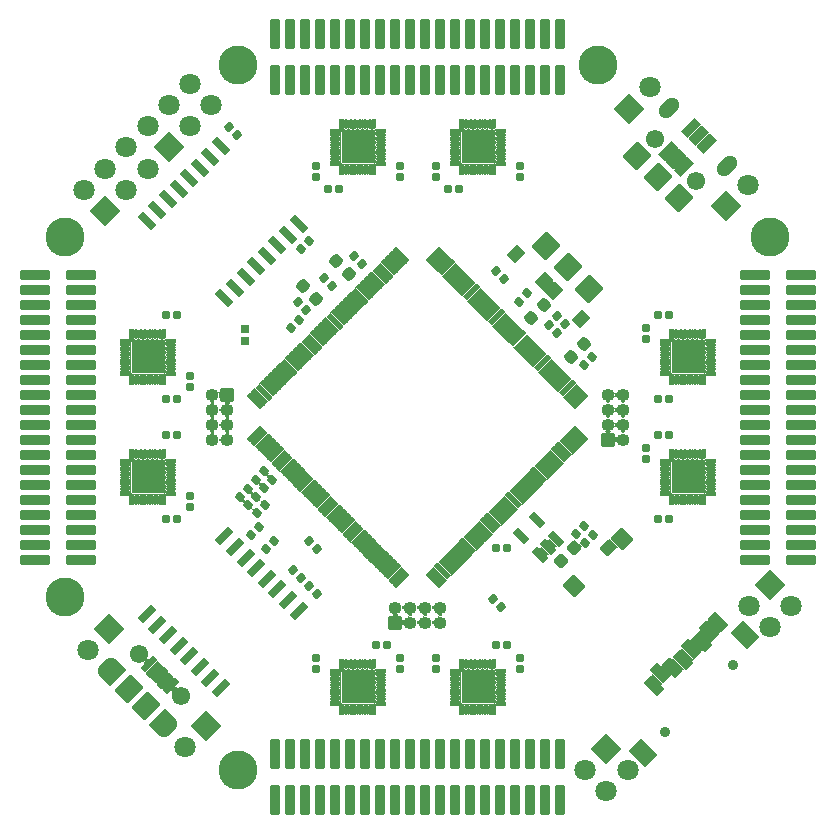
<source format=gbr>
G04 #@! TF.GenerationSoftware,KiCad,Pcbnew,5.99.0-unknown-243631a095~131~ubuntu18.04.1*
G04 #@! TF.CreationDate,2021-09-05T03:56:42+03:00*
G04 #@! TF.ProjectId,FreeEEG128-alpha,46726565-4545-4473-9132-382d616c7068,rev?*
G04 #@! TF.SameCoordinates,Original*
G04 #@! TF.FileFunction,Soldermask,Bot*
G04 #@! TF.FilePolarity,Negative*
%FSLAX46Y46*%
G04 Gerber Fmt 4.6, Leading zero omitted, Abs format (unit mm)*
G04 Created by KiCad (PCBNEW 5.99.0-unknown-243631a095~131~ubuntu18.04.1) date 2021-09-05 03:56:42*
%MOMM*%
%LPD*%
G01*
G04 APERTURE LIST*
G04 Aperture macros list*
%AMRoundRect*
0 Rectangle with rounded corners*
0 $1 Rounding radius*
0 $2 $3 $4 $5 $6 $7 $8 $9 X,Y pos of 4 corners*
0 Add a 4 corners polygon primitive as box body*
4,1,4,$2,$3,$4,$5,$6,$7,$8,$9,$2,$3,0*
0 Add four circle primitives for the rounded corners*
1,1,$1+$1,$2,$3*
1,1,$1+$1,$4,$5*
1,1,$1+$1,$6,$7*
1,1,$1+$1,$8,$9*
0 Add four rect primitives between the rounded corners*
20,1,$1+$1,$2,$3,$4,$5,0*
20,1,$1+$1,$4,$5,$6,$7,0*
20,1,$1+$1,$6,$7,$8,$9,0*
20,1,$1+$1,$8,$9,$2,$3,0*%
%AMHorizOval*
0 Thick line with rounded ends*
0 $1 width*
0 $2 $3 position (X,Y) of the first rounded end (center of the circle)*
0 $4 $5 position (X,Y) of the second rounded end (center of the circle)*
0 Add line between two ends*
20,1,$1,$2,$3,$4,$5,0*
0 Add two circle primitives to create the rounded ends*
1,1,$1,$2,$3*
1,1,$1,$4,$5*%
%AMFreePoly0*
4,1,28,0.369517,0.147118,0.404872,0.132473,0.432473,0.104872,0.447118,0.069517,0.451000,0.050000,0.451000,0.020711,0.447117,0.001192,0.444604,-0.004874,0.432473,-0.034161,0.421417,-0.050708,0.350706,-0.121418,0.334161,-0.132473,0.298806,-0.147118,0.279289,-0.151000,-0.350000,-0.151000,-0.369517,-0.147118,-0.404872,-0.132473,-0.432473,-0.104872,-0.447118,-0.069517,-0.451000,-0.050000,
-0.451000,0.050000,-0.447118,0.069517,-0.432473,0.104872,-0.404872,0.132473,-0.369517,0.147118,-0.350000,0.151000,0.350000,0.151000,0.369517,0.147118,0.369517,0.147118,$1*%
%AMFreePoly1*
4,1,28,0.298806,0.147118,0.334161,0.132473,0.350706,0.121418,0.421417,0.050708,0.428886,0.032675,0.432473,0.034161,0.447118,-0.001194,0.451000,-0.020711,0.451000,-0.050000,0.447118,-0.069517,0.432473,-0.104872,0.404872,-0.132473,0.369517,-0.147118,0.350000,-0.151000,-0.350000,-0.151000,-0.369517,-0.147118,-0.404872,-0.132473,-0.432473,-0.104872,-0.447118,-0.069517,-0.451000,-0.050000,
-0.451000,0.050000,-0.447118,0.069517,-0.432473,0.104872,-0.404872,0.132473,-0.369517,0.147118,-0.350000,0.151000,0.279289,0.151000,0.298806,0.147118,0.298806,0.147118,$1*%
%AMFreePoly2*
4,1,29,0.069517,0.447118,0.104872,0.432473,0.132473,0.404872,0.147118,0.369517,0.151000,0.350000,0.151000,-0.350000,0.147118,-0.369517,0.132473,-0.404872,0.104872,-0.432473,0.069517,-0.447118,0.050000,-0.451000,0.020711,-0.451000,0.001193,-0.447117,-0.023804,-0.436762,-0.023804,-0.436763,-0.034160,-0.432474,-0.050708,-0.421417,-0.121418,-0.350706,-0.132473,-0.334161,-0.147118,-0.298806,
-0.151000,-0.279289,-0.151000,0.350000,-0.147118,0.369517,-0.132473,0.404872,-0.104872,0.432473,-0.069517,0.447118,-0.050000,0.451000,0.050000,0.451000,0.069517,0.447118,0.069517,0.447118,$1*%
%AMFreePoly3*
4,1,28,0.069517,0.447118,0.104872,0.432473,0.132473,0.404872,0.147118,0.369517,0.151000,0.350000,0.151000,-0.279289,0.147118,-0.298806,0.138539,-0.319517,0.132473,-0.334162,0.121417,-0.350708,0.050706,-0.421418,0.034161,-0.432473,-0.001194,-0.447118,-0.020711,-0.451000,-0.050000,-0.451000,-0.069517,-0.447118,-0.104872,-0.432473,-0.132473,-0.404872,-0.147118,-0.369517,-0.151000,-0.350000,
-0.151000,0.350000,-0.147118,0.369517,-0.132473,0.404872,-0.104872,0.432473,-0.069517,0.447118,-0.050000,0.451000,0.050000,0.451000,0.069517,0.447118,0.069517,0.447118,$1*%
%AMFreePoly4*
4,1,29,0.369517,0.147118,0.404872,0.132473,0.432473,0.104872,0.447118,0.069517,0.451000,0.050000,0.451000,-0.050000,0.447118,-0.069517,0.432473,-0.104872,0.404872,-0.132473,0.369517,-0.147118,0.350000,-0.151000,-0.350000,-0.151000,-0.369517,-0.147118,-0.404872,-0.132473,-0.432473,-0.104872,-0.447118,-0.069517,-0.451000,-0.050000,-0.451000,-0.020711,-0.447118,-0.001194,-0.432473,0.034161,
-0.421418,0.050706,-0.350708,0.121417,-0.334160,0.132474,-0.323804,0.136763,-0.323804,0.136762,-0.298807,0.147117,-0.279289,0.151000,0.350000,0.151000,0.369517,0.147118,0.369517,0.147118,$1*%
%AMFreePoly5*
4,1,29,0.369517,0.147118,0.404872,0.132473,0.432473,0.104872,0.447118,0.069517,0.451000,0.050000,0.451000,-0.050000,0.447118,-0.069517,0.432473,-0.104872,0.404872,-0.132473,0.369517,-0.147118,0.350000,-0.151000,-0.279289,-0.151000,-0.298807,-0.147117,-0.323804,-0.136762,-0.323804,-0.136763,-0.334160,-0.132474,-0.350708,-0.121417,-0.421418,-0.050706,-0.432473,-0.034161,-0.447118,0.001194,
-0.451000,0.020711,-0.451000,0.050000,-0.447118,0.069517,-0.432473,0.104872,-0.404872,0.132473,-0.369517,0.147118,-0.350000,0.151000,0.350000,0.151000,0.369517,0.147118,0.369517,0.147118,$1*%
%AMFreePoly6*
4,1,28,-0.001194,0.447118,0.034161,0.432473,0.050706,0.421418,0.121417,0.350708,0.128886,0.332675,0.132473,0.334161,0.147118,0.298806,0.151000,0.279289,0.151000,-0.350000,0.147118,-0.369517,0.132473,-0.404872,0.104872,-0.432473,0.069517,-0.447118,0.050000,-0.451000,-0.050000,-0.451000,-0.069517,-0.447118,-0.104872,-0.432473,-0.132473,-0.404872,-0.147118,-0.369517,-0.151000,-0.350000,
-0.151000,0.350000,-0.147118,0.369517,-0.132473,0.404872,-0.104872,0.432473,-0.069517,0.447118,-0.050000,0.451000,-0.020711,0.451000,-0.001194,0.447118,-0.001194,0.447118,$1*%
%AMFreePoly7*
4,1,29,0.069517,0.447118,0.104872,0.432473,0.132473,0.404872,0.147118,0.369517,0.151000,0.350000,0.151000,-0.350000,0.147118,-0.369517,0.132473,-0.404872,0.104872,-0.432473,0.069517,-0.447118,0.050000,-0.451000,-0.050000,-0.451000,-0.069517,-0.447118,-0.104872,-0.432473,-0.132473,-0.404872,-0.147118,-0.369517,-0.151000,-0.350000,-0.151000,0.279289,-0.147118,0.298806,-0.132473,0.334161,
-0.121418,0.350706,-0.050708,0.421417,-0.034160,0.432474,-0.023804,0.436763,-0.023804,0.436762,0.001193,0.447117,0.020711,0.451000,0.050000,0.451000,0.069517,0.447118,0.069517,0.447118,$1*%
G04 Aperture macros list end*
%ADD10RoundRect,0.051000X-0.500000X-0.500000X0.500000X-0.500000X0.500000X0.500000X-0.500000X0.500000X0*%
%ADD11O,1.102000X1.102000*%
%ADD12RoundRect,0.051000X0.500000X0.500000X-0.500000X0.500000X-0.500000X-0.500000X0.500000X-0.500000X0*%
%ADD13RoundRect,0.051000X0.000000X-1.202082X1.202082X0.000000X0.000000X1.202082X-1.202082X0.000000X0*%
%ADD14HorizOval,1.802000X0.000000X0.000000X0.000000X0.000000X0*%
%ADD15C,1.552000*%
%ADD16HorizOval,1.302000X-0.247487X-0.247487X0.247487X0.247487X0*%
%ADD17HorizOval,1.302000X0.247487X0.247487X-0.247487X-0.247487X0*%
%ADD18C,0.902000*%
%ADD19RoundRect,0.051000X0.000000X1.202082X-1.202082X0.000000X0.000000X-1.202082X1.202082X0.000000X0*%
%ADD20HorizOval,1.802000X0.000000X0.000000X0.000000X0.000000X0*%
%ADD21RoundRect,0.051000X-1.202082X0.000000X0.000000X-1.202082X1.202082X0.000000X0.000000X1.202082X0*%
%ADD22HorizOval,1.802000X0.000000X0.000000X0.000000X0.000000X0*%
%ADD23RoundRect,0.051000X1.202082X0.000000X0.000000X1.202082X-1.202082X0.000000X0.000000X-1.202082X0*%
%ADD24HorizOval,1.802000X0.000000X0.000000X0.000000X0.000000X0*%
%ADD25RoundRect,0.051000X0.500000X-0.500000X0.500000X0.500000X-0.500000X0.500000X-0.500000X-0.500000X0*%
%ADD26C,3.302000*%
%ADD27RoundRect,0.051000X-0.321734X-0.781353X0.781353X0.321734X0.321734X0.781353X-0.781353X-0.321734X0*%
%ADD28RoundRect,0.198500X-0.017678X0.226274X-0.226274X0.017678X0.017678X-0.226274X0.226274X-0.017678X0*%
%ADD29RoundRect,0.269750X0.335876X0.026517X0.026517X0.335876X-0.335876X-0.026517X-0.026517X-0.335876X0*%
%ADD30RoundRect,0.198500X0.017678X-0.226274X0.226274X-0.017678X-0.017678X0.226274X-0.226274X0.017678X0*%
%ADD31RoundRect,0.198500X0.226274X0.017678X0.017678X0.226274X-0.226274X-0.017678X-0.017678X-0.226274X0*%
%ADD32RoundRect,0.051000X-0.441942X-0.654074X0.654074X0.441942X0.441942X0.654074X-0.654074X-0.441942X0*%
%ADD33RoundRect,0.051000X-0.654074X0.441942X0.441942X-0.654074X0.654074X-0.441942X-0.441942X0.654074X0*%
%ADD34RoundRect,0.051000X-0.318198X-0.742462X0.742462X0.318198X0.318198X0.742462X-0.742462X-0.318198X0*%
%ADD35RoundRect,0.051000X-0.742462X-0.106066X-0.106066X-0.742462X0.742462X0.106066X0.106066X0.742462X0*%
%ADD36RoundRect,0.198500X-0.226274X-0.017678X-0.017678X-0.226274X0.226274X0.017678X0.017678X0.226274X0*%
%ADD37RoundRect,0.269750X-0.026517X0.335876X-0.335876X0.026517X0.026517X-0.335876X0.335876X-0.026517X0*%
%ADD38RoundRect,0.051000X0.742462X-0.318198X-0.318198X0.742462X-0.742462X0.318198X0.318198X-0.742462X0*%
%ADD39RoundRect,0.051000X0.618718X0.335876X0.335876X0.618718X-0.618718X-0.335876X-0.335876X-0.618718X0*%
%ADD40RoundRect,0.051000X1.096016X0.247487X0.247487X1.096016X-1.096016X-0.247487X-0.247487X-1.096016X0*%
%ADD41RoundRect,0.051000X1.202082X0.141421X0.141421X1.202082X-1.202082X-0.141421X-0.141421X-1.202082X0*%
%ADD42RoundRect,0.051000X-0.176777X1.166726X-1.166726X0.176777X0.176777X-1.166726X1.166726X-0.176777X0*%
%ADD43RoundRect,0.051000X-0.035355X0.954594X-0.954594X0.035355X0.035355X-0.954594X0.954594X-0.035355X0*%
%ADD44RoundRect,0.051000X-0.247487X0.813173X-0.813173X0.247487X0.247487X-0.813173X0.813173X-0.247487X0*%
%ADD45RoundRect,0.051000X0.017678X0.689429X-0.689429X-0.017678X-0.017678X-0.689429X0.689429X0.017678X0*%
%ADD46RoundRect,0.051000X0.742462X0.106066X0.106066X0.742462X-0.742462X-0.106066X-0.106066X-0.742462X0*%
%ADD47RoundRect,0.198500X-0.147500X-0.172500X0.147500X-0.172500X0.147500X0.172500X-0.147500X0.172500X0*%
%ADD48RoundRect,0.198500X0.172500X-0.147500X0.172500X0.147500X-0.172500X0.147500X-0.172500X-0.147500X0*%
%ADD49RoundRect,0.269750X0.026517X-0.335876X0.335876X-0.026517X-0.026517X0.335876X-0.335876X0.026517X0*%
%ADD50RoundRect,0.051000X0.035355X1.166726X-1.166726X-0.035355X-0.035355X-1.166726X1.166726X0.035355X0*%
%ADD51FreePoly0,90.000000*%
%ADD52RoundRect,0.101000X0.050000X-0.350000X0.050000X0.350000X-0.050000X0.350000X-0.050000X-0.350000X0*%
%ADD53FreePoly1,90.000000*%
%ADD54FreePoly2,90.000000*%
%ADD55RoundRect,0.101000X0.350000X-0.050000X0.350000X0.050000X-0.350000X0.050000X-0.350000X-0.050000X0*%
%ADD56FreePoly3,90.000000*%
%ADD57FreePoly4,90.000000*%
%ADD58FreePoly5,90.000000*%
%ADD59FreePoly6,90.000000*%
%ADD60FreePoly7,90.000000*%
%ADD61RoundRect,0.051000X1.325000X-1.325000X1.325000X1.325000X-1.325000X1.325000X-1.325000X-1.325000X0*%
%ADD62FreePoly0,0.000000*%
%ADD63RoundRect,0.101000X-0.350000X-0.050000X0.350000X-0.050000X0.350000X0.050000X-0.350000X0.050000X0*%
%ADD64FreePoly1,0.000000*%
%ADD65FreePoly2,0.000000*%
%ADD66RoundRect,0.101000X-0.050000X-0.350000X0.050000X-0.350000X0.050000X0.350000X-0.050000X0.350000X0*%
%ADD67FreePoly3,0.000000*%
%ADD68FreePoly4,0.000000*%
%ADD69FreePoly5,0.000000*%
%ADD70FreePoly6,0.000000*%
%ADD71FreePoly7,0.000000*%
%ADD72RoundRect,0.051000X-1.325000X-1.325000X1.325000X-1.325000X1.325000X1.325000X-1.325000X1.325000X0*%
%ADD73RoundRect,0.191000X-0.140000X-0.170000X0.140000X-0.170000X0.140000X0.170000X-0.140000X0.170000X0*%
%ADD74RoundRect,0.191000X0.140000X0.170000X-0.140000X0.170000X-0.140000X-0.170000X0.140000X-0.170000X0*%
%ADD75RoundRect,0.191000X-0.170000X0.140000X-0.170000X-0.140000X0.170000X-0.140000X0.170000X0.140000X0*%
%ADD76RoundRect,0.191000X0.170000X-0.140000X0.170000X0.140000X-0.170000X0.140000X-0.170000X-0.140000X0*%
%ADD77FreePoly0,270.000000*%
%ADD78RoundRect,0.101000X-0.050000X0.350000X-0.050000X-0.350000X0.050000X-0.350000X0.050000X0.350000X0*%
%ADD79FreePoly1,270.000000*%
%ADD80FreePoly2,270.000000*%
%ADD81RoundRect,0.101000X-0.350000X0.050000X-0.350000X-0.050000X0.350000X-0.050000X0.350000X0.050000X0*%
%ADD82FreePoly3,270.000000*%
%ADD83FreePoly4,270.000000*%
%ADD84FreePoly5,270.000000*%
%ADD85FreePoly6,270.000000*%
%ADD86FreePoly7,270.000000*%
%ADD87RoundRect,0.051000X-1.325000X1.325000X-1.325000X-1.325000X1.325000X-1.325000X1.325000X1.325000X0*%
%ADD88RoundRect,0.051000X-1.200000X-0.370000X1.200000X-0.370000X1.200000X0.370000X-1.200000X0.370000X0*%
%ADD89FreePoly0,180.000000*%
%ADD90RoundRect,0.101000X0.350000X0.050000X-0.350000X0.050000X-0.350000X-0.050000X0.350000X-0.050000X0*%
%ADD91FreePoly1,180.000000*%
%ADD92FreePoly2,180.000000*%
%ADD93RoundRect,0.101000X0.050000X0.350000X-0.050000X0.350000X-0.050000X-0.350000X0.050000X-0.350000X0*%
%ADD94FreePoly3,180.000000*%
%ADD95FreePoly4,180.000000*%
%ADD96FreePoly5,180.000000*%
%ADD97FreePoly6,180.000000*%
%ADD98FreePoly7,180.000000*%
%ADD99RoundRect,0.051000X1.325000X1.325000X-1.325000X1.325000X-1.325000X-1.325000X1.325000X-1.325000X0*%
%ADD100RoundRect,0.051000X1.200000X0.370000X-1.200000X0.370000X-1.200000X-0.370000X1.200000X-0.370000X0*%
%ADD101RoundRect,0.276000X-0.017678X0.335876X-0.335876X0.017678X0.017678X-0.335876X0.335876X-0.017678X0*%
%ADD102RoundRect,0.051000X-0.370000X1.200000X-0.370000X-1.200000X0.370000X-1.200000X0.370000X1.200000X0*%
%ADD103RoundRect,0.201000X0.468458X-0.256326X-0.256326X0.468458X-0.468458X0.256326X0.256326X-0.468458X0*%
%ADD104RoundRect,0.051000X0.370000X-1.200000X0.370000X1.200000X-0.370000X1.200000X-0.370000X-1.200000X0*%
G04 APERTURE END LIST*
D10*
X-16119000Y1900000D03*
D11*
X-17389000Y1900000D03*
X-16119000Y630000D03*
X-17389000Y630000D03*
X-16119000Y-640000D03*
X-17389000Y-640000D03*
X-16119000Y-1910000D03*
X-17389000Y-1910000D03*
D12*
X16119000Y-1900000D03*
D11*
X17389000Y-1900000D03*
X16119000Y-630000D03*
X17389000Y-630000D03*
X16119000Y640000D03*
X17389000Y640000D03*
X16119000Y1910000D03*
X17389000Y1910000D03*
D13*
X17888949Y26143949D03*
D14*
X19685000Y27940000D03*
D15*
X23593623Y20039345D03*
D16*
X26209918Y21241427D03*
D15*
X20058089Y23574879D03*
D17*
X21260171Y26191174D03*
D13*
X26143949Y17888949D03*
D14*
X27940000Y19685000D03*
D18*
X20955000Y-26670000D03*
D19*
X-17888949Y-26143949D03*
D20*
X-19685000Y-27940000D03*
D19*
X-26143949Y-17888949D03*
D20*
X-27940000Y-19685000D03*
D18*
X26670000Y-20955000D03*
D21*
X15983949Y-28048949D03*
D22*
X17780000Y-29845000D03*
X14187898Y-29845000D03*
X15983949Y-31641051D03*
D23*
X-21063949Y22860000D03*
D24*
X-22860000Y24656051D03*
X-19267898Y24656051D03*
X-21063949Y26452102D03*
X-17471847Y26452102D03*
X-19267898Y28248154D03*
D21*
X29845000Y-14187898D03*
D22*
X31641051Y-15983949D03*
X28048949Y-15983949D03*
X29845000Y-17780000D03*
D23*
X-26452102Y17471846D03*
D24*
X-28248153Y19267897D03*
X-24656051Y19267897D03*
X-26452102Y21063948D03*
X-22860000Y21063948D03*
X-24656051Y22860000D03*
D25*
X-1900000Y-17389000D03*
D11*
X-1900000Y-16119000D03*
X-630000Y-17389000D03*
X-630000Y-16119000D03*
X640000Y-17389000D03*
X640000Y-16119000D03*
X1910000Y-17389000D03*
X1910000Y-16119000D03*
D26*
X29845000Y15240000D03*
X-29845000Y-15240000D03*
X-15240000Y29845000D03*
X15240000Y29845000D03*
X-15240000Y-29845000D03*
X-29845000Y15240000D03*
D27*
X22577157Y21214910D03*
X21905406Y21886662D03*
X21233654Y22558413D03*
X23142843Y24467602D03*
X23814594Y23795850D03*
X24486346Y23124099D03*
D28*
X-14389053Y-6083253D03*
X-15074947Y-6769147D03*
D29*
X-8587153Y9984153D03*
X-9700847Y11097847D03*
D30*
X14160453Y-10655347D03*
X14846347Y-9969453D03*
X-13042947Y-5981747D03*
X-12357053Y-5295853D03*
D31*
X-9436053Y9055053D03*
X-10121947Y9740947D03*
D32*
X-1378858Y-13753227D03*
X-1732412Y-13399674D03*
X-2085965Y-13046120D03*
X-2439518Y-12692567D03*
X-2793072Y-12339013D03*
X-3146625Y-11985460D03*
X-3500179Y-11631907D03*
X-3853732Y-11278353D03*
X-4207285Y-10924800D03*
X-4560839Y-10571246D03*
X-4914392Y-10217693D03*
X-5267946Y-9864140D03*
X-5621499Y-9510586D03*
X-5975052Y-9157033D03*
X-6328606Y-8803479D03*
X-6682159Y-8449926D03*
X-7035712Y-8096373D03*
X-7389266Y-7742819D03*
X-7742819Y-7389266D03*
X-8096373Y-7035712D03*
X-8449926Y-6682159D03*
X-8803479Y-6328606D03*
X-9157033Y-5975052D03*
X-9510586Y-5621499D03*
X-9864140Y-5267946D03*
X-10217693Y-4914392D03*
X-10571246Y-4560839D03*
X-10924800Y-4207285D03*
X-11278353Y-3853732D03*
X-11631907Y-3500179D03*
X-11985460Y-3146625D03*
X-12339013Y-2793072D03*
X-12692567Y-2439518D03*
X-13046120Y-2085965D03*
X-13399674Y-1732412D03*
X-13753227Y-1378858D03*
D33*
X-13753227Y1378858D03*
X-13399674Y1732412D03*
X-13046120Y2085965D03*
X-12692567Y2439518D03*
X-12339013Y2793072D03*
X-11985460Y3146625D03*
X-11631907Y3500179D03*
X-11278353Y3853732D03*
X-10924800Y4207285D03*
X-10571246Y4560839D03*
X-10217693Y4914392D03*
X-9864140Y5267946D03*
X-9510586Y5621499D03*
X-9157033Y5975052D03*
X-8803479Y6328606D03*
X-8449926Y6682159D03*
X-8096373Y7035712D03*
X-7742819Y7389266D03*
X-7389266Y7742819D03*
X-7035712Y8096373D03*
X-6682159Y8449926D03*
X-6328606Y8803479D03*
X-5975052Y9157033D03*
X-5621499Y9510586D03*
X-5267946Y9864140D03*
X-4914392Y10217693D03*
X-4560839Y10571246D03*
X-4207285Y10924800D03*
X-3853732Y11278353D03*
X-3500179Y11631907D03*
X-3146625Y11985460D03*
X-2793072Y12339013D03*
X-2439518Y12692567D03*
X-2085965Y13046120D03*
X-1732412Y13399674D03*
X-1378858Y13753227D03*
D32*
X1378858Y13753227D03*
X1732412Y13399674D03*
X2085965Y13046120D03*
X2439518Y12692567D03*
X2793072Y12339013D03*
X3146625Y11985460D03*
X3500179Y11631907D03*
X3853732Y11278353D03*
X4207285Y10924800D03*
X4560839Y10571246D03*
X4914392Y10217693D03*
X5267946Y9864140D03*
X5621499Y9510586D03*
X5975052Y9157033D03*
X6328606Y8803479D03*
X6682159Y8449926D03*
X7035712Y8096373D03*
X7389266Y7742819D03*
X7742819Y7389266D03*
X8096373Y7035712D03*
X8449926Y6682159D03*
X8803479Y6328606D03*
X9157033Y5975052D03*
X9510586Y5621499D03*
X9864140Y5267946D03*
X10217693Y4914392D03*
X10571246Y4560839D03*
X10924800Y4207285D03*
X11278353Y3853732D03*
X11631907Y3500179D03*
X11985460Y3146625D03*
X12339013Y2793072D03*
X12692567Y2439518D03*
X13046120Y2085965D03*
X13399674Y1732412D03*
X13753227Y1378858D03*
D33*
X13753227Y-1378858D03*
X13399674Y-1732412D03*
X13046120Y-2085965D03*
X12692567Y-2439518D03*
X12339013Y-2793072D03*
X11985460Y-3146625D03*
X11631907Y-3500179D03*
X11278353Y-3853732D03*
X10924800Y-4207285D03*
X10571246Y-4560839D03*
X10217693Y-4914392D03*
X9864140Y-5267946D03*
X9510586Y-5621499D03*
X9157033Y-5975052D03*
X8803479Y-6328606D03*
X8449926Y-6682159D03*
X8096373Y-7035712D03*
X7742819Y-7389266D03*
X7389266Y-7742819D03*
X7035712Y-8096373D03*
X6682159Y-8449926D03*
X6328606Y-8803479D03*
X5975052Y-9157033D03*
X5621499Y-9510586D03*
X5267946Y-9864140D03*
X4914392Y-10217693D03*
X4560839Y-10571246D03*
X4207285Y-10924800D03*
X3853732Y-11278353D03*
X3500179Y-11631907D03*
X3146625Y-11985460D03*
X2793072Y-12339013D03*
X2439518Y-12692567D03*
X2085965Y-13046120D03*
X1732412Y-13399674D03*
X1378858Y-13753227D03*
D28*
X-13423853Y-9309053D03*
X-14109747Y-9994947D03*
D34*
X-16654957Y-22941136D03*
X-17552983Y-22043111D03*
X-18451008Y-21145085D03*
X-19349034Y-20247059D03*
X-20247059Y-19349034D03*
X-21145085Y-18451008D03*
X-22043111Y-17552983D03*
X-22941136Y-16654957D03*
X-16365043Y-10078864D03*
X-15467017Y-10976889D03*
X-14568992Y-11874915D03*
X-13670966Y-12772941D03*
X-12772941Y-13670966D03*
X-11874915Y-14568992D03*
X-10976889Y-15467017D03*
X-10078864Y-16365043D03*
D28*
X14731917Y5105066D03*
X14046023Y4419172D03*
D35*
X11533274Y10672982D03*
X13866726Y8339530D03*
D31*
X12484147Y7861253D03*
X11798253Y8547147D03*
D36*
X-9232947Y-10452053D03*
X-8547053Y-11137947D03*
D37*
X10716847Y9506257D03*
X9603153Y8392563D03*
D31*
X7327947Y11722053D03*
X6642053Y12407947D03*
D36*
X-10553747Y-12941253D03*
X-9867853Y-13627147D03*
D28*
X-12128453Y-10502853D03*
X-12814347Y-11188747D03*
D29*
X-5793153Y12143153D03*
X-6906847Y13256847D03*
D28*
X-13703253Y-6769053D03*
X-14389147Y-7454947D03*
D38*
X-10078864Y16365043D03*
X-10976889Y15467017D03*
X-11874915Y14568992D03*
X-12772941Y13670966D03*
X-13670966Y12772941D03*
X-14568992Y11874915D03*
X-15467017Y10976889D03*
X-16365043Y10078864D03*
X-22941136Y16654957D03*
X-22043111Y17552983D03*
X-21145085Y18451008D03*
X-20247059Y19349034D03*
X-19349034Y20247059D03*
X-18451008Y21145085D03*
X-17552983Y22043111D03*
X-16654957Y22941136D03*
D28*
X-9182053Y14947947D03*
X-9867947Y14262053D03*
D39*
X-20906618Y-22745095D03*
X-21366237Y-22285476D03*
X-21825856Y-21825856D03*
X-22285476Y-21366237D03*
X-22745095Y-20906618D03*
D15*
X-23593623Y-20058089D03*
D16*
X-21260171Y-26209918D03*
D40*
X-25785654Y-21684435D03*
X-21684435Y-25785654D03*
D41*
X-24442151Y-23027938D03*
X-23027938Y-24442151D03*
D15*
X-20058089Y-23593623D03*
D17*
X-26209918Y-21260171D03*
D42*
X19107710Y-28444210D03*
D43*
X13238724Y-14302074D03*
D42*
X27699058Y-18438649D03*
D43*
X17269232Y-10271565D03*
D44*
X20005736Y-22752000D03*
X20500710Y-21691340D03*
X21561371Y-21196365D03*
X22480609Y-20559969D03*
X23117006Y-19640730D03*
X24036244Y-19004334D03*
X24672640Y-18085095D03*
X25450458Y-17307278D03*
D45*
X16130791Y-11098880D03*
D36*
X6388053Y-15405053D03*
X7073947Y-16090947D03*
D31*
X-4737053Y12992053D03*
X-5422947Y13677947D03*
D46*
X10691726Y11514530D03*
X8358274Y13847982D03*
D47*
X6627000Y-11099800D03*
X7597000Y-11099800D03*
D30*
X-10756947Y7531053D03*
X-10071053Y8216947D03*
D28*
X9232947Y10488975D03*
X8547053Y9803081D03*
D31*
X11772947Y7150053D03*
X11087053Y7835947D03*
D48*
X-14605000Y6500000D03*
X-14605000Y7470000D03*
D49*
X12942105Y5094272D03*
X14055799Y6207966D03*
D28*
X-12941253Y-7404053D03*
X-13627147Y-8089947D03*
D30*
X-13703347Y-5270547D03*
X-13017453Y-4584653D03*
D36*
X-15963947Y24599947D03*
X-15278053Y23914053D03*
D31*
X-8496253Y-14998747D03*
X-9182147Y-14312853D03*
D30*
X13373053Y-9867947D03*
X14058947Y-9182053D03*
D36*
X-7962947Y11772947D03*
X-7277053Y11087053D03*
D50*
X18532325Y22124428D03*
X20328377Y20328377D03*
X22124428Y18532325D03*
X14487675Y10895572D03*
X12691623Y12691623D03*
X10895572Y14487675D03*
D51*
X-3680000Y-24810000D03*
D52*
X-4080000Y-24810000D03*
X-4480000Y-24810000D03*
X-4880000Y-24810000D03*
X-5280000Y-24810000D03*
X-5680000Y-24810000D03*
X-6080000Y-24810000D03*
D53*
X-6480000Y-24810000D03*
D54*
X-7030000Y-24260000D03*
D55*
X-7030000Y-23860000D03*
X-7030000Y-23460000D03*
X-7030000Y-23060000D03*
X-7030000Y-22660000D03*
X-7030000Y-22260000D03*
X-7030000Y-21860000D03*
D56*
X-7030000Y-21460000D03*
D57*
X-6480000Y-20910000D03*
D52*
X-6080000Y-20910000D03*
X-5680000Y-20910000D03*
X-5280000Y-20910000D03*
X-4880000Y-20910000D03*
X-4480000Y-20910000D03*
X-4080000Y-20910000D03*
D58*
X-3680000Y-20910000D03*
D59*
X-3130000Y-21460000D03*
D55*
X-3130000Y-21860000D03*
X-3130000Y-22260000D03*
X-3130000Y-22660000D03*
X-3130000Y-23060000D03*
X-3130000Y-23460000D03*
X-3130000Y-23860000D03*
D60*
X-3130000Y-24260000D03*
D61*
X-5080000Y-22860000D03*
D62*
X-24810000Y3680000D03*
D63*
X-24810000Y4080000D03*
X-24810000Y4480000D03*
X-24810000Y4880000D03*
X-24810000Y5280000D03*
X-24810000Y5680000D03*
X-24810000Y6080000D03*
D64*
X-24810000Y6480000D03*
D65*
X-24260000Y7030000D03*
D66*
X-23860000Y7030000D03*
X-23460000Y7030000D03*
X-23060000Y7030000D03*
X-22660000Y7030000D03*
X-22260000Y7030000D03*
X-21860000Y7030000D03*
D67*
X-21460000Y7030000D03*
D68*
X-20910000Y6480000D03*
D63*
X-20910000Y6080000D03*
X-20910000Y5680000D03*
X-20910000Y5280000D03*
X-20910000Y4880000D03*
X-20910000Y4480000D03*
X-20910000Y4080000D03*
D69*
X-20910000Y3680000D03*
D70*
X-21460000Y3130000D03*
D66*
X-21860000Y3130000D03*
X-22260000Y3130000D03*
X-22660000Y3130000D03*
X-23060000Y3130000D03*
X-23460000Y3130000D03*
X-23860000Y3130000D03*
D71*
X-24260000Y3130000D03*
D72*
X-22860000Y5080000D03*
D73*
X-21308000Y8636000D03*
X-20348000Y8636000D03*
D74*
X21308000Y-8636000D03*
X20348000Y-8636000D03*
D75*
X-8636000Y21308000D03*
X-8636000Y20348000D03*
D76*
X19304000Y-3528000D03*
X19304000Y-2568000D03*
D73*
X-3528000Y-19304000D03*
X-2568000Y-19304000D03*
D77*
X-6480000Y24810000D03*
D78*
X-6080000Y24810000D03*
X-5680000Y24810000D03*
X-5280000Y24810000D03*
X-4880000Y24810000D03*
X-4480000Y24810000D03*
X-4080000Y24810000D03*
D79*
X-3680000Y24810000D03*
D80*
X-3130000Y24260000D03*
D81*
X-3130000Y23860000D03*
X-3130000Y23460000D03*
X-3130000Y23060000D03*
X-3130000Y22660000D03*
X-3130000Y22260000D03*
X-3130000Y21860000D03*
D82*
X-3130000Y21460000D03*
D83*
X-3680000Y20910000D03*
D78*
X-4080000Y20910000D03*
X-4480000Y20910000D03*
X-4880000Y20910000D03*
X-5280000Y20910000D03*
X-5680000Y20910000D03*
X-6080000Y20910000D03*
D84*
X-6480000Y20910000D03*
D85*
X-7030000Y21460000D03*
D81*
X-7030000Y21860000D03*
X-7030000Y22260000D03*
X-7030000Y22660000D03*
X-7030000Y23060000D03*
X-7030000Y23460000D03*
X-7030000Y23860000D03*
D86*
X-7030000Y24260000D03*
D87*
X-5080000Y22860000D03*
D75*
X1524000Y21308000D03*
X1524000Y20348000D03*
D74*
X3528000Y19304000D03*
X2568000Y19304000D03*
D88*
X28530000Y-12065000D03*
X32430000Y-12065000D03*
X28530000Y-10795000D03*
X32430000Y-10795000D03*
X28530000Y-9525000D03*
X32430000Y-9525000D03*
X28530000Y-8255000D03*
X32430000Y-8255000D03*
X28530000Y-6985000D03*
X32430000Y-6985000D03*
X28530000Y-5715000D03*
X32430000Y-5715000D03*
X28530000Y-4445000D03*
X32430000Y-4445000D03*
X28530000Y-3175000D03*
X32430000Y-3175000D03*
X28530000Y-1905000D03*
X32430000Y-1905000D03*
X28530000Y-635000D03*
X32430000Y-635000D03*
X28530000Y635000D03*
X32430000Y635000D03*
X28530000Y1905000D03*
X32430000Y1905000D03*
X28530000Y3175000D03*
X32430000Y3175000D03*
X28530000Y4445000D03*
X32430000Y4445000D03*
X28530000Y5715000D03*
X32430000Y5715000D03*
X28530000Y6985000D03*
X32430000Y6985000D03*
X28530000Y8255000D03*
X32430000Y8255000D03*
X28530000Y9525000D03*
X32430000Y9525000D03*
X28530000Y10795000D03*
X32430000Y10795000D03*
X28530000Y12065000D03*
X32430000Y12065000D03*
D89*
X24810000Y6480000D03*
D90*
X24810000Y6080000D03*
X24810000Y5680000D03*
X24810000Y5280000D03*
X24810000Y4880000D03*
X24810000Y4480000D03*
X24810000Y4080000D03*
D91*
X24810000Y3680000D03*
D92*
X24260000Y3130000D03*
D93*
X23860000Y3130000D03*
X23460000Y3130000D03*
X23060000Y3130000D03*
X22660000Y3130000D03*
X22260000Y3130000D03*
X21860000Y3130000D03*
D94*
X21460000Y3130000D03*
D95*
X20910000Y3680000D03*
D90*
X20910000Y4080000D03*
X20910000Y4480000D03*
X20910000Y4880000D03*
X20910000Y5280000D03*
X20910000Y5680000D03*
X20910000Y6080000D03*
D96*
X20910000Y6480000D03*
D97*
X21460000Y7030000D03*
D93*
X21860000Y7030000D03*
X22260000Y7030000D03*
X22660000Y7030000D03*
X23060000Y7030000D03*
X23460000Y7030000D03*
X23860000Y7030000D03*
D98*
X24260000Y7030000D03*
D99*
X22860000Y5080000D03*
D73*
X-21308000Y1524000D03*
X-20348000Y1524000D03*
D74*
X21308000Y-1524000D03*
X20348000Y-1524000D03*
D75*
X-1524000Y21308000D03*
X-1524000Y20348000D03*
D74*
X21308000Y8636000D03*
X20348000Y8636000D03*
D76*
X1524000Y-21308000D03*
X1524000Y-20348000D03*
X-1524000Y-21308000D03*
X-1524000Y-20348000D03*
D100*
X-28530000Y12065000D03*
X-32430000Y12065000D03*
X-28530000Y10795000D03*
X-32430000Y10795000D03*
X-28530000Y9525000D03*
X-32430000Y9525000D03*
X-28530000Y8255000D03*
X-32430000Y8255000D03*
X-28530000Y6985000D03*
X-32430000Y6985000D03*
X-28530000Y5715000D03*
X-32430000Y5715000D03*
X-28530000Y4445000D03*
X-32430000Y4445000D03*
X-28530000Y3175000D03*
X-32430000Y3175000D03*
X-28530000Y1905000D03*
X-32430000Y1905000D03*
X-28530000Y635000D03*
X-32430000Y635000D03*
X-28530000Y-635000D03*
X-32430000Y-635000D03*
X-28530000Y-1905000D03*
X-32430000Y-1905000D03*
X-28530000Y-3175000D03*
X-32430000Y-3175000D03*
X-28530000Y-4445000D03*
X-32430000Y-4445000D03*
X-28530000Y-5715000D03*
X-32430000Y-5715000D03*
X-28530000Y-6985000D03*
X-32430000Y-6985000D03*
X-28530000Y-8255000D03*
X-32430000Y-8255000D03*
X-28530000Y-9525000D03*
X-32430000Y-9525000D03*
X-28530000Y-10795000D03*
X-32430000Y-10795000D03*
X-28530000Y-12065000D03*
X-32430000Y-12065000D03*
D62*
X-24810000Y-6480000D03*
D63*
X-24810000Y-6080000D03*
X-24810000Y-5680000D03*
X-24810000Y-5280000D03*
X-24810000Y-4880000D03*
X-24810000Y-4480000D03*
X-24810000Y-4080000D03*
D64*
X-24810000Y-3680000D03*
D65*
X-24260000Y-3130000D03*
D66*
X-23860000Y-3130000D03*
X-23460000Y-3130000D03*
X-23060000Y-3130000D03*
X-22660000Y-3130000D03*
X-22260000Y-3130000D03*
X-21860000Y-3130000D03*
D67*
X-21460000Y-3130000D03*
D68*
X-20910000Y-3680000D03*
D63*
X-20910000Y-4080000D03*
X-20910000Y-4480000D03*
X-20910000Y-4880000D03*
X-20910000Y-5280000D03*
X-20910000Y-5680000D03*
X-20910000Y-6080000D03*
D69*
X-20910000Y-6480000D03*
D70*
X-21460000Y-7030000D03*
D66*
X-21860000Y-7030000D03*
X-22260000Y-7030000D03*
X-22660000Y-7030000D03*
X-23060000Y-7030000D03*
X-23460000Y-7030000D03*
X-23860000Y-7030000D03*
D71*
X-24260000Y-7030000D03*
D72*
X-22860000Y-5080000D03*
D77*
X3680000Y24810000D03*
D78*
X4080000Y24810000D03*
X4480000Y24810000D03*
X4880000Y24810000D03*
X5280000Y24810000D03*
X5680000Y24810000D03*
X6080000Y24810000D03*
D79*
X6480000Y24810000D03*
D80*
X7030000Y24260000D03*
D81*
X7030000Y23860000D03*
X7030000Y23460000D03*
X7030000Y23060000D03*
X7030000Y22660000D03*
X7030000Y22260000D03*
X7030000Y21860000D03*
D82*
X7030000Y21460000D03*
D83*
X6480000Y20910000D03*
D78*
X6080000Y20910000D03*
X5680000Y20910000D03*
X5280000Y20910000D03*
X4880000Y20910000D03*
X4480000Y20910000D03*
X4080000Y20910000D03*
D84*
X3680000Y20910000D03*
D85*
X3130000Y21460000D03*
D81*
X3130000Y21860000D03*
X3130000Y22260000D03*
X3130000Y22660000D03*
X3130000Y23060000D03*
X3130000Y23460000D03*
X3130000Y23860000D03*
D86*
X3130000Y24260000D03*
D87*
X5080000Y22860000D03*
D76*
X-8636000Y-21308000D03*
X-8636000Y-20348000D03*
D101*
X13197208Y-11059792D03*
X12101192Y-12155808D03*
D102*
X-12065000Y-28530000D03*
X-12065000Y-32430000D03*
X-10795000Y-28530000D03*
X-10795000Y-32430000D03*
X-9525000Y-28530000D03*
X-9525000Y-32430000D03*
X-8255000Y-28530000D03*
X-8255000Y-32430000D03*
X-6985000Y-28530000D03*
X-6985000Y-32430000D03*
X-5715000Y-28530000D03*
X-5715000Y-32430000D03*
X-4445000Y-28530000D03*
X-4445000Y-32430000D03*
X-3175000Y-28530000D03*
X-3175000Y-32430000D03*
X-1905000Y-28530000D03*
X-1905000Y-32430000D03*
X-635000Y-28530000D03*
X-635000Y-32430000D03*
X635000Y-28530000D03*
X635000Y-32430000D03*
X1905000Y-28530000D03*
X1905000Y-32430000D03*
X3175000Y-28530000D03*
X3175000Y-32430000D03*
X4445000Y-28530000D03*
X4445000Y-32430000D03*
X5715000Y-28530000D03*
X5715000Y-32430000D03*
X6985000Y-28530000D03*
X6985000Y-32430000D03*
X8255000Y-28530000D03*
X8255000Y-32430000D03*
X9525000Y-28530000D03*
X9525000Y-32430000D03*
X10795000Y-28530000D03*
X10795000Y-32430000D03*
X12065000Y-28530000D03*
X12065000Y-32430000D03*
D51*
X6480000Y-24810000D03*
D52*
X6080000Y-24810000D03*
X5680000Y-24810000D03*
X5280000Y-24810000D03*
X4880000Y-24810000D03*
X4480000Y-24810000D03*
X4080000Y-24810000D03*
D53*
X3680000Y-24810000D03*
D54*
X3130000Y-24260000D03*
D55*
X3130000Y-23860000D03*
X3130000Y-23460000D03*
X3130000Y-23060000D03*
X3130000Y-22660000D03*
X3130000Y-22260000D03*
X3130000Y-21860000D03*
D56*
X3130000Y-21460000D03*
D57*
X3680000Y-20910000D03*
D52*
X4080000Y-20910000D03*
X4480000Y-20910000D03*
X4880000Y-20910000D03*
X5280000Y-20910000D03*
X5680000Y-20910000D03*
X6080000Y-20910000D03*
D58*
X6480000Y-20910000D03*
D59*
X7030000Y-21460000D03*
D55*
X7030000Y-21860000D03*
X7030000Y-22260000D03*
X7030000Y-22660000D03*
X7030000Y-23060000D03*
X7030000Y-23460000D03*
X7030000Y-23860000D03*
D60*
X7030000Y-24260000D03*
D61*
X5080000Y-22860000D03*
D75*
X-19304000Y-6632000D03*
X-19304000Y-7592000D03*
X8636000Y21308000D03*
X8636000Y20348000D03*
D73*
X6632000Y-19304000D03*
X7592000Y-19304000D03*
X-21308000Y-1524000D03*
X-20348000Y-1524000D03*
D76*
X19304000Y6632000D03*
X19304000Y7592000D03*
D89*
X24810000Y-3680000D03*
D90*
X24810000Y-4080000D03*
X24810000Y-4480000D03*
X24810000Y-4880000D03*
X24810000Y-5280000D03*
X24810000Y-5680000D03*
X24810000Y-6080000D03*
D91*
X24810000Y-6480000D03*
D92*
X24260000Y-7030000D03*
D93*
X23860000Y-7030000D03*
X23460000Y-7030000D03*
X23060000Y-7030000D03*
X22660000Y-7030000D03*
X22260000Y-7030000D03*
X21860000Y-7030000D03*
D94*
X21460000Y-7030000D03*
D95*
X20910000Y-6480000D03*
D90*
X20910000Y-6080000D03*
X20910000Y-5680000D03*
X20910000Y-5280000D03*
X20910000Y-4880000D03*
X20910000Y-4480000D03*
X20910000Y-4080000D03*
D96*
X20910000Y-3680000D03*
D97*
X21460000Y-3130000D03*
D93*
X21860000Y-3130000D03*
X22260000Y-3130000D03*
X22660000Y-3130000D03*
X23060000Y-3130000D03*
X23460000Y-3130000D03*
X23860000Y-3130000D03*
D98*
X24260000Y-3130000D03*
D99*
X22860000Y-5080000D03*
D103*
X11686885Y-10343383D03*
X11015134Y-11015134D03*
X10343383Y-11686885D03*
X8734715Y-10078217D03*
X10078217Y-8734715D03*
D74*
X-6632000Y19304000D03*
X-7592000Y19304000D03*
D75*
X-19304000Y3528000D03*
X-19304000Y2568000D03*
D74*
X21308000Y1524000D03*
X20348000Y1524000D03*
D73*
X-21308000Y-8636000D03*
X-20348000Y-8636000D03*
D76*
X8636000Y-21308000D03*
X8636000Y-20348000D03*
D104*
X12065000Y28530000D03*
X12065000Y32430000D03*
X10795000Y28530000D03*
X10795000Y32430000D03*
X9525000Y28530000D03*
X9525000Y32430000D03*
X8255000Y28530000D03*
X8255000Y32430000D03*
X6985000Y28530000D03*
X6985000Y32430000D03*
X5715000Y28530000D03*
X5715000Y32430000D03*
X4445000Y28530000D03*
X4445000Y32430000D03*
X3175000Y28530000D03*
X3175000Y32430000D03*
X1905000Y28530000D03*
X1905000Y32430000D03*
X635000Y28530000D03*
X635000Y32430000D03*
X-635000Y28530000D03*
X-635000Y32430000D03*
X-1905000Y28530000D03*
X-1905000Y32430000D03*
X-3175000Y28530000D03*
X-3175000Y32430000D03*
X-4445000Y28530000D03*
X-4445000Y32430000D03*
X-5715000Y28530000D03*
X-5715000Y32430000D03*
X-6985000Y28530000D03*
X-6985000Y32430000D03*
X-8255000Y28530000D03*
X-8255000Y32430000D03*
X-9525000Y28530000D03*
X-9525000Y32430000D03*
X-10795000Y28530000D03*
X-10795000Y32430000D03*
X-12065000Y28530000D03*
X-12065000Y32430000D03*
G36*
X3806016Y-20492138D02*
G01*
X3811425Y-20495752D01*
X3877789Y-20516532D01*
X3948589Y-20495743D01*
X3953983Y-20492139D01*
X3955979Y-20492008D01*
X3957090Y-20493671D01*
X3956757Y-20494913D01*
X3938573Y-20522128D01*
X3931000Y-20560199D01*
X3931000Y-21259801D01*
X3938573Y-21297872D01*
X3960024Y-21329976D01*
X3992128Y-21351427D01*
X4030199Y-21359000D01*
X4129801Y-21359000D01*
X4167872Y-21351427D01*
X4199976Y-21329976D01*
X4221427Y-21297872D01*
X4229000Y-21259801D01*
X4229000Y-20560199D01*
X4221427Y-20522128D01*
X4203243Y-20494913D01*
X4203112Y-20492917D01*
X4204775Y-20491806D01*
X4206017Y-20492139D01*
X4211425Y-20495752D01*
X4277788Y-20516532D01*
X4348589Y-20495743D01*
X4353983Y-20492139D01*
X4355979Y-20492008D01*
X4357090Y-20493671D01*
X4356757Y-20494913D01*
X4338573Y-20522128D01*
X4331000Y-20560199D01*
X4331000Y-21259801D01*
X4338573Y-21297872D01*
X4360024Y-21329976D01*
X4392128Y-21351427D01*
X4430199Y-21359000D01*
X4529801Y-21359000D01*
X4567872Y-21351427D01*
X4599976Y-21329976D01*
X4621427Y-21297872D01*
X4629000Y-21259801D01*
X4629000Y-20560199D01*
X4621427Y-20522128D01*
X4603243Y-20494913D01*
X4603112Y-20492917D01*
X4604775Y-20491806D01*
X4606017Y-20492139D01*
X4611425Y-20495752D01*
X4677788Y-20516532D01*
X4748589Y-20495743D01*
X4753983Y-20492139D01*
X4755979Y-20492008D01*
X4757090Y-20493671D01*
X4756757Y-20494913D01*
X4738573Y-20522128D01*
X4731000Y-20560199D01*
X4731000Y-21259801D01*
X4738573Y-21297872D01*
X4760024Y-21329976D01*
X4792128Y-21351427D01*
X4830199Y-21359000D01*
X4929801Y-21359000D01*
X4967872Y-21351427D01*
X4999976Y-21329976D01*
X5021427Y-21297872D01*
X5029000Y-21259801D01*
X5029000Y-20560199D01*
X5021427Y-20522128D01*
X5003243Y-20494913D01*
X5003112Y-20492917D01*
X5004775Y-20491806D01*
X5006017Y-20492139D01*
X5011425Y-20495752D01*
X5077788Y-20516532D01*
X5148589Y-20495743D01*
X5153983Y-20492139D01*
X5155979Y-20492008D01*
X5157090Y-20493671D01*
X5156757Y-20494913D01*
X5138573Y-20522128D01*
X5131000Y-20560199D01*
X5131000Y-21259801D01*
X5138573Y-21297872D01*
X5160024Y-21329976D01*
X5192128Y-21351427D01*
X5230199Y-21359000D01*
X5329801Y-21359000D01*
X5367872Y-21351427D01*
X5399976Y-21329976D01*
X5421427Y-21297872D01*
X5429000Y-21259801D01*
X5429000Y-20560199D01*
X5421427Y-20522128D01*
X5403243Y-20494913D01*
X5403112Y-20492917D01*
X5404775Y-20491806D01*
X5406017Y-20492139D01*
X5411425Y-20495752D01*
X5477788Y-20516532D01*
X5548589Y-20495743D01*
X5553983Y-20492139D01*
X5555979Y-20492008D01*
X5557090Y-20493671D01*
X5556757Y-20494913D01*
X5538573Y-20522128D01*
X5531000Y-20560199D01*
X5531000Y-21259801D01*
X5538573Y-21297872D01*
X5560024Y-21329976D01*
X5592128Y-21351427D01*
X5630199Y-21359000D01*
X5729801Y-21359000D01*
X5767872Y-21351427D01*
X5799976Y-21329976D01*
X5821427Y-21297872D01*
X5829000Y-21259801D01*
X5829000Y-20560199D01*
X5821427Y-20522128D01*
X5803243Y-20494913D01*
X5803112Y-20492917D01*
X5804775Y-20491806D01*
X5806017Y-20492139D01*
X5811425Y-20495752D01*
X5877788Y-20516532D01*
X5948589Y-20495743D01*
X5953983Y-20492139D01*
X5955979Y-20492008D01*
X5957090Y-20493671D01*
X5956757Y-20494913D01*
X5938573Y-20522128D01*
X5931000Y-20560199D01*
X5931000Y-21259801D01*
X5938573Y-21297872D01*
X5960024Y-21329976D01*
X5992128Y-21351427D01*
X6030199Y-21359000D01*
X6129801Y-21359000D01*
X6167872Y-21351427D01*
X6199976Y-21329976D01*
X6221427Y-21297872D01*
X6229000Y-21259801D01*
X6229000Y-20560199D01*
X6221427Y-20522128D01*
X6203243Y-20494913D01*
X6203112Y-20492917D01*
X6204775Y-20491806D01*
X6206017Y-20492139D01*
X6211423Y-20495751D01*
X6277787Y-20516532D01*
X6348587Y-20495743D01*
X6353986Y-20492136D01*
X6355982Y-20492005D01*
X6357093Y-20493668D01*
X6356760Y-20494910D01*
X6349300Y-20506075D01*
X6334806Y-20541065D01*
X6331000Y-20560199D01*
X6331000Y-21259801D01*
X6334806Y-21278935D01*
X6349300Y-21313925D01*
X6360024Y-21329975D01*
X6376075Y-21340700D01*
X6411065Y-21355194D01*
X6430199Y-21359000D01*
X6459090Y-21359000D01*
X6478224Y-21355194D01*
X6513214Y-21340700D01*
X6529432Y-21329864D01*
X6599863Y-21259434D01*
X6610701Y-21243213D01*
X6614914Y-21233041D01*
X6614914Y-21233039D01*
X6625193Y-21208225D01*
X6629000Y-21189090D01*
X6629000Y-21184001D01*
X6630000Y-21182269D01*
X6632000Y-21182269D01*
X6632919Y-21183438D01*
X6652596Y-21250453D01*
X6704999Y-21295859D01*
X6756424Y-21307046D01*
X6757904Y-21308391D01*
X6757479Y-21310345D01*
X6755999Y-21311000D01*
X6750910Y-21311000D01*
X6731776Y-21314806D01*
X6696782Y-21329302D01*
X6680566Y-21340137D01*
X6610136Y-21410568D01*
X6599300Y-21426786D01*
X6584806Y-21461776D01*
X6581000Y-21480910D01*
X6581000Y-21509801D01*
X6584806Y-21528935D01*
X6599300Y-21563925D01*
X6610024Y-21579975D01*
X6626075Y-21590700D01*
X6661065Y-21605194D01*
X6680199Y-21609000D01*
X7379801Y-21609000D01*
X7398935Y-21605194D01*
X7433925Y-21590700D01*
X7445088Y-21583242D01*
X7447084Y-21583111D01*
X7448195Y-21584774D01*
X7447862Y-21586016D01*
X7444248Y-21591425D01*
X7423468Y-21657789D01*
X7444257Y-21728589D01*
X7447861Y-21733983D01*
X7447992Y-21735979D01*
X7446329Y-21737090D01*
X7445087Y-21736757D01*
X7417872Y-21718573D01*
X7379801Y-21711000D01*
X6680199Y-21711000D01*
X6642128Y-21718573D01*
X6610024Y-21740024D01*
X6588573Y-21772128D01*
X6581000Y-21810199D01*
X6581000Y-21909801D01*
X6588573Y-21947872D01*
X6610024Y-21979976D01*
X6642128Y-22001427D01*
X6680199Y-22009000D01*
X7379801Y-22009000D01*
X7417872Y-22001427D01*
X7445087Y-21983243D01*
X7447083Y-21983112D01*
X7448194Y-21984775D01*
X7447861Y-21986017D01*
X7444248Y-21991425D01*
X7423468Y-22057788D01*
X7444257Y-22128589D01*
X7447861Y-22133983D01*
X7447992Y-22135979D01*
X7446329Y-22137090D01*
X7445087Y-22136757D01*
X7417872Y-22118573D01*
X7379801Y-22111000D01*
X6680199Y-22111000D01*
X6642128Y-22118573D01*
X6610024Y-22140024D01*
X6588573Y-22172128D01*
X6581000Y-22210199D01*
X6581000Y-22309801D01*
X6588573Y-22347872D01*
X6610024Y-22379976D01*
X6642128Y-22401427D01*
X6680199Y-22409000D01*
X7379801Y-22409000D01*
X7417872Y-22401427D01*
X7445087Y-22383243D01*
X7447083Y-22383112D01*
X7448194Y-22384775D01*
X7447861Y-22386017D01*
X7444248Y-22391425D01*
X7423468Y-22457788D01*
X7444257Y-22528589D01*
X7447861Y-22533983D01*
X7447992Y-22535979D01*
X7446329Y-22537090D01*
X7445087Y-22536757D01*
X7417872Y-22518573D01*
X7379801Y-22511000D01*
X6680199Y-22511000D01*
X6642128Y-22518573D01*
X6610024Y-22540024D01*
X6588573Y-22572128D01*
X6581000Y-22610199D01*
X6581000Y-22709801D01*
X6588573Y-22747872D01*
X6610024Y-22779976D01*
X6642128Y-22801427D01*
X6680199Y-22809000D01*
X7379801Y-22809000D01*
X7417872Y-22801427D01*
X7445087Y-22783243D01*
X7447083Y-22783112D01*
X7448194Y-22784775D01*
X7447861Y-22786017D01*
X7444248Y-22791425D01*
X7423468Y-22857788D01*
X7444257Y-22928589D01*
X7447861Y-22933983D01*
X7447992Y-22935979D01*
X7446329Y-22937090D01*
X7445087Y-22936757D01*
X7417872Y-22918573D01*
X7379801Y-22911000D01*
X6680199Y-22911000D01*
X6642128Y-22918573D01*
X6610024Y-22940024D01*
X6588573Y-22972128D01*
X6581000Y-23010199D01*
X6581000Y-23109801D01*
X6588573Y-23147872D01*
X6610024Y-23179976D01*
X6642128Y-23201427D01*
X6680199Y-23209000D01*
X7379801Y-23209000D01*
X7417872Y-23201427D01*
X7445087Y-23183243D01*
X7447083Y-23183112D01*
X7448194Y-23184775D01*
X7447861Y-23186017D01*
X7444248Y-23191425D01*
X7423468Y-23257788D01*
X7444257Y-23328589D01*
X7447861Y-23333983D01*
X7447992Y-23335979D01*
X7446329Y-23337090D01*
X7445087Y-23336757D01*
X7417872Y-23318573D01*
X7379801Y-23311000D01*
X6680199Y-23311000D01*
X6642128Y-23318573D01*
X6610024Y-23340024D01*
X6588573Y-23372128D01*
X6581000Y-23410199D01*
X6581000Y-23509801D01*
X6588573Y-23547872D01*
X6610024Y-23579976D01*
X6642128Y-23601427D01*
X6680199Y-23609000D01*
X7379801Y-23609000D01*
X7417872Y-23601427D01*
X7445087Y-23583243D01*
X7447083Y-23583112D01*
X7448194Y-23584775D01*
X7447861Y-23586017D01*
X7444248Y-23591425D01*
X7423468Y-23657788D01*
X7444257Y-23728589D01*
X7447861Y-23733983D01*
X7447992Y-23735979D01*
X7446329Y-23737090D01*
X7445087Y-23736757D01*
X7417872Y-23718573D01*
X7379801Y-23711000D01*
X6680199Y-23711000D01*
X6642128Y-23718573D01*
X6610024Y-23740024D01*
X6588573Y-23772128D01*
X6581000Y-23810199D01*
X6581000Y-23909801D01*
X6588573Y-23947872D01*
X6610024Y-23979976D01*
X6642128Y-24001427D01*
X6680199Y-24009000D01*
X7379801Y-24009000D01*
X7417872Y-24001427D01*
X7445087Y-23983243D01*
X7447083Y-23983112D01*
X7448194Y-23984775D01*
X7447861Y-23986017D01*
X7444249Y-23991423D01*
X7423468Y-24057787D01*
X7444257Y-24128587D01*
X7447864Y-24133986D01*
X7447995Y-24135982D01*
X7446332Y-24137093D01*
X7445090Y-24136760D01*
X7433925Y-24129300D01*
X7398935Y-24114806D01*
X7379801Y-24111000D01*
X6680199Y-24111000D01*
X6661065Y-24114806D01*
X6626075Y-24129300D01*
X6610025Y-24140024D01*
X6599300Y-24156075D01*
X6584806Y-24191065D01*
X6581000Y-24210199D01*
X6581000Y-24239090D01*
X6584807Y-24258225D01*
X6595086Y-24283039D01*
X6595086Y-24283041D01*
X6599299Y-24293213D01*
X6610137Y-24309434D01*
X6680568Y-24379864D01*
X6696786Y-24390700D01*
X6731776Y-24405194D01*
X6750910Y-24409000D01*
X6755999Y-24409000D01*
X6757731Y-24410000D01*
X6757731Y-24412000D01*
X6756562Y-24412919D01*
X6689547Y-24432596D01*
X6644141Y-24484999D01*
X6632954Y-24536424D01*
X6631609Y-24537904D01*
X6629655Y-24537479D01*
X6629000Y-24535999D01*
X6629000Y-24530910D01*
X6625194Y-24511776D01*
X6610700Y-24476786D01*
X6599864Y-24460568D01*
X6529434Y-24390137D01*
X6513214Y-24379300D01*
X6484109Y-24367244D01*
X6478226Y-24364807D01*
X6459090Y-24361000D01*
X6430199Y-24361000D01*
X6411065Y-24364806D01*
X6376075Y-24379300D01*
X6360025Y-24390024D01*
X6349300Y-24406075D01*
X6334806Y-24441065D01*
X6331000Y-24460199D01*
X6331000Y-25159801D01*
X6334806Y-25178935D01*
X6349300Y-25213925D01*
X6356758Y-25225088D01*
X6356889Y-25227084D01*
X6355226Y-25228195D01*
X6353984Y-25227862D01*
X6348575Y-25224248D01*
X6282211Y-25203468D01*
X6211411Y-25224257D01*
X6206017Y-25227861D01*
X6204021Y-25227992D01*
X6202910Y-25226329D01*
X6203243Y-25225087D01*
X6221427Y-25197872D01*
X6229000Y-25159801D01*
X6229000Y-24460199D01*
X6221427Y-24422128D01*
X6199976Y-24390024D01*
X6167872Y-24368573D01*
X6129801Y-24361000D01*
X6030199Y-24361000D01*
X5992128Y-24368573D01*
X5960024Y-24390024D01*
X5938573Y-24422128D01*
X5931000Y-24460199D01*
X5931000Y-25159801D01*
X5938573Y-25197872D01*
X5956757Y-25225087D01*
X5956888Y-25227083D01*
X5955225Y-25228194D01*
X5953983Y-25227861D01*
X5948575Y-25224248D01*
X5882212Y-25203468D01*
X5811411Y-25224257D01*
X5806017Y-25227861D01*
X5804021Y-25227992D01*
X5802910Y-25226329D01*
X5803243Y-25225087D01*
X5821427Y-25197872D01*
X5829000Y-25159801D01*
X5829000Y-24460199D01*
X5821427Y-24422128D01*
X5799976Y-24390024D01*
X5767872Y-24368573D01*
X5729801Y-24361000D01*
X5630199Y-24361000D01*
X5592128Y-24368573D01*
X5560024Y-24390024D01*
X5538573Y-24422128D01*
X5531000Y-24460199D01*
X5531000Y-25159801D01*
X5538573Y-25197872D01*
X5556757Y-25225087D01*
X5556888Y-25227083D01*
X5555225Y-25228194D01*
X5553983Y-25227861D01*
X5548575Y-25224248D01*
X5482212Y-25203468D01*
X5411411Y-25224257D01*
X5406017Y-25227861D01*
X5404021Y-25227992D01*
X5402910Y-25226329D01*
X5403243Y-25225087D01*
X5421427Y-25197872D01*
X5429000Y-25159801D01*
X5429000Y-24460199D01*
X5421427Y-24422128D01*
X5399976Y-24390024D01*
X5367872Y-24368573D01*
X5329801Y-24361000D01*
X5230199Y-24361000D01*
X5192128Y-24368573D01*
X5160024Y-24390024D01*
X5138573Y-24422128D01*
X5131000Y-24460199D01*
X5131000Y-25159801D01*
X5138573Y-25197872D01*
X5156757Y-25225087D01*
X5156888Y-25227083D01*
X5155225Y-25228194D01*
X5153983Y-25227861D01*
X5148575Y-25224248D01*
X5082212Y-25203468D01*
X5011411Y-25224257D01*
X5006017Y-25227861D01*
X5004021Y-25227992D01*
X5002910Y-25226329D01*
X5003243Y-25225087D01*
X5021427Y-25197872D01*
X5029000Y-25159801D01*
X5029000Y-24460199D01*
X5021427Y-24422128D01*
X4999976Y-24390024D01*
X4967872Y-24368573D01*
X4929801Y-24361000D01*
X4830199Y-24361000D01*
X4792128Y-24368573D01*
X4760024Y-24390024D01*
X4738573Y-24422128D01*
X4731000Y-24460199D01*
X4731000Y-25159801D01*
X4738573Y-25197872D01*
X4756757Y-25225087D01*
X4756888Y-25227083D01*
X4755225Y-25228194D01*
X4753983Y-25227861D01*
X4748575Y-25224248D01*
X4682212Y-25203468D01*
X4611411Y-25224257D01*
X4606017Y-25227861D01*
X4604021Y-25227992D01*
X4602910Y-25226329D01*
X4603243Y-25225087D01*
X4621427Y-25197872D01*
X4629000Y-25159801D01*
X4629000Y-24460199D01*
X4621427Y-24422128D01*
X4599976Y-24390024D01*
X4567872Y-24368573D01*
X4529801Y-24361000D01*
X4430199Y-24361000D01*
X4392128Y-24368573D01*
X4360024Y-24390024D01*
X4338573Y-24422128D01*
X4331000Y-24460199D01*
X4331000Y-25159801D01*
X4338573Y-25197872D01*
X4356757Y-25225087D01*
X4356888Y-25227083D01*
X4355225Y-25228194D01*
X4353983Y-25227861D01*
X4348575Y-25224248D01*
X4282212Y-25203468D01*
X4211411Y-25224257D01*
X4206017Y-25227861D01*
X4204021Y-25227992D01*
X4202910Y-25226329D01*
X4203243Y-25225087D01*
X4221427Y-25197872D01*
X4229000Y-25159801D01*
X4229000Y-24460199D01*
X4221427Y-24422128D01*
X4199976Y-24390024D01*
X4167872Y-24368573D01*
X4129801Y-24361000D01*
X4030199Y-24361000D01*
X3992128Y-24368573D01*
X3960024Y-24390024D01*
X3938573Y-24422128D01*
X3931000Y-24460199D01*
X3931000Y-25159801D01*
X3938573Y-25197872D01*
X3956757Y-25225087D01*
X3956888Y-25227083D01*
X3955225Y-25228194D01*
X3953983Y-25227861D01*
X3948577Y-25224249D01*
X3882213Y-25203468D01*
X3811413Y-25224257D01*
X3806014Y-25227864D01*
X3804018Y-25227995D01*
X3802907Y-25226332D01*
X3803240Y-25225090D01*
X3810700Y-25213925D01*
X3825194Y-25178935D01*
X3829000Y-25159801D01*
X3829000Y-24460199D01*
X3825194Y-24441065D01*
X3810700Y-24406075D01*
X3799976Y-24390025D01*
X3783925Y-24379300D01*
X3748935Y-24364806D01*
X3729801Y-24361000D01*
X3700910Y-24361000D01*
X3681776Y-24364806D01*
X3646782Y-24379302D01*
X3630566Y-24390137D01*
X3560136Y-24460568D01*
X3549300Y-24476786D01*
X3534806Y-24511776D01*
X3531000Y-24530910D01*
X3531000Y-24535999D01*
X3530000Y-24537731D01*
X3528000Y-24537731D01*
X3527081Y-24536562D01*
X3507404Y-24469547D01*
X3455001Y-24424141D01*
X3403576Y-24412954D01*
X3402096Y-24411609D01*
X3402521Y-24409655D01*
X3404001Y-24409000D01*
X3409090Y-24409000D01*
X3428224Y-24405194D01*
X3463214Y-24390700D01*
X3479432Y-24379864D01*
X3549863Y-24309434D01*
X3560701Y-24293213D01*
X3564914Y-24283041D01*
X3564914Y-24283039D01*
X3575193Y-24258225D01*
X3579000Y-24239090D01*
X3579000Y-24210199D01*
X3575194Y-24191065D01*
X3560700Y-24156075D01*
X3549976Y-24140025D01*
X3533925Y-24129300D01*
X3498935Y-24114806D01*
X3479801Y-24111000D01*
X2780199Y-24111000D01*
X2761065Y-24114806D01*
X2726075Y-24129300D01*
X2714912Y-24136758D01*
X2712916Y-24136889D01*
X2711805Y-24135226D01*
X2712138Y-24133984D01*
X2715752Y-24128575D01*
X2736532Y-24062211D01*
X2715743Y-23991411D01*
X2712139Y-23986017D01*
X2712008Y-23984021D01*
X2713671Y-23982910D01*
X2714913Y-23983243D01*
X2742128Y-24001427D01*
X2780199Y-24009000D01*
X3479801Y-24009000D01*
X3517872Y-24001427D01*
X3549976Y-23979976D01*
X3571427Y-23947872D01*
X3579000Y-23909801D01*
X3579000Y-23810199D01*
X3571427Y-23772128D01*
X3549976Y-23740024D01*
X3517872Y-23718573D01*
X3479801Y-23711000D01*
X2780199Y-23711000D01*
X2742128Y-23718573D01*
X2714913Y-23736757D01*
X2712917Y-23736888D01*
X2711806Y-23735225D01*
X2712139Y-23733983D01*
X2715752Y-23728575D01*
X2736532Y-23662212D01*
X2715743Y-23591411D01*
X2712139Y-23586017D01*
X2712008Y-23584021D01*
X2713671Y-23582910D01*
X2714913Y-23583243D01*
X2742128Y-23601427D01*
X2780199Y-23609000D01*
X3479801Y-23609000D01*
X3517872Y-23601427D01*
X3549976Y-23579976D01*
X3571427Y-23547872D01*
X3579000Y-23509801D01*
X3579000Y-23410199D01*
X3571427Y-23372128D01*
X3549976Y-23340024D01*
X3517872Y-23318573D01*
X3479801Y-23311000D01*
X2780199Y-23311000D01*
X2742128Y-23318573D01*
X2714913Y-23336757D01*
X2712917Y-23336888D01*
X2711806Y-23335225D01*
X2712139Y-23333983D01*
X2715752Y-23328575D01*
X2736532Y-23262212D01*
X2715743Y-23191411D01*
X2712139Y-23186017D01*
X2712008Y-23184021D01*
X2713671Y-23182910D01*
X2714913Y-23183243D01*
X2742128Y-23201427D01*
X2780199Y-23209000D01*
X3479801Y-23209000D01*
X3517872Y-23201427D01*
X3549976Y-23179976D01*
X3571427Y-23147872D01*
X3579000Y-23109801D01*
X3579000Y-23010199D01*
X3571427Y-22972128D01*
X3549976Y-22940024D01*
X3517872Y-22918573D01*
X3479801Y-22911000D01*
X2780199Y-22911000D01*
X2742128Y-22918573D01*
X2714913Y-22936757D01*
X2712917Y-22936888D01*
X2711806Y-22935225D01*
X2712139Y-22933983D01*
X2715752Y-22928575D01*
X2736532Y-22862212D01*
X2715743Y-22791411D01*
X2712139Y-22786017D01*
X2712008Y-22784021D01*
X2713671Y-22782910D01*
X2714913Y-22783243D01*
X2742128Y-22801427D01*
X2780199Y-22809000D01*
X3479801Y-22809000D01*
X3517872Y-22801427D01*
X3549976Y-22779976D01*
X3571427Y-22747872D01*
X3579000Y-22709801D01*
X3579000Y-22610199D01*
X3571427Y-22572128D01*
X3549976Y-22540024D01*
X3517872Y-22518573D01*
X3479801Y-22511000D01*
X2780199Y-22511000D01*
X2742128Y-22518573D01*
X2714913Y-22536757D01*
X2712917Y-22536888D01*
X2711806Y-22535225D01*
X2712139Y-22533983D01*
X2715752Y-22528575D01*
X2736532Y-22462212D01*
X2715743Y-22391411D01*
X2712139Y-22386017D01*
X2712008Y-22384021D01*
X2713671Y-22382910D01*
X2714913Y-22383243D01*
X2742128Y-22401427D01*
X2780199Y-22409000D01*
X3479801Y-22409000D01*
X3517872Y-22401427D01*
X3549976Y-22379976D01*
X3571427Y-22347872D01*
X3579000Y-22309801D01*
X3579000Y-22210199D01*
X3571427Y-22172128D01*
X3549976Y-22140024D01*
X3517872Y-22118573D01*
X3479801Y-22111000D01*
X2780199Y-22111000D01*
X2742128Y-22118573D01*
X2714913Y-22136757D01*
X2712917Y-22136888D01*
X2711806Y-22135225D01*
X2712139Y-22133983D01*
X2715752Y-22128575D01*
X2736532Y-22062212D01*
X2715743Y-21991411D01*
X2712139Y-21986017D01*
X2712008Y-21984021D01*
X2713671Y-21982910D01*
X2714913Y-21983243D01*
X2742128Y-22001427D01*
X2780199Y-22009000D01*
X3479801Y-22009000D01*
X3517872Y-22001427D01*
X3549976Y-21979976D01*
X3571427Y-21947872D01*
X3579000Y-21909801D01*
X3579000Y-21810199D01*
X3571427Y-21772128D01*
X3549976Y-21740024D01*
X3517872Y-21718573D01*
X3479801Y-21711000D01*
X2780199Y-21711000D01*
X2742128Y-21718573D01*
X2714913Y-21736757D01*
X2712917Y-21736888D01*
X2711806Y-21735225D01*
X2712139Y-21733983D01*
X2715751Y-21728577D01*
X2736532Y-21662213D01*
X2715743Y-21591413D01*
X2712136Y-21586014D01*
X2712005Y-21584018D01*
X2713668Y-21582907D01*
X2714910Y-21583240D01*
X2726075Y-21590700D01*
X2761065Y-21605194D01*
X2780199Y-21609000D01*
X3479801Y-21609000D01*
X3498935Y-21605194D01*
X3533925Y-21590700D01*
X3549975Y-21579976D01*
X3560700Y-21563925D01*
X3572599Y-21535199D01*
X3706000Y-21535199D01*
X3706000Y-24184801D01*
X3709767Y-24203738D01*
X3720380Y-24219620D01*
X3736262Y-24230233D01*
X3755199Y-24234000D01*
X6404801Y-24234000D01*
X6423738Y-24230233D01*
X6439620Y-24219620D01*
X6450233Y-24203738D01*
X6454000Y-24184801D01*
X6454000Y-21535199D01*
X6450233Y-21516262D01*
X6439620Y-21500380D01*
X6423738Y-21489767D01*
X6404801Y-21486000D01*
X3755199Y-21486000D01*
X3736262Y-21489767D01*
X3720380Y-21500380D01*
X3709767Y-21516262D01*
X3706000Y-21535199D01*
X3572599Y-21535199D01*
X3575194Y-21528935D01*
X3579000Y-21509801D01*
X3579000Y-21480910D01*
X3575194Y-21461776D01*
X3560700Y-21426786D01*
X3549864Y-21410568D01*
X3479434Y-21340137D01*
X3463215Y-21329300D01*
X3448752Y-21323309D01*
X3428224Y-21314806D01*
X3409090Y-21311000D01*
X3404001Y-21311000D01*
X3402269Y-21310000D01*
X3402269Y-21308000D01*
X3403438Y-21307081D01*
X3470453Y-21287404D01*
X3515859Y-21235001D01*
X3527046Y-21183576D01*
X3528391Y-21182096D01*
X3530345Y-21182521D01*
X3531000Y-21184001D01*
X3531000Y-21189090D01*
X3534807Y-21208225D01*
X3545086Y-21233039D01*
X3545086Y-21233041D01*
X3549299Y-21243213D01*
X3560137Y-21259434D01*
X3630568Y-21329864D01*
X3646786Y-21340700D01*
X3681776Y-21355194D01*
X3700910Y-21359000D01*
X3729801Y-21359000D01*
X3748935Y-21355194D01*
X3783925Y-21340700D01*
X3799975Y-21329976D01*
X3810700Y-21313925D01*
X3825194Y-21278935D01*
X3829000Y-21259801D01*
X3829000Y-20560199D01*
X3825194Y-20541065D01*
X3810700Y-20506075D01*
X3803242Y-20494912D01*
X3803111Y-20492916D01*
X3804774Y-20491805D01*
X3806016Y-20492138D01*
G37*
G36*
X-6353984Y-20492138D02*
G01*
X-6348575Y-20495752D01*
X-6282211Y-20516532D01*
X-6211411Y-20495743D01*
X-6206017Y-20492139D01*
X-6204021Y-20492008D01*
X-6202910Y-20493671D01*
X-6203243Y-20494913D01*
X-6221427Y-20522128D01*
X-6229000Y-20560199D01*
X-6229000Y-21259801D01*
X-6221427Y-21297872D01*
X-6199976Y-21329976D01*
X-6167872Y-21351427D01*
X-6129801Y-21359000D01*
X-6030199Y-21359000D01*
X-5992128Y-21351427D01*
X-5960024Y-21329976D01*
X-5938573Y-21297872D01*
X-5931000Y-21259801D01*
X-5931000Y-20560199D01*
X-5938573Y-20522128D01*
X-5956757Y-20494913D01*
X-5956888Y-20492917D01*
X-5955225Y-20491806D01*
X-5953983Y-20492139D01*
X-5948575Y-20495752D01*
X-5882212Y-20516532D01*
X-5811411Y-20495743D01*
X-5806017Y-20492139D01*
X-5804021Y-20492008D01*
X-5802910Y-20493671D01*
X-5803243Y-20494913D01*
X-5821427Y-20522128D01*
X-5829000Y-20560199D01*
X-5829000Y-21259801D01*
X-5821427Y-21297872D01*
X-5799976Y-21329976D01*
X-5767872Y-21351427D01*
X-5729801Y-21359000D01*
X-5630199Y-21359000D01*
X-5592128Y-21351427D01*
X-5560024Y-21329976D01*
X-5538573Y-21297872D01*
X-5531000Y-21259801D01*
X-5531000Y-20560199D01*
X-5538573Y-20522128D01*
X-5556757Y-20494913D01*
X-5556888Y-20492917D01*
X-5555225Y-20491806D01*
X-5553983Y-20492139D01*
X-5548575Y-20495752D01*
X-5482212Y-20516532D01*
X-5411411Y-20495743D01*
X-5406017Y-20492139D01*
X-5404021Y-20492008D01*
X-5402910Y-20493671D01*
X-5403243Y-20494913D01*
X-5421427Y-20522128D01*
X-5429000Y-20560199D01*
X-5429000Y-21259801D01*
X-5421427Y-21297872D01*
X-5399976Y-21329976D01*
X-5367872Y-21351427D01*
X-5329801Y-21359000D01*
X-5230199Y-21359000D01*
X-5192128Y-21351427D01*
X-5160024Y-21329976D01*
X-5138573Y-21297872D01*
X-5131000Y-21259801D01*
X-5131000Y-20560199D01*
X-5138573Y-20522128D01*
X-5156757Y-20494913D01*
X-5156888Y-20492917D01*
X-5155225Y-20491806D01*
X-5153983Y-20492139D01*
X-5148575Y-20495752D01*
X-5082212Y-20516532D01*
X-5011411Y-20495743D01*
X-5006017Y-20492139D01*
X-5004021Y-20492008D01*
X-5002910Y-20493671D01*
X-5003243Y-20494913D01*
X-5021427Y-20522128D01*
X-5029000Y-20560199D01*
X-5029000Y-21259801D01*
X-5021427Y-21297872D01*
X-4999976Y-21329976D01*
X-4967872Y-21351427D01*
X-4929801Y-21359000D01*
X-4830199Y-21359000D01*
X-4792128Y-21351427D01*
X-4760024Y-21329976D01*
X-4738573Y-21297872D01*
X-4731000Y-21259801D01*
X-4731000Y-20560199D01*
X-4738573Y-20522128D01*
X-4756757Y-20494913D01*
X-4756888Y-20492917D01*
X-4755225Y-20491806D01*
X-4753983Y-20492139D01*
X-4748575Y-20495752D01*
X-4682212Y-20516532D01*
X-4611411Y-20495743D01*
X-4606017Y-20492139D01*
X-4604021Y-20492008D01*
X-4602910Y-20493671D01*
X-4603243Y-20494913D01*
X-4621427Y-20522128D01*
X-4629000Y-20560199D01*
X-4629000Y-21259801D01*
X-4621427Y-21297872D01*
X-4599976Y-21329976D01*
X-4567872Y-21351427D01*
X-4529801Y-21359000D01*
X-4430199Y-21359000D01*
X-4392128Y-21351427D01*
X-4360024Y-21329976D01*
X-4338573Y-21297872D01*
X-4331000Y-21259801D01*
X-4331000Y-20560199D01*
X-4338573Y-20522128D01*
X-4356757Y-20494913D01*
X-4356888Y-20492917D01*
X-4355225Y-20491806D01*
X-4353983Y-20492139D01*
X-4348575Y-20495752D01*
X-4282212Y-20516532D01*
X-4211411Y-20495743D01*
X-4206017Y-20492139D01*
X-4204021Y-20492008D01*
X-4202910Y-20493671D01*
X-4203243Y-20494913D01*
X-4221427Y-20522128D01*
X-4229000Y-20560199D01*
X-4229000Y-21259801D01*
X-4221427Y-21297872D01*
X-4199976Y-21329976D01*
X-4167872Y-21351427D01*
X-4129801Y-21359000D01*
X-4030199Y-21359000D01*
X-3992128Y-21351427D01*
X-3960024Y-21329976D01*
X-3938573Y-21297872D01*
X-3931000Y-21259801D01*
X-3931000Y-20560199D01*
X-3938573Y-20522128D01*
X-3956757Y-20494913D01*
X-3956888Y-20492917D01*
X-3955225Y-20491806D01*
X-3953983Y-20492139D01*
X-3948577Y-20495751D01*
X-3882213Y-20516532D01*
X-3811413Y-20495743D01*
X-3806014Y-20492136D01*
X-3804018Y-20492005D01*
X-3802907Y-20493668D01*
X-3803240Y-20494910D01*
X-3810700Y-20506075D01*
X-3825194Y-20541065D01*
X-3829000Y-20560199D01*
X-3829000Y-21259801D01*
X-3825194Y-21278935D01*
X-3810700Y-21313925D01*
X-3799976Y-21329975D01*
X-3783925Y-21340700D01*
X-3748935Y-21355194D01*
X-3729801Y-21359000D01*
X-3700910Y-21359000D01*
X-3681776Y-21355194D01*
X-3646786Y-21340700D01*
X-3630568Y-21329864D01*
X-3560137Y-21259434D01*
X-3549299Y-21243213D01*
X-3545086Y-21233041D01*
X-3545086Y-21233039D01*
X-3534807Y-21208225D01*
X-3531000Y-21189090D01*
X-3531000Y-21184001D01*
X-3530000Y-21182269D01*
X-3528000Y-21182269D01*
X-3527081Y-21183438D01*
X-3507404Y-21250453D01*
X-3455001Y-21295859D01*
X-3403576Y-21307046D01*
X-3402096Y-21308391D01*
X-3402521Y-21310345D01*
X-3404001Y-21311000D01*
X-3409090Y-21311000D01*
X-3428224Y-21314806D01*
X-3463218Y-21329302D01*
X-3479434Y-21340137D01*
X-3549864Y-21410568D01*
X-3560700Y-21426786D01*
X-3575194Y-21461776D01*
X-3579000Y-21480910D01*
X-3579000Y-21509801D01*
X-3575194Y-21528935D01*
X-3560700Y-21563925D01*
X-3549976Y-21579975D01*
X-3533925Y-21590700D01*
X-3498935Y-21605194D01*
X-3479801Y-21609000D01*
X-2780199Y-21609000D01*
X-2761065Y-21605194D01*
X-2726075Y-21590700D01*
X-2714912Y-21583242D01*
X-2712916Y-21583111D01*
X-2711805Y-21584774D01*
X-2712138Y-21586016D01*
X-2715752Y-21591425D01*
X-2736532Y-21657789D01*
X-2715743Y-21728589D01*
X-2712139Y-21733983D01*
X-2712008Y-21735979D01*
X-2713671Y-21737090D01*
X-2714913Y-21736757D01*
X-2742128Y-21718573D01*
X-2780199Y-21711000D01*
X-3479801Y-21711000D01*
X-3517872Y-21718573D01*
X-3549976Y-21740024D01*
X-3571427Y-21772128D01*
X-3579000Y-21810199D01*
X-3579000Y-21909801D01*
X-3571427Y-21947872D01*
X-3549976Y-21979976D01*
X-3517872Y-22001427D01*
X-3479801Y-22009000D01*
X-2780199Y-22009000D01*
X-2742128Y-22001427D01*
X-2714913Y-21983243D01*
X-2712917Y-21983112D01*
X-2711806Y-21984775D01*
X-2712139Y-21986017D01*
X-2715752Y-21991425D01*
X-2736532Y-22057788D01*
X-2715743Y-22128589D01*
X-2712139Y-22133983D01*
X-2712008Y-22135979D01*
X-2713671Y-22137090D01*
X-2714913Y-22136757D01*
X-2742128Y-22118573D01*
X-2780199Y-22111000D01*
X-3479801Y-22111000D01*
X-3517872Y-22118573D01*
X-3549976Y-22140024D01*
X-3571427Y-22172128D01*
X-3579000Y-22210199D01*
X-3579000Y-22309801D01*
X-3571427Y-22347872D01*
X-3549976Y-22379976D01*
X-3517872Y-22401427D01*
X-3479801Y-22409000D01*
X-2780199Y-22409000D01*
X-2742128Y-22401427D01*
X-2714913Y-22383243D01*
X-2712917Y-22383112D01*
X-2711806Y-22384775D01*
X-2712139Y-22386017D01*
X-2715752Y-22391425D01*
X-2736532Y-22457788D01*
X-2715743Y-22528589D01*
X-2712139Y-22533983D01*
X-2712008Y-22535979D01*
X-2713671Y-22537090D01*
X-2714913Y-22536757D01*
X-2742128Y-22518573D01*
X-2780199Y-22511000D01*
X-3479801Y-22511000D01*
X-3517872Y-22518573D01*
X-3549976Y-22540024D01*
X-3571427Y-22572128D01*
X-3579000Y-22610199D01*
X-3579000Y-22709801D01*
X-3571427Y-22747872D01*
X-3549976Y-22779976D01*
X-3517872Y-22801427D01*
X-3479801Y-22809000D01*
X-2780199Y-22809000D01*
X-2742128Y-22801427D01*
X-2714913Y-22783243D01*
X-2712917Y-22783112D01*
X-2711806Y-22784775D01*
X-2712139Y-22786017D01*
X-2715752Y-22791425D01*
X-2736532Y-22857788D01*
X-2715743Y-22928589D01*
X-2712139Y-22933983D01*
X-2712008Y-22935979D01*
X-2713671Y-22937090D01*
X-2714913Y-22936757D01*
X-2742128Y-22918573D01*
X-2780199Y-22911000D01*
X-3479801Y-22911000D01*
X-3517872Y-22918573D01*
X-3549976Y-22940024D01*
X-3571427Y-22972128D01*
X-3579000Y-23010199D01*
X-3579000Y-23109801D01*
X-3571427Y-23147872D01*
X-3549976Y-23179976D01*
X-3517872Y-23201427D01*
X-3479801Y-23209000D01*
X-2780199Y-23209000D01*
X-2742128Y-23201427D01*
X-2714913Y-23183243D01*
X-2712917Y-23183112D01*
X-2711806Y-23184775D01*
X-2712139Y-23186017D01*
X-2715752Y-23191425D01*
X-2736532Y-23257788D01*
X-2715743Y-23328589D01*
X-2712139Y-23333983D01*
X-2712008Y-23335979D01*
X-2713671Y-23337090D01*
X-2714913Y-23336757D01*
X-2742128Y-23318573D01*
X-2780199Y-23311000D01*
X-3479801Y-23311000D01*
X-3517872Y-23318573D01*
X-3549976Y-23340024D01*
X-3571427Y-23372128D01*
X-3579000Y-23410199D01*
X-3579000Y-23509801D01*
X-3571427Y-23547872D01*
X-3549976Y-23579976D01*
X-3517872Y-23601427D01*
X-3479801Y-23609000D01*
X-2780199Y-23609000D01*
X-2742128Y-23601427D01*
X-2714913Y-23583243D01*
X-2712917Y-23583112D01*
X-2711806Y-23584775D01*
X-2712139Y-23586017D01*
X-2715752Y-23591425D01*
X-2736532Y-23657788D01*
X-2715743Y-23728589D01*
X-2712139Y-23733983D01*
X-2712008Y-23735979D01*
X-2713671Y-23737090D01*
X-2714913Y-23736757D01*
X-2742128Y-23718573D01*
X-2780199Y-23711000D01*
X-3479801Y-23711000D01*
X-3517872Y-23718573D01*
X-3549976Y-23740024D01*
X-3571427Y-23772128D01*
X-3579000Y-23810199D01*
X-3579000Y-23909801D01*
X-3571427Y-23947872D01*
X-3549976Y-23979976D01*
X-3517872Y-24001427D01*
X-3479801Y-24009000D01*
X-2780199Y-24009000D01*
X-2742128Y-24001427D01*
X-2714913Y-23983243D01*
X-2712917Y-23983112D01*
X-2711806Y-23984775D01*
X-2712139Y-23986017D01*
X-2715751Y-23991423D01*
X-2736532Y-24057787D01*
X-2715743Y-24128587D01*
X-2712136Y-24133986D01*
X-2712005Y-24135982D01*
X-2713668Y-24137093D01*
X-2714910Y-24136760D01*
X-2726075Y-24129300D01*
X-2761065Y-24114806D01*
X-2780199Y-24111000D01*
X-3479801Y-24111000D01*
X-3498935Y-24114806D01*
X-3533925Y-24129300D01*
X-3549975Y-24140024D01*
X-3560700Y-24156075D01*
X-3575194Y-24191065D01*
X-3579000Y-24210199D01*
X-3579000Y-24239090D01*
X-3575193Y-24258225D01*
X-3564914Y-24283039D01*
X-3564914Y-24283041D01*
X-3560701Y-24293213D01*
X-3549863Y-24309434D01*
X-3479432Y-24379864D01*
X-3463214Y-24390700D01*
X-3428224Y-24405194D01*
X-3409090Y-24409000D01*
X-3404001Y-24409000D01*
X-3402269Y-24410000D01*
X-3402269Y-24412000D01*
X-3403438Y-24412919D01*
X-3470453Y-24432596D01*
X-3515859Y-24484999D01*
X-3527046Y-24536424D01*
X-3528391Y-24537904D01*
X-3530345Y-24537479D01*
X-3531000Y-24535999D01*
X-3531000Y-24530910D01*
X-3534806Y-24511776D01*
X-3549300Y-24476786D01*
X-3560136Y-24460568D01*
X-3630566Y-24390137D01*
X-3646786Y-24379300D01*
X-3675891Y-24367244D01*
X-3681774Y-24364807D01*
X-3700910Y-24361000D01*
X-3729801Y-24361000D01*
X-3748935Y-24364806D01*
X-3783925Y-24379300D01*
X-3799975Y-24390024D01*
X-3810700Y-24406075D01*
X-3825194Y-24441065D01*
X-3829000Y-24460199D01*
X-3829000Y-25159801D01*
X-3825194Y-25178935D01*
X-3810700Y-25213925D01*
X-3803242Y-25225088D01*
X-3803111Y-25227084D01*
X-3804774Y-25228195D01*
X-3806016Y-25227862D01*
X-3811425Y-25224248D01*
X-3877789Y-25203468D01*
X-3948589Y-25224257D01*
X-3953983Y-25227861D01*
X-3955979Y-25227992D01*
X-3957090Y-25226329D01*
X-3956757Y-25225087D01*
X-3938573Y-25197872D01*
X-3931000Y-25159801D01*
X-3931000Y-24460199D01*
X-3938573Y-24422128D01*
X-3960024Y-24390024D01*
X-3992128Y-24368573D01*
X-4030199Y-24361000D01*
X-4129801Y-24361000D01*
X-4167872Y-24368573D01*
X-4199976Y-24390024D01*
X-4221427Y-24422128D01*
X-4229000Y-24460199D01*
X-4229000Y-25159801D01*
X-4221427Y-25197872D01*
X-4203243Y-25225087D01*
X-4203112Y-25227083D01*
X-4204775Y-25228194D01*
X-4206017Y-25227861D01*
X-4211425Y-25224248D01*
X-4277788Y-25203468D01*
X-4348589Y-25224257D01*
X-4353983Y-25227861D01*
X-4355979Y-25227992D01*
X-4357090Y-25226329D01*
X-4356757Y-25225087D01*
X-4338573Y-25197872D01*
X-4331000Y-25159801D01*
X-4331000Y-24460199D01*
X-4338573Y-24422128D01*
X-4360024Y-24390024D01*
X-4392128Y-24368573D01*
X-4430199Y-24361000D01*
X-4529801Y-24361000D01*
X-4567872Y-24368573D01*
X-4599976Y-24390024D01*
X-4621427Y-24422128D01*
X-4629000Y-24460199D01*
X-4629000Y-25159801D01*
X-4621427Y-25197872D01*
X-4603243Y-25225087D01*
X-4603112Y-25227083D01*
X-4604775Y-25228194D01*
X-4606017Y-25227861D01*
X-4611425Y-25224248D01*
X-4677788Y-25203468D01*
X-4748589Y-25224257D01*
X-4753983Y-25227861D01*
X-4755979Y-25227992D01*
X-4757090Y-25226329D01*
X-4756757Y-25225087D01*
X-4738573Y-25197872D01*
X-4731000Y-25159801D01*
X-4731000Y-24460199D01*
X-4738573Y-24422128D01*
X-4760024Y-24390024D01*
X-4792128Y-24368573D01*
X-4830199Y-24361000D01*
X-4929801Y-24361000D01*
X-4967872Y-24368573D01*
X-4999976Y-24390024D01*
X-5021427Y-24422128D01*
X-5029000Y-24460199D01*
X-5029000Y-25159801D01*
X-5021427Y-25197872D01*
X-5003243Y-25225087D01*
X-5003112Y-25227083D01*
X-5004775Y-25228194D01*
X-5006017Y-25227861D01*
X-5011425Y-25224248D01*
X-5077788Y-25203468D01*
X-5148589Y-25224257D01*
X-5153983Y-25227861D01*
X-5155979Y-25227992D01*
X-5157090Y-25226329D01*
X-5156757Y-25225087D01*
X-5138573Y-25197872D01*
X-5131000Y-25159801D01*
X-5131000Y-24460199D01*
X-5138573Y-24422128D01*
X-5160024Y-24390024D01*
X-5192128Y-24368573D01*
X-5230199Y-24361000D01*
X-5329801Y-24361000D01*
X-5367872Y-24368573D01*
X-5399976Y-24390024D01*
X-5421427Y-24422128D01*
X-5429000Y-24460199D01*
X-5429000Y-25159801D01*
X-5421427Y-25197872D01*
X-5403243Y-25225087D01*
X-5403112Y-25227083D01*
X-5404775Y-25228194D01*
X-5406017Y-25227861D01*
X-5411425Y-25224248D01*
X-5477788Y-25203468D01*
X-5548589Y-25224257D01*
X-5553983Y-25227861D01*
X-5555979Y-25227992D01*
X-5557090Y-25226329D01*
X-5556757Y-25225087D01*
X-5538573Y-25197872D01*
X-5531000Y-25159801D01*
X-5531000Y-24460199D01*
X-5538573Y-24422128D01*
X-5560024Y-24390024D01*
X-5592128Y-24368573D01*
X-5630199Y-24361000D01*
X-5729801Y-24361000D01*
X-5767872Y-24368573D01*
X-5799976Y-24390024D01*
X-5821427Y-24422128D01*
X-5829000Y-24460199D01*
X-5829000Y-25159801D01*
X-5821427Y-25197872D01*
X-5803243Y-25225087D01*
X-5803112Y-25227083D01*
X-5804775Y-25228194D01*
X-5806017Y-25227861D01*
X-5811425Y-25224248D01*
X-5877788Y-25203468D01*
X-5948589Y-25224257D01*
X-5953983Y-25227861D01*
X-5955979Y-25227992D01*
X-5957090Y-25226329D01*
X-5956757Y-25225087D01*
X-5938573Y-25197872D01*
X-5931000Y-25159801D01*
X-5931000Y-24460199D01*
X-5938573Y-24422128D01*
X-5960024Y-24390024D01*
X-5992128Y-24368573D01*
X-6030199Y-24361000D01*
X-6129801Y-24361000D01*
X-6167872Y-24368573D01*
X-6199976Y-24390024D01*
X-6221427Y-24422128D01*
X-6229000Y-24460199D01*
X-6229000Y-25159801D01*
X-6221427Y-25197872D01*
X-6203243Y-25225087D01*
X-6203112Y-25227083D01*
X-6204775Y-25228194D01*
X-6206017Y-25227861D01*
X-6211423Y-25224249D01*
X-6277787Y-25203468D01*
X-6348587Y-25224257D01*
X-6353986Y-25227864D01*
X-6355982Y-25227995D01*
X-6357093Y-25226332D01*
X-6356760Y-25225090D01*
X-6349300Y-25213925D01*
X-6334806Y-25178935D01*
X-6331000Y-25159801D01*
X-6331000Y-24460199D01*
X-6334806Y-24441065D01*
X-6349300Y-24406075D01*
X-6360024Y-24390025D01*
X-6376075Y-24379300D01*
X-6411065Y-24364806D01*
X-6430199Y-24361000D01*
X-6459090Y-24361000D01*
X-6478224Y-24364806D01*
X-6513218Y-24379302D01*
X-6529434Y-24390137D01*
X-6599864Y-24460568D01*
X-6610700Y-24476786D01*
X-6625194Y-24511776D01*
X-6629000Y-24530910D01*
X-6629000Y-24535999D01*
X-6630000Y-24537731D01*
X-6632000Y-24537731D01*
X-6632919Y-24536562D01*
X-6652596Y-24469547D01*
X-6704999Y-24424141D01*
X-6756424Y-24412954D01*
X-6757904Y-24411609D01*
X-6757479Y-24409655D01*
X-6755999Y-24409000D01*
X-6750910Y-24409000D01*
X-6731776Y-24405194D01*
X-6696786Y-24390700D01*
X-6680568Y-24379864D01*
X-6610137Y-24309434D01*
X-6599299Y-24293213D01*
X-6595086Y-24283041D01*
X-6595086Y-24283039D01*
X-6584807Y-24258225D01*
X-6581000Y-24239090D01*
X-6581000Y-24210199D01*
X-6584806Y-24191065D01*
X-6599300Y-24156075D01*
X-6610024Y-24140025D01*
X-6626075Y-24129300D01*
X-6661065Y-24114806D01*
X-6680199Y-24111000D01*
X-7379801Y-24111000D01*
X-7398935Y-24114806D01*
X-7433925Y-24129300D01*
X-7445088Y-24136758D01*
X-7447084Y-24136889D01*
X-7448195Y-24135226D01*
X-7447862Y-24133984D01*
X-7444248Y-24128575D01*
X-7423468Y-24062211D01*
X-7444257Y-23991411D01*
X-7447861Y-23986017D01*
X-7447992Y-23984021D01*
X-7446329Y-23982910D01*
X-7445087Y-23983243D01*
X-7417872Y-24001427D01*
X-7379801Y-24009000D01*
X-6680199Y-24009000D01*
X-6642128Y-24001427D01*
X-6610024Y-23979976D01*
X-6588573Y-23947872D01*
X-6581000Y-23909801D01*
X-6581000Y-23810199D01*
X-6588573Y-23772128D01*
X-6610024Y-23740024D01*
X-6642128Y-23718573D01*
X-6680199Y-23711000D01*
X-7379801Y-23711000D01*
X-7417872Y-23718573D01*
X-7445087Y-23736757D01*
X-7447083Y-23736888D01*
X-7448194Y-23735225D01*
X-7447861Y-23733983D01*
X-7444248Y-23728575D01*
X-7423468Y-23662212D01*
X-7444257Y-23591411D01*
X-7447861Y-23586017D01*
X-7447992Y-23584021D01*
X-7446329Y-23582910D01*
X-7445087Y-23583243D01*
X-7417872Y-23601427D01*
X-7379801Y-23609000D01*
X-6680199Y-23609000D01*
X-6642128Y-23601427D01*
X-6610024Y-23579976D01*
X-6588573Y-23547872D01*
X-6581000Y-23509801D01*
X-6581000Y-23410199D01*
X-6588573Y-23372128D01*
X-6610024Y-23340024D01*
X-6642128Y-23318573D01*
X-6680199Y-23311000D01*
X-7379801Y-23311000D01*
X-7417872Y-23318573D01*
X-7445087Y-23336757D01*
X-7447083Y-23336888D01*
X-7448194Y-23335225D01*
X-7447861Y-23333983D01*
X-7444248Y-23328575D01*
X-7423468Y-23262212D01*
X-7444257Y-23191411D01*
X-7447861Y-23186017D01*
X-7447992Y-23184021D01*
X-7446329Y-23182910D01*
X-7445087Y-23183243D01*
X-7417872Y-23201427D01*
X-7379801Y-23209000D01*
X-6680199Y-23209000D01*
X-6642128Y-23201427D01*
X-6610024Y-23179976D01*
X-6588573Y-23147872D01*
X-6581000Y-23109801D01*
X-6581000Y-23010199D01*
X-6588573Y-22972128D01*
X-6610024Y-22940024D01*
X-6642128Y-22918573D01*
X-6680199Y-22911000D01*
X-7379801Y-22911000D01*
X-7417872Y-22918573D01*
X-7445087Y-22936757D01*
X-7447083Y-22936888D01*
X-7448194Y-22935225D01*
X-7447861Y-22933983D01*
X-7444248Y-22928575D01*
X-7423468Y-22862212D01*
X-7444257Y-22791411D01*
X-7447861Y-22786017D01*
X-7447992Y-22784021D01*
X-7446329Y-22782910D01*
X-7445087Y-22783243D01*
X-7417872Y-22801427D01*
X-7379801Y-22809000D01*
X-6680199Y-22809000D01*
X-6642128Y-22801427D01*
X-6610024Y-22779976D01*
X-6588573Y-22747872D01*
X-6581000Y-22709801D01*
X-6581000Y-22610199D01*
X-6588573Y-22572128D01*
X-6610024Y-22540024D01*
X-6642128Y-22518573D01*
X-6680199Y-22511000D01*
X-7379801Y-22511000D01*
X-7417872Y-22518573D01*
X-7445087Y-22536757D01*
X-7447083Y-22536888D01*
X-7448194Y-22535225D01*
X-7447861Y-22533983D01*
X-7444248Y-22528575D01*
X-7423468Y-22462212D01*
X-7444257Y-22391411D01*
X-7447861Y-22386017D01*
X-7447992Y-22384021D01*
X-7446329Y-22382910D01*
X-7445087Y-22383243D01*
X-7417872Y-22401427D01*
X-7379801Y-22409000D01*
X-6680199Y-22409000D01*
X-6642128Y-22401427D01*
X-6610024Y-22379976D01*
X-6588573Y-22347872D01*
X-6581000Y-22309801D01*
X-6581000Y-22210199D01*
X-6588573Y-22172128D01*
X-6610024Y-22140024D01*
X-6642128Y-22118573D01*
X-6680199Y-22111000D01*
X-7379801Y-22111000D01*
X-7417872Y-22118573D01*
X-7445087Y-22136757D01*
X-7447083Y-22136888D01*
X-7448194Y-22135225D01*
X-7447861Y-22133983D01*
X-7444248Y-22128575D01*
X-7423468Y-22062212D01*
X-7444257Y-21991411D01*
X-7447861Y-21986017D01*
X-7447992Y-21984021D01*
X-7446329Y-21982910D01*
X-7445087Y-21983243D01*
X-7417872Y-22001427D01*
X-7379801Y-22009000D01*
X-6680199Y-22009000D01*
X-6642128Y-22001427D01*
X-6610024Y-21979976D01*
X-6588573Y-21947872D01*
X-6581000Y-21909801D01*
X-6581000Y-21810199D01*
X-6588573Y-21772128D01*
X-6610024Y-21740024D01*
X-6642128Y-21718573D01*
X-6680199Y-21711000D01*
X-7379801Y-21711000D01*
X-7417872Y-21718573D01*
X-7445087Y-21736757D01*
X-7447083Y-21736888D01*
X-7448194Y-21735225D01*
X-7447861Y-21733983D01*
X-7444249Y-21728577D01*
X-7423468Y-21662213D01*
X-7444257Y-21591413D01*
X-7447864Y-21586014D01*
X-7447995Y-21584018D01*
X-7446332Y-21582907D01*
X-7445090Y-21583240D01*
X-7433925Y-21590700D01*
X-7398935Y-21605194D01*
X-7379801Y-21609000D01*
X-6680199Y-21609000D01*
X-6661065Y-21605194D01*
X-6626075Y-21590700D01*
X-6610025Y-21579976D01*
X-6599300Y-21563925D01*
X-6587401Y-21535199D01*
X-6454000Y-21535199D01*
X-6454000Y-24184801D01*
X-6450233Y-24203738D01*
X-6439620Y-24219620D01*
X-6423738Y-24230233D01*
X-6404801Y-24234000D01*
X-3755199Y-24234000D01*
X-3736262Y-24230233D01*
X-3720380Y-24219620D01*
X-3709767Y-24203738D01*
X-3706000Y-24184801D01*
X-3706000Y-21535199D01*
X-3709767Y-21516262D01*
X-3720380Y-21500380D01*
X-3736262Y-21489767D01*
X-3755199Y-21486000D01*
X-6404801Y-21486000D01*
X-6423738Y-21489767D01*
X-6439620Y-21500380D01*
X-6450233Y-21516262D01*
X-6454000Y-21535199D01*
X-6587401Y-21535199D01*
X-6584806Y-21528935D01*
X-6581000Y-21509801D01*
X-6581000Y-21480910D01*
X-6584806Y-21461776D01*
X-6599300Y-21426786D01*
X-6610136Y-21410568D01*
X-6680566Y-21340137D01*
X-6696785Y-21329300D01*
X-6711248Y-21323309D01*
X-6731776Y-21314806D01*
X-6750910Y-21311000D01*
X-6755999Y-21311000D01*
X-6757731Y-21310000D01*
X-6757731Y-21308000D01*
X-6756562Y-21307081D01*
X-6689547Y-21287404D01*
X-6644141Y-21235001D01*
X-6632954Y-21183576D01*
X-6631609Y-21182096D01*
X-6629655Y-21182521D01*
X-6629000Y-21184001D01*
X-6629000Y-21189090D01*
X-6625193Y-21208225D01*
X-6614914Y-21233039D01*
X-6614914Y-21233041D01*
X-6610701Y-21243213D01*
X-6599863Y-21259434D01*
X-6529432Y-21329864D01*
X-6513214Y-21340700D01*
X-6478224Y-21355194D01*
X-6459090Y-21359000D01*
X-6430199Y-21359000D01*
X-6411065Y-21355194D01*
X-6376075Y-21340700D01*
X-6360025Y-21329976D01*
X-6349300Y-21313925D01*
X-6334806Y-21278935D01*
X-6331000Y-21259801D01*
X-6331000Y-20560199D01*
X-6334806Y-20541065D01*
X-6349300Y-20506075D01*
X-6356758Y-20494912D01*
X-6356889Y-20492916D01*
X-6355226Y-20491805D01*
X-6353984Y-20492138D01*
G37*
G36*
X-20477029Y-22671888D02*
G01*
X-20477206Y-22673364D01*
X-20510677Y-22734663D01*
X-20505737Y-22803745D01*
X-20464232Y-22859189D01*
X-20399299Y-22883408D01*
X-20340723Y-22873127D01*
X-20340058Y-22873370D01*
X-20339525Y-22872703D01*
X-20298489Y-22854432D01*
X-20298092Y-22854303D01*
X-20264458Y-22847154D01*
X-20262556Y-22847772D01*
X-20262140Y-22849728D01*
X-20263397Y-22851003D01*
X-20338067Y-22876423D01*
X-20338970Y-22876244D01*
X-20339732Y-22876990D01*
X-20387638Y-22893298D01*
X-20534602Y-22983712D01*
X-20657887Y-23104440D01*
X-20751359Y-23249481D01*
X-20784502Y-23340540D01*
X-20786034Y-23341826D01*
X-20787913Y-23341142D01*
X-20788283Y-23339238D01*
X-20775979Y-23301369D01*
X-20773993Y-23231841D01*
X-20809758Y-23172531D01*
X-20871909Y-23141974D01*
X-20940816Y-23149880D01*
X-20980137Y-23176358D01*
X-20982132Y-23176496D01*
X-20983249Y-23174837D01*
X-20982668Y-23173285D01*
X-20480375Y-22670992D01*
X-20478443Y-22670474D01*
X-20477029Y-22671888D01*
G37*
G36*
X-20696424Y-21954252D02*
G01*
X-20695781Y-21955366D01*
X-20692545Y-21971634D01*
X-20690493Y-21971225D01*
X-20688599Y-21971868D01*
X-20688111Y-21973008D01*
X-20686086Y-21995591D01*
X-20643591Y-22050278D01*
X-20593815Y-22067831D01*
X-20592514Y-22069350D01*
X-20592518Y-22070107D01*
X-20592776Y-22071403D01*
X-20576507Y-22074639D01*
X-20575003Y-22075958D01*
X-20575393Y-22077920D01*
X-20576507Y-22078563D01*
X-20589480Y-22081144D01*
X-20605531Y-22091868D01*
X-21559845Y-23046182D01*
X-21570569Y-23062233D01*
X-21573150Y-23075205D01*
X-21574469Y-23076709D01*
X-21576431Y-23076319D01*
X-21577074Y-23075205D01*
X-21580310Y-23058937D01*
X-21582362Y-23059346D01*
X-21584256Y-23058703D01*
X-21584744Y-23057563D01*
X-21586769Y-23034980D01*
X-21629264Y-22980293D01*
X-21679040Y-22962740D01*
X-21680341Y-22961221D01*
X-21680337Y-22960464D01*
X-21680079Y-22959168D01*
X-21696348Y-22955932D01*
X-21697852Y-22954613D01*
X-21697462Y-22952651D01*
X-21696348Y-22952008D01*
X-21683375Y-22949427D01*
X-21667324Y-22938703D01*
X-20713010Y-21984389D01*
X-20702286Y-21968338D01*
X-20699705Y-21955366D01*
X-20698386Y-21953862D01*
X-20696424Y-21954252D01*
G37*
G36*
X19847520Y-21673132D02*
G01*
X20713409Y-22539021D01*
X20729460Y-22549746D01*
X20742433Y-22552326D01*
X20743937Y-22553645D01*
X20743547Y-22555607D01*
X20742433Y-22556250D01*
X20725013Y-22559715D01*
X20663381Y-22591954D01*
X20629108Y-22652139D01*
X20632818Y-22721364D01*
X20662032Y-22767728D01*
X20662109Y-22769726D01*
X20660417Y-22770793D01*
X20658926Y-22770208D01*
X19793037Y-21904319D01*
X19776986Y-21893594D01*
X19764013Y-21891014D01*
X19762509Y-21889695D01*
X19762899Y-21887733D01*
X19764013Y-21887090D01*
X19781433Y-21883625D01*
X19843065Y-21851386D01*
X19877338Y-21791201D01*
X19873628Y-21721976D01*
X19844414Y-21675612D01*
X19844337Y-21673614D01*
X19846029Y-21672547D01*
X19847520Y-21673132D01*
G37*
G36*
X-21156043Y-21494632D02*
G01*
X-21155400Y-21495746D01*
X-21152164Y-21512014D01*
X-21150109Y-21511605D01*
X-21148215Y-21512248D01*
X-21147727Y-21513388D01*
X-21145696Y-21535995D01*
X-21103191Y-21590674D01*
X-21053433Y-21608208D01*
X-21052132Y-21609727D01*
X-21052136Y-21610484D01*
X-21052395Y-21611784D01*
X-21036126Y-21615020D01*
X-21034622Y-21616339D01*
X-21035012Y-21618301D01*
X-21036126Y-21618944D01*
X-21049099Y-21621525D01*
X-21065150Y-21632249D01*
X-22019464Y-22586563D01*
X-22030188Y-22602614D01*
X-22032769Y-22615586D01*
X-22034088Y-22617090D01*
X-22036050Y-22616700D01*
X-22036693Y-22615586D01*
X-22039929Y-22599318D01*
X-22041984Y-22599727D01*
X-22043878Y-22599084D01*
X-22044366Y-22597944D01*
X-22046397Y-22575337D01*
X-22088902Y-22520658D01*
X-22138660Y-22503124D01*
X-22139961Y-22501605D01*
X-22139957Y-22500848D01*
X-22139698Y-22499548D01*
X-22155967Y-22496312D01*
X-22157471Y-22494993D01*
X-22157081Y-22493031D01*
X-22155967Y-22492388D01*
X-22142994Y-22489807D01*
X-22126943Y-22479083D01*
X-21172629Y-21524769D01*
X-21161905Y-21508718D01*
X-21159324Y-21495746D01*
X-21158005Y-21494242D01*
X-21156043Y-21494632D01*
G37*
G36*
X-21615663Y-21035013D02*
G01*
X-21615020Y-21036127D01*
X-21611784Y-21052395D01*
X-21609732Y-21051986D01*
X-21607838Y-21052629D01*
X-21607350Y-21053769D01*
X-21605325Y-21076352D01*
X-21562830Y-21131039D01*
X-21513053Y-21148592D01*
X-21511752Y-21150111D01*
X-21511756Y-21150868D01*
X-21512014Y-21152164D01*
X-21495745Y-21155400D01*
X-21494241Y-21156719D01*
X-21494631Y-21158681D01*
X-21495745Y-21159324D01*
X-21508718Y-21161905D01*
X-21524769Y-21172629D01*
X-22479083Y-22126943D01*
X-22489807Y-22142994D01*
X-22492388Y-22155966D01*
X-22493707Y-22157470D01*
X-22495669Y-22157080D01*
X-22496312Y-22155966D01*
X-22499548Y-22139698D01*
X-22501600Y-22140107D01*
X-22503494Y-22139464D01*
X-22503982Y-22138324D01*
X-22506007Y-22115741D01*
X-22548502Y-22061054D01*
X-22598279Y-22043501D01*
X-22599580Y-22041982D01*
X-22599576Y-22041225D01*
X-22599318Y-22039929D01*
X-22615587Y-22036693D01*
X-22617091Y-22035374D01*
X-22616701Y-22033412D01*
X-22615587Y-22032769D01*
X-22602614Y-22030188D01*
X-22586563Y-22019464D01*
X-21632249Y-21065150D01*
X-21621525Y-21049099D01*
X-21618944Y-21036127D01*
X-21617625Y-21034623D01*
X-21615663Y-21035013D01*
G37*
G36*
X20699742Y-20953528D02*
G01*
X20700385Y-20954642D01*
X20702965Y-20967615D01*
X20713690Y-20983666D01*
X21579575Y-21849551D01*
X21580093Y-21851483D01*
X21578679Y-21852897D01*
X21577203Y-21852720D01*
X21515905Y-21819250D01*
X21446823Y-21824190D01*
X21391326Y-21865735D01*
X21369098Y-21915580D01*
X21365620Y-21933063D01*
X21364301Y-21934567D01*
X21362339Y-21934177D01*
X21361696Y-21933063D01*
X21359116Y-21920090D01*
X21348391Y-21904039D01*
X20482506Y-21038154D01*
X20481988Y-21036222D01*
X20483402Y-21034808D01*
X20484878Y-21034985D01*
X20546176Y-21068455D01*
X20615258Y-21063515D01*
X20670755Y-21021970D01*
X20692983Y-20972125D01*
X20696461Y-20954642D01*
X20697780Y-20953138D01*
X20699742Y-20953528D01*
G37*
G36*
X-22075282Y-20575394D02*
G01*
X-22074639Y-20576508D01*
X-22071403Y-20592776D01*
X-22069351Y-20592367D01*
X-22067457Y-20593010D01*
X-22066969Y-20594150D01*
X-22064944Y-20616733D01*
X-22022449Y-20671420D01*
X-21972673Y-20688973D01*
X-21971372Y-20690492D01*
X-21971376Y-20691249D01*
X-21971634Y-20692545D01*
X-21955365Y-20695781D01*
X-21953861Y-20697100D01*
X-21954251Y-20699062D01*
X-21955365Y-20699705D01*
X-21968338Y-20702286D01*
X-21984389Y-20713010D01*
X-22938703Y-21667324D01*
X-22949427Y-21683375D01*
X-22952008Y-21696347D01*
X-22953327Y-21697851D01*
X-22955289Y-21697461D01*
X-22955932Y-21696347D01*
X-22959168Y-21680079D01*
X-22961220Y-21680488D01*
X-22963114Y-21679845D01*
X-22963602Y-21678705D01*
X-22965627Y-21656122D01*
X-23008122Y-21601435D01*
X-23057898Y-21583882D01*
X-23059199Y-21582363D01*
X-23059195Y-21581606D01*
X-23058937Y-21580310D01*
X-23075206Y-21577074D01*
X-23076710Y-21575755D01*
X-23076320Y-21573793D01*
X-23075206Y-21573150D01*
X-23062233Y-21570569D01*
X-23046182Y-21559845D01*
X-22091868Y-20605531D01*
X-22081144Y-20589480D01*
X-22078563Y-20576508D01*
X-22077244Y-20575004D01*
X-22075282Y-20575394D01*
G37*
G36*
X21618980Y-20317131D02*
G01*
X21619623Y-20318245D01*
X21622203Y-20331219D01*
X21632928Y-20347270D01*
X22640236Y-21354578D01*
X22640754Y-21356510D01*
X22639340Y-21357924D01*
X22637864Y-21357747D01*
X22576566Y-21324277D01*
X22507484Y-21329217D01*
X22451987Y-21370762D01*
X22429759Y-21420606D01*
X22426281Y-21438089D01*
X22424962Y-21439593D01*
X22423000Y-21439203D01*
X22422357Y-21438089D01*
X22419777Y-21425115D01*
X22409052Y-21409064D01*
X21401744Y-20401756D01*
X21401226Y-20399824D01*
X21402640Y-20398410D01*
X21404116Y-20398587D01*
X21465414Y-20432057D01*
X21534496Y-20427117D01*
X21589993Y-20385572D01*
X21612221Y-20335728D01*
X21615699Y-20318245D01*
X21617018Y-20316741D01*
X21618980Y-20317131D01*
G37*
G36*
X-22865196Y-20314947D02*
G01*
X-22864844Y-20316829D01*
X-22875733Y-20350343D01*
X-22877719Y-20419871D01*
X-22841954Y-20479181D01*
X-22779803Y-20509738D01*
X-22710896Y-20501832D01*
X-22671575Y-20475354D01*
X-22669580Y-20475216D01*
X-22668463Y-20476875D01*
X-22669044Y-20478427D01*
X-23171337Y-20980720D01*
X-23173269Y-20981238D01*
X-23174683Y-20979824D01*
X-23174506Y-20978348D01*
X-23141035Y-20917049D01*
X-23145975Y-20847967D01*
X-23187480Y-20792523D01*
X-23252413Y-20768304D01*
X-23306955Y-20777877D01*
X-23308834Y-20777191D01*
X-23309180Y-20775221D01*
X-23307919Y-20774005D01*
X-23273886Y-20762948D01*
X-23125669Y-20674592D01*
X-23000717Y-20555601D01*
X-22905226Y-20411877D01*
X-22868616Y-20315501D01*
X-22867066Y-20314237D01*
X-22865196Y-20314947D01*
G37*
G36*
X22322394Y-19481100D02*
G01*
X23329705Y-20488411D01*
X23345756Y-20499136D01*
X23358730Y-20501716D01*
X23360234Y-20503035D01*
X23359844Y-20504997D01*
X23358730Y-20505640D01*
X23341306Y-20509106D01*
X23279675Y-20541346D01*
X23245402Y-20601531D01*
X23249113Y-20670757D01*
X23278327Y-20717119D01*
X23278404Y-20719117D01*
X23276712Y-20720184D01*
X23275221Y-20719599D01*
X22267910Y-19712288D01*
X22251859Y-19701563D01*
X22238885Y-19698983D01*
X22237381Y-19697664D01*
X22237771Y-19695702D01*
X22238885Y-19695059D01*
X22256309Y-19691593D01*
X22317940Y-19659353D01*
X22352213Y-19599168D01*
X22348502Y-19529942D01*
X22319288Y-19483580D01*
X22319211Y-19481582D01*
X22320903Y-19480515D01*
X22322394Y-19481100D01*
G37*
G36*
X23174615Y-18761496D02*
G01*
X23175258Y-18762610D01*
X23177838Y-18775584D01*
X23188563Y-18791635D01*
X24195871Y-19798943D01*
X24196389Y-19800875D01*
X24194975Y-19802289D01*
X24193499Y-19802112D01*
X24132201Y-19768642D01*
X24063119Y-19773582D01*
X24007622Y-19815127D01*
X23985394Y-19864971D01*
X23981916Y-19882454D01*
X23980597Y-19883958D01*
X23978635Y-19883568D01*
X23977992Y-19882454D01*
X23975412Y-19869480D01*
X23964687Y-19853429D01*
X22957379Y-18846121D01*
X22956861Y-18844189D01*
X22958275Y-18842775D01*
X22959751Y-18842952D01*
X23021049Y-18876422D01*
X23090131Y-18871482D01*
X23145628Y-18829937D01*
X23167856Y-18780093D01*
X23171334Y-18762610D01*
X23172653Y-18761106D01*
X23174615Y-18761496D01*
G37*
G36*
X23878029Y-17925466D02*
G01*
X24885339Y-18932776D01*
X24901390Y-18943501D01*
X24914363Y-18946081D01*
X24915867Y-18947400D01*
X24915477Y-18949362D01*
X24914363Y-18950005D01*
X24896942Y-18953470D01*
X24835310Y-18985709D01*
X24801037Y-19045893D01*
X24804747Y-19115119D01*
X24833961Y-19161483D01*
X24834038Y-19163481D01*
X24832346Y-19164548D01*
X24830855Y-19163963D01*
X23823545Y-18156653D01*
X23807494Y-18145928D01*
X23794521Y-18143348D01*
X23793017Y-18142029D01*
X23793407Y-18140067D01*
X23794521Y-18139424D01*
X23811942Y-18135959D01*
X23873574Y-18103720D01*
X23907847Y-18043536D01*
X23904137Y-17974310D01*
X23874923Y-17927946D01*
X23874846Y-17925948D01*
X23876538Y-17924881D01*
X23878029Y-17925466D01*
G37*
G36*
X24594744Y-17082557D02*
G01*
X24602777Y-17094579D01*
X25663157Y-18154959D01*
X25675850Y-18163441D01*
X25676735Y-18165235D01*
X25675623Y-18166898D01*
X25674917Y-18167096D01*
X25607837Y-18173099D01*
X25553143Y-18215586D01*
X25530045Y-18281059D01*
X25532012Y-18308562D01*
X25531138Y-18310361D01*
X25529143Y-18310504D01*
X25528354Y-18309816D01*
X25520321Y-18297794D01*
X24459941Y-17237414D01*
X24447248Y-17228932D01*
X24446363Y-17227138D01*
X24447475Y-17225475D01*
X24448181Y-17225277D01*
X24515261Y-17219274D01*
X24569955Y-17176787D01*
X24593053Y-17111314D01*
X24591086Y-17083811D01*
X24591960Y-17082012D01*
X24593955Y-17081869D01*
X24594744Y-17082557D01*
G37*
G36*
X-1347081Y-17066494D02*
G01*
X-1327405Y-17133506D01*
X-1275062Y-17178861D01*
X-1206509Y-17188718D01*
X-1143353Y-17159875D01*
X-1123298Y-17137677D01*
X-1113578Y-17123846D01*
X-1111764Y-17123004D01*
X-1110128Y-17124154D01*
X-1110094Y-17125761D01*
X-1160276Y-17246913D01*
X-1178983Y-17389000D01*
X-1160276Y-17531087D01*
X-1112341Y-17646814D01*
X-1112602Y-17648797D01*
X-1114450Y-17649562D01*
X-1115849Y-17648694D01*
X-1121749Y-17639913D01*
X-1175239Y-17595448D01*
X-1243980Y-17586997D01*
X-1306377Y-17617051D01*
X-1342706Y-17676209D01*
X-1347018Y-17708541D01*
X-1348238Y-17710126D01*
X-1350220Y-17709862D01*
X-1351000Y-17708277D01*
X-1351000Y-17067057D01*
X-1350000Y-17065325D01*
X-1348000Y-17065325D01*
X-1347081Y-17066494D01*
G37*
G36*
X1162126Y-17216952D02*
G01*
X1201629Y-17269254D01*
X1266626Y-17293179D01*
X1334236Y-17278167D01*
X1382969Y-17229016D01*
X1384898Y-17228490D01*
X1386319Y-17229898D01*
X1386237Y-17231189D01*
X1379724Y-17246913D01*
X1361017Y-17389000D01*
X1379724Y-17531087D01*
X1391686Y-17559967D01*
X1391425Y-17561950D01*
X1389577Y-17562715D01*
X1388230Y-17561921D01*
X1349662Y-17509731D01*
X1284921Y-17485125D01*
X1217156Y-17499428D01*
X1167713Y-17548262D01*
X1165980Y-17551906D01*
X1164333Y-17553041D01*
X1162527Y-17552182D01*
X1162326Y-17550282D01*
X1170276Y-17531087D01*
X1188983Y-17389000D01*
X1170276Y-17246913D01*
X1158682Y-17218922D01*
X1158943Y-17216939D01*
X1160791Y-17216174D01*
X1162126Y-17216952D01*
G37*
G36*
X-107874Y-17216952D02*
G01*
X-68371Y-17269254D01*
X-3374Y-17293179D01*
X64236Y-17278167D01*
X112969Y-17229016D01*
X114898Y-17228490D01*
X116319Y-17229898D01*
X116237Y-17231189D01*
X109724Y-17246913D01*
X91017Y-17389000D01*
X109724Y-17531087D01*
X121686Y-17559967D01*
X121425Y-17561950D01*
X119577Y-17562715D01*
X118230Y-17561921D01*
X79662Y-17509731D01*
X14921Y-17485125D01*
X-52844Y-17499428D01*
X-102287Y-17548262D01*
X-104020Y-17551906D01*
X-105667Y-17553041D01*
X-107473Y-17552182D01*
X-107674Y-17550282D01*
X-99724Y-17531087D01*
X-81017Y-17389000D01*
X-99724Y-17246913D01*
X-111318Y-17218922D01*
X-111057Y-17216939D01*
X-109209Y-17216174D01*
X-107874Y-17216952D01*
G37*
G36*
X1767913Y-16649276D02*
G01*
X1910000Y-16667983D01*
X2052087Y-16649276D01*
X2134489Y-16615144D01*
X2136472Y-16615405D01*
X2137237Y-16617253D01*
X2136153Y-16618779D01*
X2084595Y-16644710D01*
X2033777Y-16692204D01*
X2016776Y-16759345D01*
X2038772Y-16825015D01*
X2092960Y-16868513D01*
X2106969Y-16873131D01*
X2107279Y-16873262D01*
X2142005Y-16891648D01*
X2143068Y-16893343D01*
X2142132Y-16895110D01*
X2140304Y-16895264D01*
X2052087Y-16858724D01*
X1910000Y-16840017D01*
X1767913Y-16858724D01*
X1682563Y-16894077D01*
X1680580Y-16893816D01*
X1679815Y-16891968D01*
X1680881Y-16890452D01*
X1729002Y-16865615D01*
X1728818Y-16865258D01*
X1728912Y-16863260D01*
X1729599Y-16862606D01*
X1771886Y-16838323D01*
X1803767Y-16776836D01*
X1797345Y-16707878D01*
X1754590Y-16653249D01*
X1714165Y-16634275D01*
X1706989Y-16632393D01*
X1706542Y-16632216D01*
X1675144Y-16615168D01*
X1674099Y-16613462D01*
X1675053Y-16611705D01*
X1676863Y-16611562D01*
X1767913Y-16649276D01*
G37*
G36*
X497913Y-16649276D02*
G01*
X640000Y-16667983D01*
X782087Y-16649276D01*
X864489Y-16615144D01*
X866472Y-16615405D01*
X867237Y-16617253D01*
X866153Y-16618779D01*
X814595Y-16644710D01*
X763777Y-16692204D01*
X746776Y-16759345D01*
X768772Y-16825015D01*
X822960Y-16868513D01*
X836969Y-16873131D01*
X837279Y-16873262D01*
X872005Y-16891648D01*
X873068Y-16893343D01*
X872132Y-16895110D01*
X870304Y-16895264D01*
X782087Y-16858724D01*
X640000Y-16840017D01*
X497913Y-16858724D01*
X412563Y-16894077D01*
X410580Y-16893816D01*
X409815Y-16891968D01*
X410881Y-16890452D01*
X459002Y-16865615D01*
X458818Y-16865258D01*
X458912Y-16863260D01*
X459599Y-16862606D01*
X501886Y-16838323D01*
X533767Y-16776836D01*
X527345Y-16707878D01*
X484590Y-16653249D01*
X444165Y-16634275D01*
X436989Y-16632393D01*
X436542Y-16632216D01*
X405144Y-16615168D01*
X404099Y-16613462D01*
X405053Y-16611705D01*
X406863Y-16611562D01*
X497913Y-16649276D01*
G37*
G36*
X-772087Y-16649276D02*
G01*
X-630000Y-16667983D01*
X-487913Y-16649276D01*
X-405511Y-16615144D01*
X-403528Y-16615405D01*
X-402763Y-16617253D01*
X-403847Y-16618779D01*
X-455405Y-16644710D01*
X-506223Y-16692204D01*
X-523224Y-16759345D01*
X-501228Y-16825015D01*
X-447040Y-16868513D01*
X-433031Y-16873131D01*
X-432721Y-16873262D01*
X-397995Y-16891648D01*
X-396932Y-16893343D01*
X-397868Y-16895110D01*
X-399696Y-16895264D01*
X-487913Y-16858724D01*
X-630000Y-16840017D01*
X-772087Y-16858724D01*
X-857437Y-16894077D01*
X-859420Y-16893816D01*
X-860185Y-16891968D01*
X-859119Y-16890452D01*
X-810998Y-16865615D01*
X-811182Y-16865258D01*
X-811088Y-16863260D01*
X-810401Y-16862606D01*
X-768114Y-16838323D01*
X-736233Y-16776836D01*
X-742655Y-16707878D01*
X-785410Y-16653249D01*
X-825835Y-16634275D01*
X-833011Y-16632393D01*
X-833458Y-16632216D01*
X-864856Y-16615168D01*
X-865901Y-16613462D01*
X-864947Y-16611705D01*
X-863137Y-16611562D01*
X-772087Y-16649276D01*
G37*
G36*
X-1647696Y-16604705D02*
G01*
X-1646931Y-16606553D01*
X-1647548Y-16607753D01*
X-1693267Y-16650482D01*
X-1710268Y-16717623D01*
X-1688272Y-16783293D01*
X-1634186Y-16826709D01*
X-1587052Y-16836038D01*
X-1585547Y-16837355D01*
X-1585935Y-16839317D01*
X-1587440Y-16840000D01*
X-2212438Y-16840000D01*
X-2214170Y-16839000D01*
X-2214170Y-16837000D01*
X-2213001Y-16836081D01*
X-2145989Y-16816405D01*
X-2100634Y-16764062D01*
X-2090777Y-16695509D01*
X-2119595Y-16632407D01*
X-2147806Y-16609729D01*
X-2148529Y-16607864D01*
X-2147276Y-16606305D01*
X-2145788Y-16606322D01*
X-2042087Y-16649276D01*
X-1900000Y-16667983D01*
X-1757913Y-16649276D01*
X-1649679Y-16604444D01*
X-1647696Y-16604705D01*
G37*
G36*
X-107874Y-15946952D02*
G01*
X-68371Y-15999254D01*
X-3374Y-16023179D01*
X64236Y-16008167D01*
X112969Y-15959016D01*
X114898Y-15958490D01*
X116319Y-15959898D01*
X116237Y-15961189D01*
X109724Y-15976913D01*
X91017Y-16119000D01*
X109724Y-16261087D01*
X121686Y-16289967D01*
X121425Y-16291950D01*
X119577Y-16292715D01*
X118230Y-16291921D01*
X79662Y-16239731D01*
X14921Y-16215125D01*
X-52844Y-16229428D01*
X-102287Y-16278262D01*
X-104020Y-16281906D01*
X-105667Y-16283041D01*
X-107473Y-16282182D01*
X-107674Y-16280282D01*
X-99724Y-16261087D01*
X-81017Y-16119000D01*
X-99724Y-15976913D01*
X-111318Y-15948922D01*
X-111057Y-15946939D01*
X-109209Y-15946174D01*
X-107874Y-15946952D01*
G37*
G36*
X1162126Y-15946952D02*
G01*
X1201629Y-15999254D01*
X1266626Y-16023179D01*
X1334236Y-16008167D01*
X1382969Y-15959016D01*
X1384898Y-15958490D01*
X1386319Y-15959898D01*
X1386237Y-15961189D01*
X1379724Y-15976913D01*
X1361017Y-16119000D01*
X1379724Y-16261087D01*
X1391686Y-16289967D01*
X1391425Y-16291950D01*
X1389577Y-16292715D01*
X1388230Y-16291921D01*
X1349662Y-16239731D01*
X1284921Y-16215125D01*
X1217156Y-16229428D01*
X1167713Y-16278262D01*
X1165980Y-16281906D01*
X1164333Y-16283041D01*
X1162527Y-16282182D01*
X1162326Y-16280282D01*
X1170276Y-16261087D01*
X1188983Y-16119000D01*
X1170276Y-15976913D01*
X1158682Y-15948922D01*
X1158943Y-15946939D01*
X1160791Y-15946174D01*
X1162126Y-15946952D01*
G37*
G36*
X-1377874Y-15946952D02*
G01*
X-1338371Y-15999254D01*
X-1273374Y-16023179D01*
X-1205764Y-16008167D01*
X-1157031Y-15959016D01*
X-1155102Y-15958490D01*
X-1153681Y-15959898D01*
X-1153763Y-15961189D01*
X-1160276Y-15976913D01*
X-1178983Y-16119000D01*
X-1160276Y-16261087D01*
X-1148314Y-16289967D01*
X-1148575Y-16291950D01*
X-1150423Y-16292715D01*
X-1151770Y-16291921D01*
X-1190338Y-16239731D01*
X-1255079Y-16215125D01*
X-1322844Y-16229428D01*
X-1372287Y-16278262D01*
X-1374020Y-16281906D01*
X-1375667Y-16283041D01*
X-1377473Y-16282182D01*
X-1377674Y-16280282D01*
X-1369724Y-16261087D01*
X-1351017Y-16119000D01*
X-1369724Y-15976913D01*
X-1381318Y-15948922D01*
X-1381057Y-15946939D01*
X-1379209Y-15946174D01*
X-1377874Y-15946952D01*
G37*
G36*
X1029287Y-12957900D02*
G01*
X1029541Y-12958551D01*
X1033105Y-12976470D01*
X1043830Y-12992521D01*
X2139565Y-14088256D01*
X2155616Y-14098981D01*
X2173354Y-14102509D01*
X2174858Y-14103828D01*
X2174468Y-14105790D01*
X2173891Y-14106243D01*
X2117863Y-14135549D01*
X2085446Y-14194918D01*
X2083739Y-14195959D01*
X2081983Y-14195001D01*
X2081729Y-14194350D01*
X2078165Y-14176431D01*
X2067440Y-14160380D01*
X971705Y-13064645D01*
X955654Y-13053920D01*
X937916Y-13050392D01*
X936412Y-13049073D01*
X936802Y-13047111D01*
X937379Y-13046658D01*
X993407Y-13017352D01*
X1025824Y-12957983D01*
X1027531Y-12956942D01*
X1029287Y-12957900D01*
G37*
G36*
X-1026296Y-12957618D02*
G01*
X-1025843Y-12958195D01*
X-996537Y-13014222D01*
X-937168Y-13046640D01*
X-936127Y-13048347D01*
X-937085Y-13050103D01*
X-937736Y-13050357D01*
X-955654Y-13053920D01*
X-971705Y-13064645D01*
X-2067440Y-14160380D01*
X-2078165Y-14176431D01*
X-2081693Y-14194169D01*
X-2083012Y-14195673D01*
X-2084974Y-14195283D01*
X-2085427Y-14194706D01*
X-2114733Y-14138679D01*
X-2174102Y-14106261D01*
X-2175143Y-14104554D01*
X-2174185Y-14102798D01*
X-2173534Y-14102544D01*
X-2155616Y-14098981D01*
X-2139565Y-14088256D01*
X-1043830Y-12992521D01*
X-1033105Y-12976470D01*
X-1029577Y-12958732D01*
X-1028258Y-12957228D01*
X-1026296Y-12957618D01*
G37*
G36*
X1382841Y-12604347D02*
G01*
X1383095Y-12604998D01*
X1386658Y-12622916D01*
X1397383Y-12638967D01*
X2493118Y-13734702D01*
X2509169Y-13745427D01*
X2526907Y-13748955D01*
X2528411Y-13750274D01*
X2528021Y-13752236D01*
X2527444Y-13752689D01*
X2471417Y-13781995D01*
X2438999Y-13841364D01*
X2437292Y-13842405D01*
X2435536Y-13841447D01*
X2435282Y-13840796D01*
X2431719Y-13822878D01*
X2420994Y-13806827D01*
X1325259Y-12711092D01*
X1309208Y-12700367D01*
X1291470Y-12696839D01*
X1289966Y-12695520D01*
X1290356Y-12693558D01*
X1290933Y-12693105D01*
X1346960Y-12663799D01*
X1379378Y-12604430D01*
X1381085Y-12603389D01*
X1382841Y-12604347D01*
G37*
G36*
X-1379849Y-12604064D02*
G01*
X-1379396Y-12604641D01*
X-1350090Y-12660669D01*
X-1290721Y-12693086D01*
X-1289680Y-12694793D01*
X-1290638Y-12696549D01*
X-1291289Y-12696803D01*
X-1309208Y-12700367D01*
X-1325259Y-12711092D01*
X-2420994Y-13806827D01*
X-2431719Y-13822878D01*
X-2435247Y-13840616D01*
X-2436566Y-13842120D01*
X-2438528Y-13841730D01*
X-2438981Y-13841153D01*
X-2468287Y-13785125D01*
X-2527656Y-13752708D01*
X-2528697Y-13751001D01*
X-2527739Y-13749245D01*
X-2527088Y-13748991D01*
X-2509169Y-13745427D01*
X-2493118Y-13734702D01*
X-1397383Y-12638967D01*
X-1386658Y-12622916D01*
X-1383130Y-12605178D01*
X-1381811Y-12603674D01*
X-1379849Y-12604064D01*
G37*
G36*
X1736393Y-12250793D02*
G01*
X1736647Y-12251444D01*
X1740211Y-12269363D01*
X1750936Y-12285414D01*
X2846671Y-13381149D01*
X2862722Y-13391874D01*
X2880460Y-13395402D01*
X2881964Y-13396721D01*
X2881574Y-13398683D01*
X2880997Y-13399136D01*
X2824970Y-13428442D01*
X2792553Y-13487811D01*
X2790846Y-13488852D01*
X2789090Y-13487894D01*
X2788836Y-13487243D01*
X2785272Y-13469324D01*
X2774547Y-13453273D01*
X1678812Y-12357538D01*
X1662761Y-12346813D01*
X1645023Y-12343285D01*
X1643519Y-12341966D01*
X1643909Y-12340004D01*
X1644486Y-12339551D01*
X1700513Y-12310245D01*
X1732930Y-12250876D01*
X1734637Y-12249835D01*
X1736393Y-12250793D01*
G37*
G36*
X-1733402Y-12250511D02*
G01*
X-1732949Y-12251088D01*
X-1703643Y-12307115D01*
X-1644274Y-12339532D01*
X-1643233Y-12341239D01*
X-1644191Y-12342995D01*
X-1644842Y-12343249D01*
X-1662761Y-12346813D01*
X-1678812Y-12357538D01*
X-2774547Y-13453273D01*
X-2785272Y-13469324D01*
X-2788800Y-13487062D01*
X-2790119Y-13488566D01*
X-2792081Y-13488176D01*
X-2792534Y-13487599D01*
X-2821840Y-13431572D01*
X-2881209Y-13399155D01*
X-2882250Y-13397448D01*
X-2881292Y-13395692D01*
X-2880641Y-13395438D01*
X-2862722Y-13391874D01*
X-2846671Y-13381149D01*
X-1750936Y-12285414D01*
X-1740211Y-12269363D01*
X-1736683Y-12251625D01*
X-1735364Y-12250121D01*
X-1733402Y-12250511D01*
G37*
G36*
X2089948Y-11897240D02*
G01*
X2090202Y-11897891D01*
X2093765Y-11915809D01*
X2104490Y-11931860D01*
X3200225Y-13027595D01*
X3216276Y-13038320D01*
X3234014Y-13041848D01*
X3235518Y-13043167D01*
X3235128Y-13045129D01*
X3234551Y-13045582D01*
X3178523Y-13074888D01*
X3146105Y-13134257D01*
X3144398Y-13135298D01*
X3142642Y-13134340D01*
X3142388Y-13133689D01*
X3138825Y-13115771D01*
X3128100Y-13099720D01*
X2032365Y-12003985D01*
X2016314Y-11993260D01*
X1998576Y-11989732D01*
X1997072Y-11988413D01*
X1997462Y-11986451D01*
X1998039Y-11985998D01*
X2054067Y-11956692D01*
X2086485Y-11897323D01*
X2088192Y-11896282D01*
X2089948Y-11897240D01*
G37*
G36*
X-2086956Y-11896957D02*
G01*
X-2086503Y-11897534D01*
X-2057197Y-11953562D01*
X-1997828Y-11985980D01*
X-1996787Y-11987687D01*
X-1997745Y-11989443D01*
X-1998396Y-11989697D01*
X-2016314Y-11993260D01*
X-2032365Y-12003985D01*
X-3128100Y-13099720D01*
X-3138825Y-13115771D01*
X-3142353Y-13133509D01*
X-3143672Y-13135013D01*
X-3145634Y-13134623D01*
X-3146087Y-13134046D01*
X-3175393Y-13078018D01*
X-3234762Y-13045600D01*
X-3235803Y-13043893D01*
X-3234845Y-13042137D01*
X-3234194Y-13041883D01*
X-3216276Y-13038320D01*
X-3200225Y-13027595D01*
X-2104490Y-11931860D01*
X-2093765Y-11915809D01*
X-2090237Y-11898071D01*
X-2088918Y-11896567D01*
X-2086956Y-11896957D01*
G37*
G36*
X2443500Y-11543686D02*
G01*
X2443754Y-11544337D01*
X2447318Y-11562256D01*
X2458043Y-11578307D01*
X3553778Y-12674042D01*
X3569829Y-12684767D01*
X3587567Y-12688295D01*
X3589071Y-12689614D01*
X3588681Y-12691576D01*
X3588104Y-12692029D01*
X3532077Y-12721335D01*
X3499660Y-12780704D01*
X3497953Y-12781745D01*
X3496197Y-12780787D01*
X3495943Y-12780136D01*
X3492379Y-12762217D01*
X3481654Y-12746166D01*
X2385919Y-11650431D01*
X2369868Y-11639706D01*
X2352130Y-11636178D01*
X2350626Y-11634859D01*
X2351016Y-11632897D01*
X2351593Y-11632444D01*
X2407620Y-11603138D01*
X2440037Y-11543769D01*
X2441744Y-11542728D01*
X2443500Y-11543686D01*
G37*
G36*
X-2440509Y-11543404D02*
G01*
X-2440056Y-11543981D01*
X-2410750Y-11600008D01*
X-2351381Y-11632425D01*
X-2350340Y-11634132D01*
X-2351298Y-11635888D01*
X-2351949Y-11636142D01*
X-2369868Y-11639706D01*
X-2385919Y-11650431D01*
X-3481654Y-12746166D01*
X-3492379Y-12762217D01*
X-3495907Y-12779955D01*
X-3497226Y-12781459D01*
X-3499188Y-12781069D01*
X-3499641Y-12780492D01*
X-3528947Y-12724465D01*
X-3588316Y-12692048D01*
X-3589357Y-12690341D01*
X-3588399Y-12688585D01*
X-3587748Y-12688331D01*
X-3569829Y-12684767D01*
X-3553778Y-12674042D01*
X-2458043Y-11578307D01*
X-2447318Y-11562256D01*
X-2443790Y-11544518D01*
X-2442471Y-11543014D01*
X-2440509Y-11543404D01*
G37*
G36*
X2797054Y-11190133D02*
G01*
X2797308Y-11190784D01*
X2800872Y-11208703D01*
X2811597Y-11224754D01*
X3907332Y-12320489D01*
X3923383Y-12331214D01*
X3941121Y-12334742D01*
X3942625Y-12336061D01*
X3942235Y-12338023D01*
X3941658Y-12338476D01*
X3885630Y-12367782D01*
X3853213Y-12427151D01*
X3851506Y-12428192D01*
X3849750Y-12427234D01*
X3849496Y-12426583D01*
X3845932Y-12408664D01*
X3835207Y-12392613D01*
X2739472Y-11296878D01*
X2723421Y-11286153D01*
X2705683Y-11282625D01*
X2704179Y-11281306D01*
X2704569Y-11279344D01*
X2705146Y-11278891D01*
X2761174Y-11249585D01*
X2793591Y-11190216D01*
X2795298Y-11189175D01*
X2797054Y-11190133D01*
G37*
G36*
X-2794063Y-11189851D02*
G01*
X-2793610Y-11190428D01*
X-2764304Y-11246455D01*
X-2704935Y-11278873D01*
X-2703894Y-11280580D01*
X-2704852Y-11282336D01*
X-2705503Y-11282590D01*
X-2723421Y-11286153D01*
X-2739472Y-11296878D01*
X-3835207Y-12392613D01*
X-3845932Y-12408664D01*
X-3849460Y-12426402D01*
X-3850779Y-12427906D01*
X-3852741Y-12427516D01*
X-3853194Y-12426939D01*
X-3882500Y-12370912D01*
X-3941869Y-12338494D01*
X-3942910Y-12336787D01*
X-3941952Y-12335031D01*
X-3941301Y-12334777D01*
X-3923383Y-12331214D01*
X-3907332Y-12320489D01*
X-2811597Y-11224754D01*
X-2800872Y-11208703D01*
X-2797344Y-11190965D01*
X-2796025Y-11189461D01*
X-2794063Y-11189851D01*
G37*
G36*
X3150608Y-10836580D02*
G01*
X3150862Y-10837231D01*
X3154425Y-10855149D01*
X3165150Y-10871200D01*
X4260885Y-11966935D01*
X4276936Y-11977660D01*
X4294674Y-11981188D01*
X4296178Y-11982507D01*
X4295788Y-11984469D01*
X4295211Y-11984922D01*
X4239184Y-12014228D01*
X4206766Y-12073597D01*
X4205059Y-12074638D01*
X4203303Y-12073680D01*
X4203049Y-12073029D01*
X4199486Y-12055111D01*
X4188761Y-12039060D01*
X3093026Y-10943325D01*
X3076975Y-10932600D01*
X3059237Y-10929072D01*
X3057733Y-10927753D01*
X3058123Y-10925791D01*
X3058700Y-10925338D01*
X3114727Y-10896032D01*
X3147145Y-10836663D01*
X3148852Y-10835622D01*
X3150608Y-10836580D01*
G37*
G36*
X-3147616Y-10836297D02*
G01*
X-3147163Y-10836874D01*
X-3117857Y-10892902D01*
X-3058488Y-10925319D01*
X-3057447Y-10927026D01*
X-3058405Y-10928782D01*
X-3059056Y-10929036D01*
X-3076975Y-10932600D01*
X-3093026Y-10943325D01*
X-4188761Y-12039060D01*
X-4199486Y-12055111D01*
X-4203014Y-12072849D01*
X-4204333Y-12074353D01*
X-4206295Y-12073963D01*
X-4206748Y-12073386D01*
X-4236054Y-12017358D01*
X-4295423Y-11984941D01*
X-4296464Y-11983234D01*
X-4295506Y-11981478D01*
X-4294855Y-11981224D01*
X-4276936Y-11977660D01*
X-4260885Y-11966935D01*
X-3165150Y-10871200D01*
X-3154425Y-10855149D01*
X-3150897Y-10837411D01*
X-3149578Y-10835907D01*
X-3147616Y-10836297D01*
G37*
G36*
X10411757Y-10905318D02*
G01*
X11124949Y-11618510D01*
X11125467Y-11620442D01*
X11124053Y-11621856D01*
X11122318Y-11621511D01*
X11122120Y-11621359D01*
X11057243Y-11596278D01*
X10989397Y-11610192D01*
X10939844Y-11658579D01*
X10924321Y-11726061D01*
X10949617Y-11793882D01*
X10949760Y-11794069D01*
X10950022Y-11796052D01*
X10948435Y-11797270D01*
X10946760Y-11796701D01*
X10233568Y-11083509D01*
X10233050Y-11081577D01*
X10234464Y-11080163D01*
X10236199Y-11080508D01*
X10236397Y-11080660D01*
X10301274Y-11105741D01*
X10369120Y-11091827D01*
X10418673Y-11043440D01*
X10434196Y-10975958D01*
X10408900Y-10908137D01*
X10408757Y-10907950D01*
X10408495Y-10905967D01*
X10410082Y-10904749D01*
X10411757Y-10905318D01*
G37*
G36*
X3504160Y-10483026D02*
G01*
X3504414Y-10483677D01*
X3507978Y-10501596D01*
X3518703Y-10517647D01*
X4614438Y-11613382D01*
X4630489Y-11624107D01*
X4648227Y-11627635D01*
X4649731Y-11628954D01*
X4649341Y-11630916D01*
X4648764Y-11631369D01*
X4592737Y-11660675D01*
X4560320Y-11720044D01*
X4558613Y-11721085D01*
X4556857Y-11720127D01*
X4556603Y-11719476D01*
X4553039Y-11701557D01*
X4542314Y-11685506D01*
X3446579Y-10589771D01*
X3430528Y-10579046D01*
X3412790Y-10575518D01*
X3411286Y-10574199D01*
X3411676Y-10572237D01*
X3412253Y-10571784D01*
X3468280Y-10542478D01*
X3500697Y-10483109D01*
X3502404Y-10482068D01*
X3504160Y-10483026D01*
G37*
G36*
X-3501169Y-10482744D02*
G01*
X-3500716Y-10483321D01*
X-3471410Y-10539348D01*
X-3412041Y-10571765D01*
X-3411000Y-10573472D01*
X-3411958Y-10575228D01*
X-3412609Y-10575482D01*
X-3430528Y-10579046D01*
X-3446579Y-10589771D01*
X-4542314Y-11685506D01*
X-4553039Y-11701557D01*
X-4556567Y-11719295D01*
X-4557886Y-11720799D01*
X-4559848Y-11720409D01*
X-4560301Y-11719832D01*
X-4589607Y-11663805D01*
X-4648976Y-11631388D01*
X-4650017Y-11629681D01*
X-4649059Y-11627925D01*
X-4648408Y-11627671D01*
X-4630489Y-11624107D01*
X-4614438Y-11613382D01*
X-3518703Y-10517647D01*
X-3507978Y-10501596D01*
X-3504450Y-10483858D01*
X-3503131Y-10482354D01*
X-3501169Y-10482744D01*
G37*
G36*
X3857715Y-10129473D02*
G01*
X3857969Y-10130124D01*
X3861532Y-10148042D01*
X3872257Y-10164093D01*
X4967992Y-11259828D01*
X4984043Y-11270553D01*
X5001781Y-11274081D01*
X5003285Y-11275400D01*
X5002895Y-11277362D01*
X5002318Y-11277815D01*
X4946290Y-11307121D01*
X4913872Y-11366490D01*
X4912165Y-11367531D01*
X4910409Y-11366573D01*
X4910155Y-11365922D01*
X4906592Y-11348004D01*
X4895867Y-11331953D01*
X3800132Y-10236218D01*
X3784081Y-10225493D01*
X3766343Y-10221965D01*
X3764839Y-10220646D01*
X3765229Y-10218684D01*
X3765806Y-10218231D01*
X3821834Y-10188925D01*
X3854252Y-10129556D01*
X3855959Y-10128515D01*
X3857715Y-10129473D01*
G37*
G36*
X-3854723Y-10129190D02*
G01*
X-3854270Y-10129767D01*
X-3824964Y-10185795D01*
X-3765595Y-10218213D01*
X-3764554Y-10219920D01*
X-3765512Y-10221676D01*
X-3766163Y-10221930D01*
X-3784081Y-10225493D01*
X-3800132Y-10236218D01*
X-4895867Y-11331953D01*
X-4906592Y-11348004D01*
X-4910120Y-11365742D01*
X-4911439Y-11367246D01*
X-4913401Y-11366856D01*
X-4913854Y-11366279D01*
X-4943160Y-11310251D01*
X-5002529Y-11277833D01*
X-5003570Y-11276126D01*
X-5002612Y-11274370D01*
X-5001961Y-11274116D01*
X-4984043Y-11270553D01*
X-4967992Y-11259828D01*
X-3872257Y-10164093D01*
X-3861532Y-10148042D01*
X-3858004Y-10130304D01*
X-3856685Y-10128800D01*
X-3854723Y-10129190D01*
G37*
G36*
X11083508Y-10233567D02*
G01*
X11796700Y-10946759D01*
X11797218Y-10948691D01*
X11795804Y-10950105D01*
X11794069Y-10949760D01*
X11793871Y-10949608D01*
X11728994Y-10924527D01*
X11661148Y-10938441D01*
X11611595Y-10986828D01*
X11596072Y-11054310D01*
X11621368Y-11122131D01*
X11621511Y-11122318D01*
X11621773Y-11124301D01*
X11620186Y-11125519D01*
X11618511Y-11124950D01*
X10905319Y-10411758D01*
X10904801Y-10409826D01*
X10906215Y-10408412D01*
X10907950Y-10408757D01*
X10908148Y-10408909D01*
X10973025Y-10433990D01*
X11040871Y-10420076D01*
X11090424Y-10371689D01*
X11105947Y-10304207D01*
X11080651Y-10236386D01*
X11080508Y-10236199D01*
X11080246Y-10234216D01*
X11081833Y-10232998D01*
X11083508Y-10233567D01*
G37*
G36*
X16266181Y-10240861D02*
G01*
X16266824Y-10241975D01*
X16269405Y-10254948D01*
X16280129Y-10270998D01*
X17070722Y-11061591D01*
X17071240Y-11063523D01*
X17069826Y-11064937D01*
X17068350Y-11064760D01*
X17007052Y-11031290D01*
X16937998Y-11036228D01*
X16878481Y-11083319D01*
X16870225Y-11095676D01*
X16868431Y-11096561D01*
X16866768Y-11095450D01*
X16866600Y-11094175D01*
X16869179Y-11081202D01*
X16865453Y-11062464D01*
X16854729Y-11046414D01*
X16183257Y-10374942D01*
X16167207Y-10364218D01*
X16154232Y-10361638D01*
X16152728Y-10360319D01*
X16153118Y-10358357D01*
X16154232Y-10357714D01*
X16162521Y-10356065D01*
X16224137Y-10323834D01*
X16259499Y-10259073D01*
X16262900Y-10241975D01*
X16264219Y-10240471D01*
X16266181Y-10240861D01*
G37*
G36*
X13746260Y-10590889D02*
G01*
X13746690Y-10592565D01*
X13737718Y-10637669D01*
X13752674Y-10712853D01*
X13795372Y-10776756D01*
X14018944Y-11000328D01*
X14019462Y-11002260D01*
X14018048Y-11003674D01*
X14016572Y-11003497D01*
X13955274Y-10970027D01*
X13886192Y-10974967D01*
X13830748Y-11016472D01*
X13809837Y-11072536D01*
X13808295Y-11073809D01*
X13806421Y-11073110D01*
X13806001Y-11072227D01*
X13786190Y-10972628D01*
X13726691Y-10883582D01*
X13525796Y-10682687D01*
X13525278Y-10680755D01*
X13526692Y-10679341D01*
X13528168Y-10679518D01*
X13589467Y-10712989D01*
X13658549Y-10708049D01*
X13713993Y-10666544D01*
X13730168Y-10623177D01*
X13731710Y-10621904D01*
X13731778Y-10621910D01*
X13742849Y-10591491D01*
X13744381Y-10590205D01*
X13746260Y-10590889D01*
G37*
G36*
X4211267Y-9775919D02*
G01*
X4211521Y-9776570D01*
X4215085Y-9794489D01*
X4225810Y-9810540D01*
X5321545Y-10906275D01*
X5337596Y-10917000D01*
X5355334Y-10920528D01*
X5356838Y-10921847D01*
X5356448Y-10923809D01*
X5355871Y-10924262D01*
X5299844Y-10953568D01*
X5267427Y-11012937D01*
X5265720Y-11013978D01*
X5263964Y-11013020D01*
X5263710Y-11012369D01*
X5260146Y-10994450D01*
X5249421Y-10978399D01*
X4153686Y-9882664D01*
X4137635Y-9871939D01*
X4119897Y-9868411D01*
X4118393Y-9867092D01*
X4118783Y-9865130D01*
X4119360Y-9864677D01*
X4175387Y-9835371D01*
X4207804Y-9776002D01*
X4209511Y-9774961D01*
X4211267Y-9775919D01*
G37*
G36*
X-4208276Y-9775637D02*
G01*
X-4207823Y-9776214D01*
X-4178517Y-9832241D01*
X-4119148Y-9864658D01*
X-4118107Y-9866365D01*
X-4119065Y-9868121D01*
X-4119716Y-9868375D01*
X-4137635Y-9871939D01*
X-4153686Y-9882664D01*
X-5249421Y-10978399D01*
X-5260146Y-10994450D01*
X-5263674Y-11012188D01*
X-5264993Y-11013692D01*
X-5266955Y-11013302D01*
X-5267408Y-11012725D01*
X-5296714Y-10956698D01*
X-5356083Y-10924281D01*
X-5357124Y-10922574D01*
X-5356166Y-10920818D01*
X-5355515Y-10920564D01*
X-5337596Y-10917000D01*
X-5321545Y-10906275D01*
X-4225810Y-9810540D01*
X-4215085Y-9794489D01*
X-4211557Y-9776751D01*
X-4210238Y-9775247D01*
X-4208276Y-9775637D01*
G37*
G36*
X4564821Y-9422366D02*
G01*
X4565075Y-9423017D01*
X4568639Y-9440936D01*
X4579364Y-9456987D01*
X5675099Y-10552722D01*
X5691150Y-10563447D01*
X5708888Y-10566975D01*
X5710392Y-10568294D01*
X5710002Y-10570256D01*
X5709425Y-10570709D01*
X5653397Y-10600015D01*
X5620980Y-10659384D01*
X5619273Y-10660425D01*
X5617517Y-10659467D01*
X5617263Y-10658816D01*
X5613699Y-10640897D01*
X5602974Y-10624846D01*
X4507239Y-9529111D01*
X4491188Y-9518386D01*
X4473450Y-9514858D01*
X4471946Y-9513539D01*
X4472336Y-9511577D01*
X4472913Y-9511124D01*
X4528941Y-9481818D01*
X4561358Y-9422449D01*
X4563065Y-9421408D01*
X4564821Y-9422366D01*
G37*
G36*
X-4561830Y-9422084D02*
G01*
X-4561377Y-9422661D01*
X-4532071Y-9478688D01*
X-4472702Y-9511106D01*
X-4471661Y-9512813D01*
X-4472619Y-9514569D01*
X-4473270Y-9514823D01*
X-4491188Y-9518386D01*
X-4507239Y-9529111D01*
X-5602974Y-10624846D01*
X-5613699Y-10640897D01*
X-5617227Y-10658635D01*
X-5618546Y-10660139D01*
X-5620508Y-10659749D01*
X-5620961Y-10659172D01*
X-5650267Y-10603145D01*
X-5709636Y-10570727D01*
X-5710677Y-10569020D01*
X-5709719Y-10567264D01*
X-5709068Y-10567010D01*
X-5691150Y-10563447D01*
X-5675099Y-10552722D01*
X-4579364Y-9456987D01*
X-4568639Y-9440936D01*
X-4565111Y-9423198D01*
X-4563792Y-9421694D01*
X-4561830Y-9422084D01*
G37*
G36*
X13252623Y-10233682D02*
G01*
X13315547Y-10275726D01*
X13390731Y-10290682D01*
X13435831Y-10281711D01*
X13437725Y-10282354D01*
X13438115Y-10284316D01*
X13436905Y-10285552D01*
X13424397Y-10290104D01*
X13424276Y-10290144D01*
X13358690Y-10309402D01*
X13313335Y-10361745D01*
X13303478Y-10430298D01*
X13332325Y-10493464D01*
X13350776Y-10510398D01*
X13351376Y-10512305D01*
X13350024Y-10513779D01*
X13348313Y-10513534D01*
X13284372Y-10470810D01*
X13182496Y-10450547D01*
X13180992Y-10449228D01*
X13181382Y-10447266D01*
X13182323Y-10446666D01*
X13234801Y-10431257D01*
X13280156Y-10378914D01*
X13290013Y-10310361D01*
X13261161Y-10247186D01*
X13250140Y-10236801D01*
X13249566Y-10234885D01*
X13250937Y-10233429D01*
X13252623Y-10233682D01*
G37*
G36*
X4918375Y-9068813D02*
G01*
X4918629Y-9069464D01*
X4922192Y-9087382D01*
X4932917Y-9103433D01*
X6028652Y-10199168D01*
X6044703Y-10209893D01*
X6062441Y-10213421D01*
X6063945Y-10214740D01*
X6063555Y-10216702D01*
X6062978Y-10217155D01*
X6006951Y-10246461D01*
X5974533Y-10305830D01*
X5972826Y-10306871D01*
X5971070Y-10305913D01*
X5970816Y-10305262D01*
X5967253Y-10287344D01*
X5956528Y-10271293D01*
X4860793Y-9175558D01*
X4844742Y-9164833D01*
X4827004Y-9161305D01*
X4825500Y-9159986D01*
X4825890Y-9158024D01*
X4826467Y-9157571D01*
X4882494Y-9128265D01*
X4914912Y-9068896D01*
X4916619Y-9067855D01*
X4918375Y-9068813D01*
G37*
G36*
X-4915383Y-9068530D02*
G01*
X-4914930Y-9069107D01*
X-4885624Y-9125135D01*
X-4826255Y-9157552D01*
X-4825214Y-9159259D01*
X-4826172Y-9161015D01*
X-4826823Y-9161269D01*
X-4844742Y-9164833D01*
X-4860793Y-9175558D01*
X-5956528Y-10271293D01*
X-5967253Y-10287344D01*
X-5970781Y-10305082D01*
X-5972100Y-10306586D01*
X-5974062Y-10306196D01*
X-5974515Y-10305619D01*
X-6003821Y-10249591D01*
X-6063190Y-10217174D01*
X-6064231Y-10215467D01*
X-6063273Y-10213711D01*
X-6062622Y-10213457D01*
X-6044703Y-10209893D01*
X-6028652Y-10199168D01*
X-4932917Y-9103433D01*
X-4922192Y-9087382D01*
X-4918664Y-9069644D01*
X-4917345Y-9068140D01*
X-4915383Y-9068530D01*
G37*
G36*
X5271927Y-8715259D02*
G01*
X5272181Y-8715910D01*
X5275745Y-8733829D01*
X5286470Y-8749880D01*
X6382205Y-9845615D01*
X6398256Y-9856340D01*
X6415994Y-9859868D01*
X6417498Y-9861187D01*
X6417108Y-9863149D01*
X6416531Y-9863602D01*
X6360504Y-9892908D01*
X6328087Y-9952277D01*
X6326380Y-9953318D01*
X6324624Y-9952360D01*
X6324370Y-9951709D01*
X6320806Y-9933790D01*
X6310081Y-9917739D01*
X5214346Y-8822004D01*
X5198295Y-8811279D01*
X5180557Y-8807751D01*
X5179053Y-8806432D01*
X5179443Y-8804470D01*
X5180020Y-8804017D01*
X5236047Y-8774711D01*
X5268464Y-8715342D01*
X5270171Y-8714301D01*
X5271927Y-8715259D01*
G37*
G36*
X-5268936Y-8714977D02*
G01*
X-5268483Y-8715554D01*
X-5239177Y-8771581D01*
X-5179808Y-8803998D01*
X-5178767Y-8805705D01*
X-5179725Y-8807461D01*
X-5180376Y-8807715D01*
X-5198295Y-8811279D01*
X-5214346Y-8822004D01*
X-6310081Y-9917739D01*
X-6320806Y-9933790D01*
X-6324334Y-9951528D01*
X-6325653Y-9953032D01*
X-6327615Y-9952642D01*
X-6328068Y-9952065D01*
X-6357374Y-9896038D01*
X-6416743Y-9863621D01*
X-6417784Y-9861914D01*
X-6416826Y-9860158D01*
X-6416175Y-9859904D01*
X-6398256Y-9856340D01*
X-6382205Y-9845615D01*
X-5286470Y-8749880D01*
X-5275745Y-8733829D01*
X-5272217Y-8716091D01*
X-5270898Y-8714587D01*
X-5268936Y-8714977D01*
G37*
G36*
X5625482Y-8361706D02*
G01*
X5625736Y-8362357D01*
X5629299Y-8380275D01*
X5640024Y-8396326D01*
X6735759Y-9492061D01*
X6751810Y-9502786D01*
X6769548Y-9506314D01*
X6771052Y-9507633D01*
X6770662Y-9509595D01*
X6770085Y-9510048D01*
X6714057Y-9539354D01*
X6681639Y-9598723D01*
X6679932Y-9599764D01*
X6678176Y-9598806D01*
X6677922Y-9598155D01*
X6674359Y-9580237D01*
X6663634Y-9564186D01*
X5567899Y-8468451D01*
X5551848Y-8457726D01*
X5534110Y-8454198D01*
X5532606Y-8452879D01*
X5532996Y-8450917D01*
X5533573Y-8450464D01*
X5589601Y-8421158D01*
X5622019Y-8361789D01*
X5623726Y-8360748D01*
X5625482Y-8361706D01*
G37*
G36*
X-5622490Y-8361423D02*
G01*
X-5622037Y-8362000D01*
X-5592731Y-8418028D01*
X-5533362Y-8450446D01*
X-5532321Y-8452153D01*
X-5533279Y-8453909D01*
X-5533930Y-8454163D01*
X-5551848Y-8457726D01*
X-5567899Y-8468451D01*
X-6663634Y-9564186D01*
X-6674359Y-9580237D01*
X-6677887Y-9597975D01*
X-6679206Y-9599479D01*
X-6681168Y-9599089D01*
X-6681621Y-9598512D01*
X-6710927Y-9542484D01*
X-6770296Y-9510066D01*
X-6771337Y-9508359D01*
X-6770379Y-9506603D01*
X-6769728Y-9506349D01*
X-6751810Y-9502786D01*
X-6735759Y-9492061D01*
X-5640024Y-8396326D01*
X-5629299Y-8380275D01*
X-5625771Y-8362537D01*
X-5624452Y-8361033D01*
X-5622490Y-8361423D01*
G37*
G36*
X5979034Y-8008152D02*
G01*
X5979288Y-8008803D01*
X5982852Y-8026722D01*
X5993577Y-8042773D01*
X7089312Y-9138508D01*
X7105363Y-9149233D01*
X7123101Y-9152761D01*
X7124605Y-9154080D01*
X7124215Y-9156042D01*
X7123638Y-9156495D01*
X7067611Y-9185801D01*
X7035194Y-9245170D01*
X7033487Y-9246211D01*
X7031731Y-9245253D01*
X7031477Y-9244602D01*
X7027913Y-9226683D01*
X7017188Y-9210632D01*
X5921453Y-8114897D01*
X5905402Y-8104172D01*
X5887664Y-8100644D01*
X5886160Y-8099325D01*
X5886550Y-8097363D01*
X5887127Y-8096910D01*
X5943154Y-8067604D01*
X5975571Y-8008235D01*
X5977278Y-8007194D01*
X5979034Y-8008152D01*
G37*
G36*
X-5976043Y-8007870D02*
G01*
X-5975590Y-8008447D01*
X-5946284Y-8064474D01*
X-5886915Y-8096891D01*
X-5885874Y-8098598D01*
X-5886832Y-8100354D01*
X-5887483Y-8100608D01*
X-5905402Y-8104172D01*
X-5921453Y-8114897D01*
X-7017188Y-9210632D01*
X-7027913Y-9226683D01*
X-7031441Y-9244421D01*
X-7032760Y-9245925D01*
X-7034722Y-9245535D01*
X-7035175Y-9244958D01*
X-7064481Y-9188931D01*
X-7123850Y-9156514D01*
X-7124891Y-9154807D01*
X-7123933Y-9153051D01*
X-7123282Y-9152797D01*
X-7105363Y-9149233D01*
X-7089312Y-9138508D01*
X-5993577Y-8042773D01*
X-5982852Y-8026722D01*
X-5979324Y-8008984D01*
X-5978005Y-8007480D01*
X-5976043Y-8007870D01*
G37*
G36*
X6332587Y-7654599D02*
G01*
X6332841Y-7655250D01*
X6336405Y-7673169D01*
X6347130Y-7689220D01*
X7442865Y-8784955D01*
X7458916Y-8795680D01*
X7476654Y-8799208D01*
X7478158Y-8800527D01*
X7477768Y-8802489D01*
X7477191Y-8802942D01*
X7421164Y-8832248D01*
X7388747Y-8891617D01*
X7387040Y-8892658D01*
X7385284Y-8891700D01*
X7385030Y-8891049D01*
X7381466Y-8873130D01*
X7370741Y-8857079D01*
X6275006Y-7761344D01*
X6258955Y-7750619D01*
X6241217Y-7747091D01*
X6239713Y-7745772D01*
X6240103Y-7743810D01*
X6240680Y-7743357D01*
X6296707Y-7714051D01*
X6329124Y-7654682D01*
X6330831Y-7653641D01*
X6332587Y-7654599D01*
G37*
G36*
X-6329596Y-7654317D02*
G01*
X-6329143Y-7654894D01*
X-6299837Y-7710921D01*
X-6240468Y-7743338D01*
X-6239427Y-7745045D01*
X-6240385Y-7746801D01*
X-6241036Y-7747055D01*
X-6258955Y-7750619D01*
X-6275006Y-7761344D01*
X-7370741Y-8857079D01*
X-7381466Y-8873130D01*
X-7384994Y-8890868D01*
X-7386313Y-8892372D01*
X-7388275Y-8891982D01*
X-7388728Y-8891405D01*
X-7418034Y-8835378D01*
X-7477403Y-8802961D01*
X-7478444Y-8801254D01*
X-7477486Y-8799498D01*
X-7476835Y-8799244D01*
X-7458916Y-8795680D01*
X-7442865Y-8784955D01*
X-6347130Y-7689220D01*
X-6336405Y-7673169D01*
X-6332877Y-7655431D01*
X-6331558Y-7653927D01*
X-6329596Y-7654317D01*
G37*
G36*
X6686142Y-7301046D02*
G01*
X6686396Y-7301697D01*
X6689959Y-7319615D01*
X6700684Y-7335666D01*
X7796419Y-8431401D01*
X7812470Y-8442126D01*
X7830208Y-8445654D01*
X7831712Y-8446973D01*
X7831322Y-8448935D01*
X7830745Y-8449388D01*
X7774717Y-8478694D01*
X7742299Y-8538063D01*
X7740592Y-8539104D01*
X7738836Y-8538146D01*
X7738582Y-8537495D01*
X7735019Y-8519577D01*
X7724294Y-8503526D01*
X6628559Y-7407791D01*
X6612508Y-7397066D01*
X6594770Y-7393538D01*
X6593266Y-7392219D01*
X6593656Y-7390257D01*
X6594233Y-7389804D01*
X6650261Y-7360498D01*
X6682679Y-7301129D01*
X6684386Y-7300088D01*
X6686142Y-7301046D01*
G37*
G36*
X-6683150Y-7300763D02*
G01*
X-6682697Y-7301340D01*
X-6653391Y-7357368D01*
X-6594022Y-7389786D01*
X-6592981Y-7391493D01*
X-6593939Y-7393249D01*
X-6594590Y-7393503D01*
X-6612508Y-7397066D01*
X-6628559Y-7407791D01*
X-7724294Y-8503526D01*
X-7735019Y-8519577D01*
X-7738547Y-8537315D01*
X-7739866Y-8538819D01*
X-7741828Y-8538429D01*
X-7742281Y-8537852D01*
X-7771587Y-8481824D01*
X-7830956Y-8449406D01*
X-7831997Y-8447699D01*
X-7831039Y-8445943D01*
X-7830388Y-8445689D01*
X-7812470Y-8442126D01*
X-7796419Y-8431401D01*
X-6700684Y-7335666D01*
X-6689959Y-7319615D01*
X-6686431Y-7301877D01*
X-6685112Y-7300373D01*
X-6683150Y-7300763D01*
G37*
G36*
X7039694Y-6947492D02*
G01*
X7039948Y-6948143D01*
X7043512Y-6966062D01*
X7054237Y-6982113D01*
X8149972Y-8077848D01*
X8166023Y-8088573D01*
X8183761Y-8092101D01*
X8185265Y-8093420D01*
X8184875Y-8095382D01*
X8184298Y-8095835D01*
X8128271Y-8125141D01*
X8095854Y-8184510D01*
X8094147Y-8185551D01*
X8092391Y-8184593D01*
X8092137Y-8183942D01*
X8088573Y-8166023D01*
X8077848Y-8149972D01*
X6982113Y-7054237D01*
X6966062Y-7043512D01*
X6948324Y-7039984D01*
X6946820Y-7038665D01*
X6947210Y-7036703D01*
X6947787Y-7036250D01*
X7003814Y-7006944D01*
X7036231Y-6947575D01*
X7037938Y-6946534D01*
X7039694Y-6947492D01*
G37*
G36*
X-7036703Y-6947210D02*
G01*
X-7036250Y-6947787D01*
X-7006944Y-7003814D01*
X-6947575Y-7036231D01*
X-6946534Y-7037938D01*
X-6947492Y-7039694D01*
X-6948143Y-7039948D01*
X-6966062Y-7043512D01*
X-6982113Y-7054237D01*
X-8077848Y-8149972D01*
X-8088573Y-8166023D01*
X-8092101Y-8183761D01*
X-8093420Y-8185265D01*
X-8095382Y-8184875D01*
X-8095835Y-8184298D01*
X-8125141Y-8128271D01*
X-8184510Y-8095854D01*
X-8185551Y-8094147D01*
X-8184593Y-8092391D01*
X-8183942Y-8092137D01*
X-8166023Y-8088573D01*
X-8149972Y-8077848D01*
X-7054237Y-6982113D01*
X-7043512Y-6966062D01*
X-7039984Y-6948324D01*
X-7038665Y-6946820D01*
X-7036703Y-6947210D01*
G37*
G36*
X-13988734Y-7564232D02*
G01*
X-13988649Y-7565801D01*
X-13991715Y-7574225D01*
X-13992007Y-7574759D01*
X-14011832Y-7600594D01*
X-14012065Y-7600690D01*
X-14012058Y-7600851D01*
X-14037168Y-7665801D01*
X-14023254Y-7733647D01*
X-13974868Y-7783201D01*
X-13907374Y-7798728D01*
X-13841991Y-7775226D01*
X-13827593Y-7762900D01*
X-13825627Y-7762533D01*
X-13824326Y-7764052D01*
X-13824878Y-7765833D01*
X-13992228Y-7933183D01*
X-14000708Y-7945875D01*
X-14001160Y-7946098D01*
X-14001212Y-7946629D01*
X-14024103Y-7980888D01*
X-14025897Y-7981773D01*
X-14027560Y-7980662D01*
X-14027645Y-7979093D01*
X-14024579Y-7970669D01*
X-14024287Y-7970135D01*
X-14004462Y-7944300D01*
X-14004229Y-7944204D01*
X-14004236Y-7944043D01*
X-13979126Y-7879093D01*
X-13993040Y-7811247D01*
X-14041426Y-7761693D01*
X-14108920Y-7746166D01*
X-14174303Y-7769668D01*
X-14188701Y-7781994D01*
X-14190667Y-7782361D01*
X-14191968Y-7780842D01*
X-14191416Y-7779061D01*
X-14024066Y-7611711D01*
X-14015586Y-7599019D01*
X-14015134Y-7598796D01*
X-14015082Y-7598265D01*
X-13992191Y-7564006D01*
X-13990397Y-7563121D01*
X-13988734Y-7564232D01*
G37*
G36*
X7393249Y-6593939D02*
G01*
X7393503Y-6594590D01*
X7397066Y-6612508D01*
X7407791Y-6628559D01*
X8503526Y-7724294D01*
X8519577Y-7735019D01*
X8537315Y-7738547D01*
X8538819Y-7739866D01*
X8538429Y-7741828D01*
X8537852Y-7742281D01*
X8481824Y-7771587D01*
X8449406Y-7830956D01*
X8447699Y-7831997D01*
X8445943Y-7831039D01*
X8445689Y-7830388D01*
X8442126Y-7812470D01*
X8431401Y-7796419D01*
X7335666Y-6700684D01*
X7319615Y-6689959D01*
X7301877Y-6686431D01*
X7300373Y-6685112D01*
X7300763Y-6683150D01*
X7301340Y-6682697D01*
X7357368Y-6653391D01*
X7389786Y-6594022D01*
X7391493Y-6592981D01*
X7393249Y-6593939D01*
G37*
G36*
X-7390257Y-6593656D02*
G01*
X-7389804Y-6594233D01*
X-7360498Y-6650261D01*
X-7301129Y-6682679D01*
X-7300088Y-6684386D01*
X-7301046Y-6686142D01*
X-7301697Y-6686396D01*
X-7319615Y-6689959D01*
X-7335666Y-6700684D01*
X-8431401Y-7796419D01*
X-8442126Y-7812470D01*
X-8445654Y-7830208D01*
X-8446973Y-7831712D01*
X-8448935Y-7831322D01*
X-8449388Y-7830745D01*
X-8478694Y-7774717D01*
X-8538063Y-7742299D01*
X-8539104Y-7740592D01*
X-8538146Y-7738836D01*
X-8537495Y-7738582D01*
X-8519577Y-7735019D01*
X-8503526Y-7724294D01*
X-7407791Y-6628559D01*
X-7397066Y-6612508D01*
X-7393538Y-6594770D01*
X-7392219Y-6593266D01*
X-7390257Y-6593656D01*
G37*
G36*
X7746801Y-6240385D02*
G01*
X7747055Y-6241036D01*
X7750619Y-6258955D01*
X7761344Y-6275006D01*
X8857079Y-7370741D01*
X8873130Y-7381466D01*
X8890868Y-7384994D01*
X8892372Y-7386313D01*
X8891982Y-7388275D01*
X8891405Y-7388728D01*
X8835378Y-7418034D01*
X8802961Y-7477403D01*
X8801254Y-7478444D01*
X8799498Y-7477486D01*
X8799244Y-7476835D01*
X8795680Y-7458916D01*
X8784955Y-7442865D01*
X7689220Y-6347130D01*
X7673169Y-6336405D01*
X7655431Y-6332877D01*
X7653927Y-6331558D01*
X7654317Y-6329596D01*
X7654894Y-6329143D01*
X7710921Y-6299837D01*
X7743338Y-6240468D01*
X7745045Y-6239427D01*
X7746801Y-6240385D01*
G37*
G36*
X-7743810Y-6240103D02*
G01*
X-7743357Y-6240680D01*
X-7714051Y-6296707D01*
X-7654682Y-6329124D01*
X-7653641Y-6330831D01*
X-7654599Y-6332587D01*
X-7655250Y-6332841D01*
X-7673169Y-6336405D01*
X-7689220Y-6347130D01*
X-8784955Y-7442865D01*
X-8795680Y-7458916D01*
X-8799208Y-7476654D01*
X-8800527Y-7478158D01*
X-8802489Y-7477768D01*
X-8802942Y-7477191D01*
X-8832248Y-7421164D01*
X-8891617Y-7388747D01*
X-8892658Y-7387040D01*
X-8891700Y-7385284D01*
X-8891049Y-7385030D01*
X-8873130Y-7381466D01*
X-8857079Y-7370741D01*
X-7761344Y-6275006D01*
X-7750619Y-6258955D01*
X-7747091Y-6241217D01*
X-7745772Y-6239713D01*
X-7743810Y-6240103D01*
G37*
G36*
X21586016Y-2712138D02*
G01*
X21591425Y-2715752D01*
X21657789Y-2736532D01*
X21728589Y-2715743D01*
X21733983Y-2712139D01*
X21735979Y-2712008D01*
X21737090Y-2713671D01*
X21736757Y-2714913D01*
X21718573Y-2742128D01*
X21711000Y-2780199D01*
X21711000Y-3479801D01*
X21718573Y-3517872D01*
X21740024Y-3549976D01*
X21772128Y-3571427D01*
X21810199Y-3579000D01*
X21909801Y-3579000D01*
X21947872Y-3571427D01*
X21979976Y-3549976D01*
X22001427Y-3517872D01*
X22009000Y-3479801D01*
X22009000Y-2780199D01*
X22001427Y-2742128D01*
X21983243Y-2714913D01*
X21983112Y-2712917D01*
X21984775Y-2711806D01*
X21986017Y-2712139D01*
X21991425Y-2715752D01*
X22057788Y-2736532D01*
X22128589Y-2715743D01*
X22133983Y-2712139D01*
X22135979Y-2712008D01*
X22137090Y-2713671D01*
X22136757Y-2714913D01*
X22118573Y-2742128D01*
X22111000Y-2780199D01*
X22111000Y-3479801D01*
X22118573Y-3517872D01*
X22140024Y-3549976D01*
X22172128Y-3571427D01*
X22210199Y-3579000D01*
X22309801Y-3579000D01*
X22347872Y-3571427D01*
X22379976Y-3549976D01*
X22401427Y-3517872D01*
X22409000Y-3479801D01*
X22409000Y-2780199D01*
X22401427Y-2742128D01*
X22383243Y-2714913D01*
X22383112Y-2712917D01*
X22384775Y-2711806D01*
X22386017Y-2712139D01*
X22391425Y-2715752D01*
X22457788Y-2736532D01*
X22528589Y-2715743D01*
X22533983Y-2712139D01*
X22535979Y-2712008D01*
X22537090Y-2713671D01*
X22536757Y-2714913D01*
X22518573Y-2742128D01*
X22511000Y-2780199D01*
X22511000Y-3479801D01*
X22518573Y-3517872D01*
X22540024Y-3549976D01*
X22572128Y-3571427D01*
X22610199Y-3579000D01*
X22709801Y-3579000D01*
X22747872Y-3571427D01*
X22779976Y-3549976D01*
X22801427Y-3517872D01*
X22809000Y-3479801D01*
X22809000Y-2780199D01*
X22801427Y-2742128D01*
X22783243Y-2714913D01*
X22783112Y-2712917D01*
X22784775Y-2711806D01*
X22786017Y-2712139D01*
X22791425Y-2715752D01*
X22857788Y-2736532D01*
X22928589Y-2715743D01*
X22933983Y-2712139D01*
X22935979Y-2712008D01*
X22937090Y-2713671D01*
X22936757Y-2714913D01*
X22918573Y-2742128D01*
X22911000Y-2780199D01*
X22911000Y-3479801D01*
X22918573Y-3517872D01*
X22940024Y-3549976D01*
X22972128Y-3571427D01*
X23010199Y-3579000D01*
X23109801Y-3579000D01*
X23147872Y-3571427D01*
X23179976Y-3549976D01*
X23201427Y-3517872D01*
X23209000Y-3479801D01*
X23209000Y-2780199D01*
X23201427Y-2742128D01*
X23183243Y-2714913D01*
X23183112Y-2712917D01*
X23184775Y-2711806D01*
X23186017Y-2712139D01*
X23191425Y-2715752D01*
X23257788Y-2736532D01*
X23328589Y-2715743D01*
X23333983Y-2712139D01*
X23335979Y-2712008D01*
X23337090Y-2713671D01*
X23336757Y-2714913D01*
X23318573Y-2742128D01*
X23311000Y-2780199D01*
X23311000Y-3479801D01*
X23318573Y-3517872D01*
X23340024Y-3549976D01*
X23372128Y-3571427D01*
X23410199Y-3579000D01*
X23509801Y-3579000D01*
X23547872Y-3571427D01*
X23579976Y-3549976D01*
X23601427Y-3517872D01*
X23609000Y-3479801D01*
X23609000Y-2780199D01*
X23601427Y-2742128D01*
X23583243Y-2714913D01*
X23583112Y-2712917D01*
X23584775Y-2711806D01*
X23586017Y-2712139D01*
X23591425Y-2715752D01*
X23657788Y-2736532D01*
X23728589Y-2715743D01*
X23733983Y-2712139D01*
X23735979Y-2712008D01*
X23737090Y-2713671D01*
X23736757Y-2714913D01*
X23718573Y-2742128D01*
X23711000Y-2780199D01*
X23711000Y-3479801D01*
X23718573Y-3517872D01*
X23740024Y-3549976D01*
X23772128Y-3571427D01*
X23810199Y-3579000D01*
X23909801Y-3579000D01*
X23947872Y-3571427D01*
X23979976Y-3549976D01*
X24001427Y-3517872D01*
X24009000Y-3479801D01*
X24009000Y-2780199D01*
X24001427Y-2742128D01*
X23983243Y-2714913D01*
X23983112Y-2712917D01*
X23984775Y-2711806D01*
X23986017Y-2712139D01*
X23991423Y-2715751D01*
X24057787Y-2736532D01*
X24128587Y-2715743D01*
X24133986Y-2712136D01*
X24135982Y-2712005D01*
X24137093Y-2713668D01*
X24136760Y-2714910D01*
X24129300Y-2726075D01*
X24114806Y-2761065D01*
X24111000Y-2780199D01*
X24111000Y-3479801D01*
X24114806Y-3498935D01*
X24129300Y-3533925D01*
X24140024Y-3549975D01*
X24156075Y-3560700D01*
X24191065Y-3575194D01*
X24210199Y-3579000D01*
X24239090Y-3579000D01*
X24258225Y-3575193D01*
X24283039Y-3564914D01*
X24283041Y-3564914D01*
X24293213Y-3560701D01*
X24309434Y-3549863D01*
X24379864Y-3479432D01*
X24390700Y-3463214D01*
X24405194Y-3428224D01*
X24409000Y-3409090D01*
X24409000Y-3404001D01*
X24410000Y-3402269D01*
X24412000Y-3402269D01*
X24412919Y-3403438D01*
X24432596Y-3470453D01*
X24484999Y-3515859D01*
X24536424Y-3527046D01*
X24537904Y-3528391D01*
X24537479Y-3530345D01*
X24535999Y-3531000D01*
X24530910Y-3531000D01*
X24511776Y-3534806D01*
X24476786Y-3549300D01*
X24460568Y-3560136D01*
X24390137Y-3630566D01*
X24379300Y-3646786D01*
X24367244Y-3675891D01*
X24364807Y-3681774D01*
X24361000Y-3700910D01*
X24361000Y-3729801D01*
X24364806Y-3748935D01*
X24379300Y-3783925D01*
X24390024Y-3799975D01*
X24406075Y-3810700D01*
X24441065Y-3825194D01*
X24460199Y-3829000D01*
X25159801Y-3829000D01*
X25178935Y-3825194D01*
X25213925Y-3810700D01*
X25225088Y-3803242D01*
X25227084Y-3803111D01*
X25228195Y-3804774D01*
X25227862Y-3806016D01*
X25224248Y-3811425D01*
X25203468Y-3877789D01*
X25224257Y-3948589D01*
X25227861Y-3953983D01*
X25227992Y-3955979D01*
X25226329Y-3957090D01*
X25225087Y-3956757D01*
X25197872Y-3938573D01*
X25159801Y-3931000D01*
X24460199Y-3931000D01*
X24422128Y-3938573D01*
X24390024Y-3960024D01*
X24368573Y-3992128D01*
X24361000Y-4030199D01*
X24361000Y-4129801D01*
X24368573Y-4167872D01*
X24390024Y-4199976D01*
X24422128Y-4221427D01*
X24460199Y-4229000D01*
X25159801Y-4229000D01*
X25197872Y-4221427D01*
X25225087Y-4203243D01*
X25227083Y-4203112D01*
X25228194Y-4204775D01*
X25227861Y-4206017D01*
X25224248Y-4211425D01*
X25203468Y-4277788D01*
X25224257Y-4348589D01*
X25227861Y-4353983D01*
X25227992Y-4355979D01*
X25226329Y-4357090D01*
X25225087Y-4356757D01*
X25197872Y-4338573D01*
X25159801Y-4331000D01*
X24460199Y-4331000D01*
X24422128Y-4338573D01*
X24390024Y-4360024D01*
X24368573Y-4392128D01*
X24361000Y-4430199D01*
X24361000Y-4529801D01*
X24368573Y-4567872D01*
X24390024Y-4599976D01*
X24422128Y-4621427D01*
X24460199Y-4629000D01*
X25159801Y-4629000D01*
X25197872Y-4621427D01*
X25225087Y-4603243D01*
X25227083Y-4603112D01*
X25228194Y-4604775D01*
X25227861Y-4606017D01*
X25224248Y-4611425D01*
X25203468Y-4677788D01*
X25224257Y-4748589D01*
X25227861Y-4753983D01*
X25227992Y-4755979D01*
X25226329Y-4757090D01*
X25225087Y-4756757D01*
X25197872Y-4738573D01*
X25159801Y-4731000D01*
X24460199Y-4731000D01*
X24422128Y-4738573D01*
X24390024Y-4760024D01*
X24368573Y-4792128D01*
X24361000Y-4830199D01*
X24361000Y-4929801D01*
X24368573Y-4967872D01*
X24390024Y-4999976D01*
X24422128Y-5021427D01*
X24460199Y-5029000D01*
X25159801Y-5029000D01*
X25197872Y-5021427D01*
X25225087Y-5003243D01*
X25227083Y-5003112D01*
X25228194Y-5004775D01*
X25227861Y-5006017D01*
X25224248Y-5011425D01*
X25203468Y-5077788D01*
X25224257Y-5148589D01*
X25227861Y-5153983D01*
X25227992Y-5155979D01*
X25226329Y-5157090D01*
X25225087Y-5156757D01*
X25197872Y-5138573D01*
X25159801Y-5131000D01*
X24460199Y-5131000D01*
X24422128Y-5138573D01*
X24390024Y-5160024D01*
X24368573Y-5192128D01*
X24361000Y-5230199D01*
X24361000Y-5329801D01*
X24368573Y-5367872D01*
X24390024Y-5399976D01*
X24422128Y-5421427D01*
X24460199Y-5429000D01*
X25159801Y-5429000D01*
X25197872Y-5421427D01*
X25225087Y-5403243D01*
X25227083Y-5403112D01*
X25228194Y-5404775D01*
X25227861Y-5406017D01*
X25224248Y-5411425D01*
X25203468Y-5477788D01*
X25224257Y-5548589D01*
X25227861Y-5553983D01*
X25227992Y-5555979D01*
X25226329Y-5557090D01*
X25225087Y-5556757D01*
X25197872Y-5538573D01*
X25159801Y-5531000D01*
X24460199Y-5531000D01*
X24422128Y-5538573D01*
X24390024Y-5560024D01*
X24368573Y-5592128D01*
X24361000Y-5630199D01*
X24361000Y-5729801D01*
X24368573Y-5767872D01*
X24390024Y-5799976D01*
X24422128Y-5821427D01*
X24460199Y-5829000D01*
X25159801Y-5829000D01*
X25197872Y-5821427D01*
X25225087Y-5803243D01*
X25227083Y-5803112D01*
X25228194Y-5804775D01*
X25227861Y-5806017D01*
X25224248Y-5811425D01*
X25203468Y-5877788D01*
X25224257Y-5948589D01*
X25227861Y-5953983D01*
X25227992Y-5955979D01*
X25226329Y-5957090D01*
X25225087Y-5956757D01*
X25197872Y-5938573D01*
X25159801Y-5931000D01*
X24460199Y-5931000D01*
X24422128Y-5938573D01*
X24390024Y-5960024D01*
X24368573Y-5992128D01*
X24361000Y-6030199D01*
X24361000Y-6129801D01*
X24368573Y-6167872D01*
X24390024Y-6199976D01*
X24422128Y-6221427D01*
X24460199Y-6229000D01*
X25159801Y-6229000D01*
X25197872Y-6221427D01*
X25225087Y-6203243D01*
X25227083Y-6203112D01*
X25228194Y-6204775D01*
X25227861Y-6206017D01*
X25224249Y-6211423D01*
X25203468Y-6277787D01*
X25224257Y-6348587D01*
X25227864Y-6353986D01*
X25227995Y-6355982D01*
X25226332Y-6357093D01*
X25225090Y-6356760D01*
X25213925Y-6349300D01*
X25178935Y-6334806D01*
X25159801Y-6331000D01*
X24460199Y-6331000D01*
X24441065Y-6334806D01*
X24406075Y-6349300D01*
X24390025Y-6360024D01*
X24379300Y-6376075D01*
X24364806Y-6411065D01*
X24361000Y-6430199D01*
X24361000Y-6459090D01*
X24364806Y-6478224D01*
X24379301Y-6513217D01*
X24390137Y-6529434D01*
X24460568Y-6599864D01*
X24476786Y-6610700D01*
X24511776Y-6625194D01*
X24530910Y-6629000D01*
X24535999Y-6629000D01*
X24537731Y-6630000D01*
X24537731Y-6632000D01*
X24536562Y-6632919D01*
X24469547Y-6652596D01*
X24424141Y-6704999D01*
X24412954Y-6756424D01*
X24411609Y-6757904D01*
X24409655Y-6757479D01*
X24409000Y-6755999D01*
X24409000Y-6750910D01*
X24405194Y-6731776D01*
X24390700Y-6696786D01*
X24379864Y-6680568D01*
X24309434Y-6610137D01*
X24293213Y-6599299D01*
X24283041Y-6595086D01*
X24283039Y-6595086D01*
X24258225Y-6584807D01*
X24239090Y-6581000D01*
X24210199Y-6581000D01*
X24191065Y-6584806D01*
X24156075Y-6599300D01*
X24140025Y-6610024D01*
X24129300Y-6626075D01*
X24114806Y-6661065D01*
X24111000Y-6680199D01*
X24111000Y-7379801D01*
X24114806Y-7398935D01*
X24129300Y-7433925D01*
X24136758Y-7445088D01*
X24136889Y-7447084D01*
X24135226Y-7448195D01*
X24133984Y-7447862D01*
X24128575Y-7444248D01*
X24062211Y-7423468D01*
X23991411Y-7444257D01*
X23986017Y-7447861D01*
X23984021Y-7447992D01*
X23982910Y-7446329D01*
X23983243Y-7445087D01*
X24001427Y-7417872D01*
X24009000Y-7379801D01*
X24009000Y-6680199D01*
X24001427Y-6642128D01*
X23979976Y-6610024D01*
X23947872Y-6588573D01*
X23909801Y-6581000D01*
X23810199Y-6581000D01*
X23772128Y-6588573D01*
X23740024Y-6610024D01*
X23718573Y-6642128D01*
X23711000Y-6680199D01*
X23711000Y-7379801D01*
X23718573Y-7417872D01*
X23736757Y-7445087D01*
X23736888Y-7447083D01*
X23735225Y-7448194D01*
X23733983Y-7447861D01*
X23728575Y-7444248D01*
X23662212Y-7423468D01*
X23591411Y-7444257D01*
X23586017Y-7447861D01*
X23584021Y-7447992D01*
X23582910Y-7446329D01*
X23583243Y-7445087D01*
X23601427Y-7417872D01*
X23609000Y-7379801D01*
X23609000Y-6680199D01*
X23601427Y-6642128D01*
X23579976Y-6610024D01*
X23547872Y-6588573D01*
X23509801Y-6581000D01*
X23410199Y-6581000D01*
X23372128Y-6588573D01*
X23340024Y-6610024D01*
X23318573Y-6642128D01*
X23311000Y-6680199D01*
X23311000Y-7379801D01*
X23318573Y-7417872D01*
X23336757Y-7445087D01*
X23336888Y-7447083D01*
X23335225Y-7448194D01*
X23333983Y-7447861D01*
X23328575Y-7444248D01*
X23262212Y-7423468D01*
X23191411Y-7444257D01*
X23186017Y-7447861D01*
X23184021Y-7447992D01*
X23182910Y-7446329D01*
X23183243Y-7445087D01*
X23201427Y-7417872D01*
X23209000Y-7379801D01*
X23209000Y-6680199D01*
X23201427Y-6642128D01*
X23179976Y-6610024D01*
X23147872Y-6588573D01*
X23109801Y-6581000D01*
X23010199Y-6581000D01*
X22972128Y-6588573D01*
X22940024Y-6610024D01*
X22918573Y-6642128D01*
X22911000Y-6680199D01*
X22911000Y-7379801D01*
X22918573Y-7417872D01*
X22936757Y-7445087D01*
X22936888Y-7447083D01*
X22935225Y-7448194D01*
X22933983Y-7447861D01*
X22928575Y-7444248D01*
X22862212Y-7423468D01*
X22791411Y-7444257D01*
X22786017Y-7447861D01*
X22784021Y-7447992D01*
X22782910Y-7446329D01*
X22783243Y-7445087D01*
X22801427Y-7417872D01*
X22809000Y-7379801D01*
X22809000Y-6680199D01*
X22801427Y-6642128D01*
X22779976Y-6610024D01*
X22747872Y-6588573D01*
X22709801Y-6581000D01*
X22610199Y-6581000D01*
X22572128Y-6588573D01*
X22540024Y-6610024D01*
X22518573Y-6642128D01*
X22511000Y-6680199D01*
X22511000Y-7379801D01*
X22518573Y-7417872D01*
X22536757Y-7445087D01*
X22536888Y-7447083D01*
X22535225Y-7448194D01*
X22533983Y-7447861D01*
X22528575Y-7444248D01*
X22462212Y-7423468D01*
X22391411Y-7444257D01*
X22386017Y-7447861D01*
X22384021Y-7447992D01*
X22382910Y-7446329D01*
X22383243Y-7445087D01*
X22401427Y-7417872D01*
X22409000Y-7379801D01*
X22409000Y-6680199D01*
X22401427Y-6642128D01*
X22379976Y-6610024D01*
X22347872Y-6588573D01*
X22309801Y-6581000D01*
X22210199Y-6581000D01*
X22172128Y-6588573D01*
X22140024Y-6610024D01*
X22118573Y-6642128D01*
X22111000Y-6680199D01*
X22111000Y-7379801D01*
X22118573Y-7417872D01*
X22136757Y-7445087D01*
X22136888Y-7447083D01*
X22135225Y-7448194D01*
X22133983Y-7447861D01*
X22128575Y-7444248D01*
X22062212Y-7423468D01*
X21991411Y-7444257D01*
X21986017Y-7447861D01*
X21984021Y-7447992D01*
X21982910Y-7446329D01*
X21983243Y-7445087D01*
X22001427Y-7417872D01*
X22009000Y-7379801D01*
X22009000Y-6680199D01*
X22001427Y-6642128D01*
X21979976Y-6610024D01*
X21947872Y-6588573D01*
X21909801Y-6581000D01*
X21810199Y-6581000D01*
X21772128Y-6588573D01*
X21740024Y-6610024D01*
X21718573Y-6642128D01*
X21711000Y-6680199D01*
X21711000Y-7379801D01*
X21718573Y-7417872D01*
X21736757Y-7445087D01*
X21736888Y-7447083D01*
X21735225Y-7448194D01*
X21733983Y-7447861D01*
X21728577Y-7444249D01*
X21662213Y-7423468D01*
X21591413Y-7444257D01*
X21586014Y-7447864D01*
X21584018Y-7447995D01*
X21582907Y-7446332D01*
X21583240Y-7445090D01*
X21590700Y-7433925D01*
X21605194Y-7398935D01*
X21609000Y-7379801D01*
X21609000Y-6680199D01*
X21605194Y-6661065D01*
X21590700Y-6626075D01*
X21579976Y-6610025D01*
X21563925Y-6599300D01*
X21528935Y-6584806D01*
X21509801Y-6581000D01*
X21480910Y-6581000D01*
X21461776Y-6584806D01*
X21426786Y-6599300D01*
X21410568Y-6610136D01*
X21340137Y-6680566D01*
X21329300Y-6696785D01*
X21323309Y-6711248D01*
X21314806Y-6731776D01*
X21311000Y-6750910D01*
X21311000Y-6755999D01*
X21310000Y-6757731D01*
X21308000Y-6757731D01*
X21307081Y-6756562D01*
X21287404Y-6689547D01*
X21235001Y-6644141D01*
X21183576Y-6632954D01*
X21182096Y-6631609D01*
X21182521Y-6629655D01*
X21184001Y-6629000D01*
X21189090Y-6629000D01*
X21208225Y-6625193D01*
X21233039Y-6614914D01*
X21233041Y-6614914D01*
X21243213Y-6610701D01*
X21259434Y-6599863D01*
X21329864Y-6529432D01*
X21340700Y-6513214D01*
X21355194Y-6478224D01*
X21359000Y-6459090D01*
X21359000Y-6430199D01*
X21355194Y-6411065D01*
X21340700Y-6376075D01*
X21329976Y-6360025D01*
X21313925Y-6349300D01*
X21278935Y-6334806D01*
X21259801Y-6331000D01*
X20560199Y-6331000D01*
X20541065Y-6334806D01*
X20506075Y-6349300D01*
X20494912Y-6356758D01*
X20492916Y-6356889D01*
X20491805Y-6355226D01*
X20492138Y-6353984D01*
X20495752Y-6348575D01*
X20516532Y-6282211D01*
X20495743Y-6211411D01*
X20492139Y-6206017D01*
X20492008Y-6204021D01*
X20493671Y-6202910D01*
X20494913Y-6203243D01*
X20522128Y-6221427D01*
X20560199Y-6229000D01*
X21259801Y-6229000D01*
X21297872Y-6221427D01*
X21329976Y-6199976D01*
X21351427Y-6167872D01*
X21359000Y-6129801D01*
X21359000Y-6030199D01*
X21351427Y-5992128D01*
X21329976Y-5960024D01*
X21297872Y-5938573D01*
X21259801Y-5931000D01*
X20560199Y-5931000D01*
X20522128Y-5938573D01*
X20494913Y-5956757D01*
X20492917Y-5956888D01*
X20491806Y-5955225D01*
X20492139Y-5953983D01*
X20495752Y-5948575D01*
X20516532Y-5882212D01*
X20495743Y-5811411D01*
X20492139Y-5806017D01*
X20492008Y-5804021D01*
X20493671Y-5802910D01*
X20494913Y-5803243D01*
X20522128Y-5821427D01*
X20560199Y-5829000D01*
X21259801Y-5829000D01*
X21297872Y-5821427D01*
X21329976Y-5799976D01*
X21351427Y-5767872D01*
X21359000Y-5729801D01*
X21359000Y-5630199D01*
X21351427Y-5592128D01*
X21329976Y-5560024D01*
X21297872Y-5538573D01*
X21259801Y-5531000D01*
X20560199Y-5531000D01*
X20522128Y-5538573D01*
X20494913Y-5556757D01*
X20492917Y-5556888D01*
X20491806Y-5555225D01*
X20492139Y-5553983D01*
X20495752Y-5548575D01*
X20516532Y-5482212D01*
X20495743Y-5411411D01*
X20492139Y-5406017D01*
X20492008Y-5404021D01*
X20493671Y-5402910D01*
X20494913Y-5403243D01*
X20522128Y-5421427D01*
X20560199Y-5429000D01*
X21259801Y-5429000D01*
X21297872Y-5421427D01*
X21329976Y-5399976D01*
X21351427Y-5367872D01*
X21359000Y-5329801D01*
X21359000Y-5230199D01*
X21351427Y-5192128D01*
X21329976Y-5160024D01*
X21297872Y-5138573D01*
X21259801Y-5131000D01*
X20560199Y-5131000D01*
X20522128Y-5138573D01*
X20494913Y-5156757D01*
X20492917Y-5156888D01*
X20491806Y-5155225D01*
X20492139Y-5153983D01*
X20495752Y-5148575D01*
X20516532Y-5082212D01*
X20495743Y-5011411D01*
X20492139Y-5006017D01*
X20492008Y-5004021D01*
X20493671Y-5002910D01*
X20494913Y-5003243D01*
X20522128Y-5021427D01*
X20560199Y-5029000D01*
X21259801Y-5029000D01*
X21297872Y-5021427D01*
X21329976Y-4999976D01*
X21351427Y-4967872D01*
X21359000Y-4929801D01*
X21359000Y-4830199D01*
X21351427Y-4792128D01*
X21329976Y-4760024D01*
X21297872Y-4738573D01*
X21259801Y-4731000D01*
X20560199Y-4731000D01*
X20522128Y-4738573D01*
X20494913Y-4756757D01*
X20492917Y-4756888D01*
X20491806Y-4755225D01*
X20492139Y-4753983D01*
X20495752Y-4748575D01*
X20516532Y-4682212D01*
X20495743Y-4611411D01*
X20492139Y-4606017D01*
X20492008Y-4604021D01*
X20493671Y-4602910D01*
X20494913Y-4603243D01*
X20522128Y-4621427D01*
X20560199Y-4629000D01*
X21259801Y-4629000D01*
X21297872Y-4621427D01*
X21329976Y-4599976D01*
X21351427Y-4567872D01*
X21359000Y-4529801D01*
X21359000Y-4430199D01*
X21351427Y-4392128D01*
X21329976Y-4360024D01*
X21297872Y-4338573D01*
X21259801Y-4331000D01*
X20560199Y-4331000D01*
X20522128Y-4338573D01*
X20494913Y-4356757D01*
X20492917Y-4356888D01*
X20491806Y-4355225D01*
X20492139Y-4353983D01*
X20495752Y-4348575D01*
X20516532Y-4282212D01*
X20495743Y-4211411D01*
X20492139Y-4206017D01*
X20492008Y-4204021D01*
X20493671Y-4202910D01*
X20494913Y-4203243D01*
X20522128Y-4221427D01*
X20560199Y-4229000D01*
X21259801Y-4229000D01*
X21297872Y-4221427D01*
X21329976Y-4199976D01*
X21351427Y-4167872D01*
X21359000Y-4129801D01*
X21359000Y-4030199D01*
X21351427Y-3992128D01*
X21329976Y-3960024D01*
X21297872Y-3938573D01*
X21259801Y-3931000D01*
X20560199Y-3931000D01*
X20522128Y-3938573D01*
X20494913Y-3956757D01*
X20492917Y-3956888D01*
X20491806Y-3955225D01*
X20492139Y-3953983D01*
X20495751Y-3948577D01*
X20516532Y-3882213D01*
X20495743Y-3811413D01*
X20492136Y-3806014D01*
X20492005Y-3804018D01*
X20493668Y-3802907D01*
X20494910Y-3803240D01*
X20506075Y-3810700D01*
X20541065Y-3825194D01*
X20560199Y-3829000D01*
X21259801Y-3829000D01*
X21278935Y-3825194D01*
X21313925Y-3810700D01*
X21329975Y-3799976D01*
X21340700Y-3783925D01*
X21352599Y-3755199D01*
X21486000Y-3755199D01*
X21486000Y-6404801D01*
X21489767Y-6423738D01*
X21500380Y-6439620D01*
X21516262Y-6450233D01*
X21535199Y-6454000D01*
X24184801Y-6454000D01*
X24203738Y-6450233D01*
X24219620Y-6439620D01*
X24230233Y-6423738D01*
X24234000Y-6404801D01*
X24234000Y-3755199D01*
X24230233Y-3736262D01*
X24219620Y-3720380D01*
X24203738Y-3709767D01*
X24184801Y-3706000D01*
X21535199Y-3706000D01*
X21516262Y-3709767D01*
X21500380Y-3720380D01*
X21489767Y-3736262D01*
X21486000Y-3755199D01*
X21352599Y-3755199D01*
X21355194Y-3748935D01*
X21359000Y-3729801D01*
X21359000Y-3700910D01*
X21355194Y-3681776D01*
X21340700Y-3646786D01*
X21329864Y-3630568D01*
X21259434Y-3560137D01*
X21243213Y-3549299D01*
X21233041Y-3545086D01*
X21233039Y-3545086D01*
X21208225Y-3534807D01*
X21189090Y-3531000D01*
X21184001Y-3531000D01*
X21182269Y-3530000D01*
X21182269Y-3528000D01*
X21183438Y-3527081D01*
X21250453Y-3507404D01*
X21295859Y-3455001D01*
X21307046Y-3403576D01*
X21308391Y-3402096D01*
X21310345Y-3402521D01*
X21311000Y-3404001D01*
X21311000Y-3409090D01*
X21314806Y-3428224D01*
X21329301Y-3463217D01*
X21340137Y-3479434D01*
X21410568Y-3549864D01*
X21426786Y-3560700D01*
X21461776Y-3575194D01*
X21480910Y-3579000D01*
X21509801Y-3579000D01*
X21528935Y-3575194D01*
X21563925Y-3560700D01*
X21579975Y-3549976D01*
X21590700Y-3533925D01*
X21605194Y-3498935D01*
X21609000Y-3479801D01*
X21609000Y-2780199D01*
X21605194Y-2761065D01*
X21590700Y-2726075D01*
X21583242Y-2714912D01*
X21583111Y-2712916D01*
X21584774Y-2711805D01*
X21586016Y-2712138D01*
G37*
G36*
X-24133984Y-2712138D02*
G01*
X-24128575Y-2715752D01*
X-24062211Y-2736532D01*
X-23991411Y-2715743D01*
X-23986017Y-2712139D01*
X-23984021Y-2712008D01*
X-23982910Y-2713671D01*
X-23983243Y-2714913D01*
X-24001427Y-2742128D01*
X-24009000Y-2780199D01*
X-24009000Y-3479801D01*
X-24001427Y-3517872D01*
X-23979976Y-3549976D01*
X-23947872Y-3571427D01*
X-23909801Y-3579000D01*
X-23810199Y-3579000D01*
X-23772128Y-3571427D01*
X-23740024Y-3549976D01*
X-23718573Y-3517872D01*
X-23711000Y-3479801D01*
X-23711000Y-2780199D01*
X-23718573Y-2742128D01*
X-23736757Y-2714913D01*
X-23736888Y-2712917D01*
X-23735225Y-2711806D01*
X-23733983Y-2712139D01*
X-23728575Y-2715752D01*
X-23662212Y-2736532D01*
X-23591411Y-2715743D01*
X-23586017Y-2712139D01*
X-23584021Y-2712008D01*
X-23582910Y-2713671D01*
X-23583243Y-2714913D01*
X-23601427Y-2742128D01*
X-23609000Y-2780199D01*
X-23609000Y-3479801D01*
X-23601427Y-3517872D01*
X-23579976Y-3549976D01*
X-23547872Y-3571427D01*
X-23509801Y-3579000D01*
X-23410199Y-3579000D01*
X-23372128Y-3571427D01*
X-23340024Y-3549976D01*
X-23318573Y-3517872D01*
X-23311000Y-3479801D01*
X-23311000Y-2780199D01*
X-23318573Y-2742128D01*
X-23336757Y-2714913D01*
X-23336888Y-2712917D01*
X-23335225Y-2711806D01*
X-23333983Y-2712139D01*
X-23328575Y-2715752D01*
X-23262212Y-2736532D01*
X-23191411Y-2715743D01*
X-23186017Y-2712139D01*
X-23184021Y-2712008D01*
X-23182910Y-2713671D01*
X-23183243Y-2714913D01*
X-23201427Y-2742128D01*
X-23209000Y-2780199D01*
X-23209000Y-3479801D01*
X-23201427Y-3517872D01*
X-23179976Y-3549976D01*
X-23147872Y-3571427D01*
X-23109801Y-3579000D01*
X-23010199Y-3579000D01*
X-22972128Y-3571427D01*
X-22940024Y-3549976D01*
X-22918573Y-3517872D01*
X-22911000Y-3479801D01*
X-22911000Y-2780199D01*
X-22918573Y-2742128D01*
X-22936757Y-2714913D01*
X-22936888Y-2712917D01*
X-22935225Y-2711806D01*
X-22933983Y-2712139D01*
X-22928575Y-2715752D01*
X-22862212Y-2736532D01*
X-22791411Y-2715743D01*
X-22786017Y-2712139D01*
X-22784021Y-2712008D01*
X-22782910Y-2713671D01*
X-22783243Y-2714913D01*
X-22801427Y-2742128D01*
X-22809000Y-2780199D01*
X-22809000Y-3479801D01*
X-22801427Y-3517872D01*
X-22779976Y-3549976D01*
X-22747872Y-3571427D01*
X-22709801Y-3579000D01*
X-22610199Y-3579000D01*
X-22572128Y-3571427D01*
X-22540024Y-3549976D01*
X-22518573Y-3517872D01*
X-22511000Y-3479801D01*
X-22511000Y-2780199D01*
X-22518573Y-2742128D01*
X-22536757Y-2714913D01*
X-22536888Y-2712917D01*
X-22535225Y-2711806D01*
X-22533983Y-2712139D01*
X-22528575Y-2715752D01*
X-22462212Y-2736532D01*
X-22391411Y-2715743D01*
X-22386017Y-2712139D01*
X-22384021Y-2712008D01*
X-22382910Y-2713671D01*
X-22383243Y-2714913D01*
X-22401427Y-2742128D01*
X-22409000Y-2780199D01*
X-22409000Y-3479801D01*
X-22401427Y-3517872D01*
X-22379976Y-3549976D01*
X-22347872Y-3571427D01*
X-22309801Y-3579000D01*
X-22210199Y-3579000D01*
X-22172128Y-3571427D01*
X-22140024Y-3549976D01*
X-22118573Y-3517872D01*
X-22111000Y-3479801D01*
X-22111000Y-2780199D01*
X-22118573Y-2742128D01*
X-22136757Y-2714913D01*
X-22136888Y-2712917D01*
X-22135225Y-2711806D01*
X-22133983Y-2712139D01*
X-22128575Y-2715752D01*
X-22062212Y-2736532D01*
X-21991411Y-2715743D01*
X-21986017Y-2712139D01*
X-21984021Y-2712008D01*
X-21982910Y-2713671D01*
X-21983243Y-2714913D01*
X-22001427Y-2742128D01*
X-22009000Y-2780199D01*
X-22009000Y-3479801D01*
X-22001427Y-3517872D01*
X-21979976Y-3549976D01*
X-21947872Y-3571427D01*
X-21909801Y-3579000D01*
X-21810199Y-3579000D01*
X-21772128Y-3571427D01*
X-21740024Y-3549976D01*
X-21718573Y-3517872D01*
X-21711000Y-3479801D01*
X-21711000Y-2780199D01*
X-21718573Y-2742128D01*
X-21736757Y-2714913D01*
X-21736888Y-2712917D01*
X-21735225Y-2711806D01*
X-21733983Y-2712139D01*
X-21728577Y-2715751D01*
X-21662213Y-2736532D01*
X-21591413Y-2715743D01*
X-21586014Y-2712136D01*
X-21584018Y-2712005D01*
X-21582907Y-2713668D01*
X-21583240Y-2714910D01*
X-21590700Y-2726075D01*
X-21605194Y-2761065D01*
X-21609000Y-2780199D01*
X-21609000Y-3479801D01*
X-21605194Y-3498935D01*
X-21590700Y-3533925D01*
X-21579976Y-3549975D01*
X-21563925Y-3560700D01*
X-21528935Y-3575194D01*
X-21509801Y-3579000D01*
X-21480910Y-3579000D01*
X-21461776Y-3575194D01*
X-21426786Y-3560700D01*
X-21410568Y-3549864D01*
X-21340137Y-3479434D01*
X-21329300Y-3463215D01*
X-21323309Y-3448752D01*
X-21314806Y-3428224D01*
X-21311000Y-3409090D01*
X-21311000Y-3404001D01*
X-21310000Y-3402269D01*
X-21308000Y-3402269D01*
X-21307081Y-3403438D01*
X-21287404Y-3470453D01*
X-21235001Y-3515859D01*
X-21183576Y-3527046D01*
X-21182096Y-3528391D01*
X-21182521Y-3530345D01*
X-21184001Y-3531000D01*
X-21189090Y-3531000D01*
X-21208225Y-3534807D01*
X-21233039Y-3545086D01*
X-21233041Y-3545086D01*
X-21243213Y-3549299D01*
X-21259434Y-3560137D01*
X-21329864Y-3630568D01*
X-21340700Y-3646786D01*
X-21355194Y-3681776D01*
X-21359000Y-3700910D01*
X-21359000Y-3729801D01*
X-21355194Y-3748935D01*
X-21340700Y-3783925D01*
X-21329976Y-3799975D01*
X-21313925Y-3810700D01*
X-21278935Y-3825194D01*
X-21259801Y-3829000D01*
X-20560199Y-3829000D01*
X-20541065Y-3825194D01*
X-20506075Y-3810700D01*
X-20494912Y-3803242D01*
X-20492916Y-3803111D01*
X-20491805Y-3804774D01*
X-20492138Y-3806016D01*
X-20495752Y-3811425D01*
X-20516532Y-3877789D01*
X-20495743Y-3948589D01*
X-20492139Y-3953983D01*
X-20492008Y-3955979D01*
X-20493671Y-3957090D01*
X-20494913Y-3956757D01*
X-20522128Y-3938573D01*
X-20560199Y-3931000D01*
X-21259801Y-3931000D01*
X-21297872Y-3938573D01*
X-21329976Y-3960024D01*
X-21351427Y-3992128D01*
X-21359000Y-4030199D01*
X-21359000Y-4129801D01*
X-21351427Y-4167872D01*
X-21329976Y-4199976D01*
X-21297872Y-4221427D01*
X-21259801Y-4229000D01*
X-20560199Y-4229000D01*
X-20522128Y-4221427D01*
X-20494913Y-4203243D01*
X-20492917Y-4203112D01*
X-20491806Y-4204775D01*
X-20492139Y-4206017D01*
X-20495752Y-4211425D01*
X-20516532Y-4277788D01*
X-20495743Y-4348589D01*
X-20492139Y-4353983D01*
X-20492008Y-4355979D01*
X-20493671Y-4357090D01*
X-20494913Y-4356757D01*
X-20522128Y-4338573D01*
X-20560199Y-4331000D01*
X-21259801Y-4331000D01*
X-21297872Y-4338573D01*
X-21329976Y-4360024D01*
X-21351427Y-4392128D01*
X-21359000Y-4430199D01*
X-21359000Y-4529801D01*
X-21351427Y-4567872D01*
X-21329976Y-4599976D01*
X-21297872Y-4621427D01*
X-21259801Y-4629000D01*
X-20560199Y-4629000D01*
X-20522128Y-4621427D01*
X-20494913Y-4603243D01*
X-20492917Y-4603112D01*
X-20491806Y-4604775D01*
X-20492139Y-4606017D01*
X-20495752Y-4611425D01*
X-20516532Y-4677788D01*
X-20495743Y-4748589D01*
X-20492139Y-4753983D01*
X-20492008Y-4755979D01*
X-20493671Y-4757090D01*
X-20494913Y-4756757D01*
X-20522128Y-4738573D01*
X-20560199Y-4731000D01*
X-21259801Y-4731000D01*
X-21297872Y-4738573D01*
X-21329976Y-4760024D01*
X-21351427Y-4792128D01*
X-21359000Y-4830199D01*
X-21359000Y-4929801D01*
X-21351427Y-4967872D01*
X-21329976Y-4999976D01*
X-21297872Y-5021427D01*
X-21259801Y-5029000D01*
X-20560199Y-5029000D01*
X-20522128Y-5021427D01*
X-20494913Y-5003243D01*
X-20492917Y-5003112D01*
X-20491806Y-5004775D01*
X-20492139Y-5006017D01*
X-20495752Y-5011425D01*
X-20516532Y-5077788D01*
X-20495743Y-5148589D01*
X-20492139Y-5153983D01*
X-20492008Y-5155979D01*
X-20493671Y-5157090D01*
X-20494913Y-5156757D01*
X-20522128Y-5138573D01*
X-20560199Y-5131000D01*
X-21259801Y-5131000D01*
X-21297872Y-5138573D01*
X-21329976Y-5160024D01*
X-21351427Y-5192128D01*
X-21359000Y-5230199D01*
X-21359000Y-5329801D01*
X-21351427Y-5367872D01*
X-21329976Y-5399976D01*
X-21297872Y-5421427D01*
X-21259801Y-5429000D01*
X-20560199Y-5429000D01*
X-20522128Y-5421427D01*
X-20494913Y-5403243D01*
X-20492917Y-5403112D01*
X-20491806Y-5404775D01*
X-20492139Y-5406017D01*
X-20495752Y-5411425D01*
X-20516532Y-5477788D01*
X-20495743Y-5548589D01*
X-20492139Y-5553983D01*
X-20492008Y-5555979D01*
X-20493671Y-5557090D01*
X-20494913Y-5556757D01*
X-20522128Y-5538573D01*
X-20560199Y-5531000D01*
X-21259801Y-5531000D01*
X-21297872Y-5538573D01*
X-21329976Y-5560024D01*
X-21351427Y-5592128D01*
X-21359000Y-5630199D01*
X-21359000Y-5729801D01*
X-21351427Y-5767872D01*
X-21329976Y-5799976D01*
X-21297872Y-5821427D01*
X-21259801Y-5829000D01*
X-20560199Y-5829000D01*
X-20522128Y-5821427D01*
X-20494913Y-5803243D01*
X-20492917Y-5803112D01*
X-20491806Y-5804775D01*
X-20492139Y-5806017D01*
X-20495752Y-5811425D01*
X-20516532Y-5877788D01*
X-20495743Y-5948589D01*
X-20492139Y-5953983D01*
X-20492008Y-5955979D01*
X-20493671Y-5957090D01*
X-20494913Y-5956757D01*
X-20522128Y-5938573D01*
X-20560199Y-5931000D01*
X-21259801Y-5931000D01*
X-21297872Y-5938573D01*
X-21329976Y-5960024D01*
X-21351427Y-5992128D01*
X-21359000Y-6030199D01*
X-21359000Y-6129801D01*
X-21351427Y-6167872D01*
X-21329976Y-6199976D01*
X-21297872Y-6221427D01*
X-21259801Y-6229000D01*
X-20560199Y-6229000D01*
X-20522128Y-6221427D01*
X-20494913Y-6203243D01*
X-20492917Y-6203112D01*
X-20491806Y-6204775D01*
X-20492139Y-6206017D01*
X-20495751Y-6211423D01*
X-20516532Y-6277787D01*
X-20495743Y-6348587D01*
X-20492136Y-6353986D01*
X-20492005Y-6355982D01*
X-20493668Y-6357093D01*
X-20494910Y-6356760D01*
X-20506075Y-6349300D01*
X-20541065Y-6334806D01*
X-20560199Y-6331000D01*
X-21259801Y-6331000D01*
X-21278935Y-6334806D01*
X-21313925Y-6349300D01*
X-21329975Y-6360024D01*
X-21340700Y-6376075D01*
X-21355194Y-6411065D01*
X-21359000Y-6430199D01*
X-21359000Y-6459090D01*
X-21355194Y-6478224D01*
X-21340700Y-6513214D01*
X-21329864Y-6529432D01*
X-21259434Y-6599863D01*
X-21243213Y-6610701D01*
X-21233041Y-6614914D01*
X-21233039Y-6614914D01*
X-21208225Y-6625193D01*
X-21189090Y-6629000D01*
X-21184001Y-6629000D01*
X-21182269Y-6630000D01*
X-21182269Y-6632000D01*
X-21183438Y-6632919D01*
X-21250453Y-6652596D01*
X-21295859Y-6704999D01*
X-21307046Y-6756424D01*
X-21308391Y-6757904D01*
X-21310345Y-6757479D01*
X-21311000Y-6755999D01*
X-21311000Y-6750910D01*
X-21314806Y-6731776D01*
X-21329301Y-6696783D01*
X-21340137Y-6680566D01*
X-21410568Y-6610136D01*
X-21426786Y-6599300D01*
X-21461776Y-6584806D01*
X-21480910Y-6581000D01*
X-21509801Y-6581000D01*
X-21528935Y-6584806D01*
X-21563925Y-6599300D01*
X-21579975Y-6610024D01*
X-21590700Y-6626075D01*
X-21605194Y-6661065D01*
X-21609000Y-6680199D01*
X-21609000Y-7379801D01*
X-21605194Y-7398935D01*
X-21590700Y-7433925D01*
X-21583242Y-7445088D01*
X-21583111Y-7447084D01*
X-21584774Y-7448195D01*
X-21586016Y-7447862D01*
X-21591425Y-7444248D01*
X-21657789Y-7423468D01*
X-21728589Y-7444257D01*
X-21733983Y-7447861D01*
X-21735979Y-7447992D01*
X-21737090Y-7446329D01*
X-21736757Y-7445087D01*
X-21718573Y-7417872D01*
X-21711000Y-7379801D01*
X-21711000Y-6680199D01*
X-21718573Y-6642128D01*
X-21740024Y-6610024D01*
X-21772128Y-6588573D01*
X-21810199Y-6581000D01*
X-21909801Y-6581000D01*
X-21947872Y-6588573D01*
X-21979976Y-6610024D01*
X-22001427Y-6642128D01*
X-22009000Y-6680199D01*
X-22009000Y-7379801D01*
X-22001427Y-7417872D01*
X-21983243Y-7445087D01*
X-21983112Y-7447083D01*
X-21984775Y-7448194D01*
X-21986017Y-7447861D01*
X-21991425Y-7444248D01*
X-22057788Y-7423468D01*
X-22128589Y-7444257D01*
X-22133983Y-7447861D01*
X-22135979Y-7447992D01*
X-22137090Y-7446329D01*
X-22136757Y-7445087D01*
X-22118573Y-7417872D01*
X-22111000Y-7379801D01*
X-22111000Y-6680199D01*
X-22118573Y-6642128D01*
X-22140024Y-6610024D01*
X-22172128Y-6588573D01*
X-22210199Y-6581000D01*
X-22309801Y-6581000D01*
X-22347872Y-6588573D01*
X-22379976Y-6610024D01*
X-22401427Y-6642128D01*
X-22409000Y-6680199D01*
X-22409000Y-7379801D01*
X-22401427Y-7417872D01*
X-22383243Y-7445087D01*
X-22383112Y-7447083D01*
X-22384775Y-7448194D01*
X-22386017Y-7447861D01*
X-22391425Y-7444248D01*
X-22457788Y-7423468D01*
X-22528589Y-7444257D01*
X-22533983Y-7447861D01*
X-22535979Y-7447992D01*
X-22537090Y-7446329D01*
X-22536757Y-7445087D01*
X-22518573Y-7417872D01*
X-22511000Y-7379801D01*
X-22511000Y-6680199D01*
X-22518573Y-6642128D01*
X-22540024Y-6610024D01*
X-22572128Y-6588573D01*
X-22610199Y-6581000D01*
X-22709801Y-6581000D01*
X-22747872Y-6588573D01*
X-22779976Y-6610024D01*
X-22801427Y-6642128D01*
X-22809000Y-6680199D01*
X-22809000Y-7379801D01*
X-22801427Y-7417872D01*
X-22783243Y-7445087D01*
X-22783112Y-7447083D01*
X-22784775Y-7448194D01*
X-22786017Y-7447861D01*
X-22791425Y-7444248D01*
X-22857788Y-7423468D01*
X-22928589Y-7444257D01*
X-22933983Y-7447861D01*
X-22935979Y-7447992D01*
X-22937090Y-7446329D01*
X-22936757Y-7445087D01*
X-22918573Y-7417872D01*
X-22911000Y-7379801D01*
X-22911000Y-6680199D01*
X-22918573Y-6642128D01*
X-22940024Y-6610024D01*
X-22972128Y-6588573D01*
X-23010199Y-6581000D01*
X-23109801Y-6581000D01*
X-23147872Y-6588573D01*
X-23179976Y-6610024D01*
X-23201427Y-6642128D01*
X-23209000Y-6680199D01*
X-23209000Y-7379801D01*
X-23201427Y-7417872D01*
X-23183243Y-7445087D01*
X-23183112Y-7447083D01*
X-23184775Y-7448194D01*
X-23186017Y-7447861D01*
X-23191425Y-7444248D01*
X-23257788Y-7423468D01*
X-23328589Y-7444257D01*
X-23333983Y-7447861D01*
X-23335979Y-7447992D01*
X-23337090Y-7446329D01*
X-23336757Y-7445087D01*
X-23318573Y-7417872D01*
X-23311000Y-7379801D01*
X-23311000Y-6680199D01*
X-23318573Y-6642128D01*
X-23340024Y-6610024D01*
X-23372128Y-6588573D01*
X-23410199Y-6581000D01*
X-23509801Y-6581000D01*
X-23547872Y-6588573D01*
X-23579976Y-6610024D01*
X-23601427Y-6642128D01*
X-23609000Y-6680199D01*
X-23609000Y-7379801D01*
X-23601427Y-7417872D01*
X-23583243Y-7445087D01*
X-23583112Y-7447083D01*
X-23584775Y-7448194D01*
X-23586017Y-7447861D01*
X-23591425Y-7444248D01*
X-23657788Y-7423468D01*
X-23728589Y-7444257D01*
X-23733983Y-7447861D01*
X-23735979Y-7447992D01*
X-23737090Y-7446329D01*
X-23736757Y-7445087D01*
X-23718573Y-7417872D01*
X-23711000Y-7379801D01*
X-23711000Y-6680199D01*
X-23718573Y-6642128D01*
X-23740024Y-6610024D01*
X-23772128Y-6588573D01*
X-23810199Y-6581000D01*
X-23909801Y-6581000D01*
X-23947872Y-6588573D01*
X-23979976Y-6610024D01*
X-24001427Y-6642128D01*
X-24009000Y-6680199D01*
X-24009000Y-7379801D01*
X-24001427Y-7417872D01*
X-23983243Y-7445087D01*
X-23983112Y-7447083D01*
X-23984775Y-7448194D01*
X-23986017Y-7447861D01*
X-23991423Y-7444249D01*
X-24057787Y-7423468D01*
X-24128587Y-7444257D01*
X-24133986Y-7447864D01*
X-24135982Y-7447995D01*
X-24137093Y-7446332D01*
X-24136760Y-7445090D01*
X-24129300Y-7433925D01*
X-24114806Y-7398935D01*
X-24111000Y-7379801D01*
X-24111000Y-6680199D01*
X-24114806Y-6661065D01*
X-24129300Y-6626075D01*
X-24140024Y-6610025D01*
X-24156075Y-6599300D01*
X-24191065Y-6584806D01*
X-24210199Y-6581000D01*
X-24239090Y-6581000D01*
X-24258225Y-6584807D01*
X-24283039Y-6595086D01*
X-24283041Y-6595086D01*
X-24293213Y-6599299D01*
X-24309434Y-6610137D01*
X-24379864Y-6680568D01*
X-24390700Y-6696786D01*
X-24405194Y-6731776D01*
X-24409000Y-6750910D01*
X-24409000Y-6755999D01*
X-24410000Y-6757731D01*
X-24412000Y-6757731D01*
X-24412919Y-6756562D01*
X-24432596Y-6689547D01*
X-24484999Y-6644141D01*
X-24536424Y-6632954D01*
X-24537904Y-6631609D01*
X-24537479Y-6629655D01*
X-24535999Y-6629000D01*
X-24530910Y-6629000D01*
X-24511776Y-6625194D01*
X-24476786Y-6610700D01*
X-24460568Y-6599864D01*
X-24390137Y-6529434D01*
X-24379300Y-6513214D01*
X-24367244Y-6484109D01*
X-24364807Y-6478226D01*
X-24361000Y-6459090D01*
X-24361000Y-6430199D01*
X-24364806Y-6411065D01*
X-24379300Y-6376075D01*
X-24390024Y-6360025D01*
X-24406075Y-6349300D01*
X-24441065Y-6334806D01*
X-24460199Y-6331000D01*
X-25159801Y-6331000D01*
X-25178935Y-6334806D01*
X-25213925Y-6349300D01*
X-25225088Y-6356758D01*
X-25227084Y-6356889D01*
X-25228195Y-6355226D01*
X-25227862Y-6353984D01*
X-25224248Y-6348575D01*
X-25203468Y-6282211D01*
X-25224257Y-6211411D01*
X-25227861Y-6206017D01*
X-25227992Y-6204021D01*
X-25226329Y-6202910D01*
X-25225087Y-6203243D01*
X-25197872Y-6221427D01*
X-25159801Y-6229000D01*
X-24460199Y-6229000D01*
X-24422128Y-6221427D01*
X-24390024Y-6199976D01*
X-24368573Y-6167872D01*
X-24361000Y-6129801D01*
X-24361000Y-6030199D01*
X-24368573Y-5992128D01*
X-24390024Y-5960024D01*
X-24422128Y-5938573D01*
X-24460199Y-5931000D01*
X-25159801Y-5931000D01*
X-25197872Y-5938573D01*
X-25225087Y-5956757D01*
X-25227083Y-5956888D01*
X-25228194Y-5955225D01*
X-25227861Y-5953983D01*
X-25224248Y-5948575D01*
X-25203468Y-5882212D01*
X-25224257Y-5811411D01*
X-25227861Y-5806017D01*
X-25227992Y-5804021D01*
X-25226329Y-5802910D01*
X-25225087Y-5803243D01*
X-25197872Y-5821427D01*
X-25159801Y-5829000D01*
X-24460199Y-5829000D01*
X-24422128Y-5821427D01*
X-24390024Y-5799976D01*
X-24368573Y-5767872D01*
X-24361000Y-5729801D01*
X-24361000Y-5630199D01*
X-24368573Y-5592128D01*
X-24390024Y-5560024D01*
X-24422128Y-5538573D01*
X-24460199Y-5531000D01*
X-25159801Y-5531000D01*
X-25197872Y-5538573D01*
X-25225087Y-5556757D01*
X-25227083Y-5556888D01*
X-25228194Y-5555225D01*
X-25227861Y-5553983D01*
X-25224248Y-5548575D01*
X-25203468Y-5482212D01*
X-25224257Y-5411411D01*
X-25227861Y-5406017D01*
X-25227992Y-5404021D01*
X-25226329Y-5402910D01*
X-25225087Y-5403243D01*
X-25197872Y-5421427D01*
X-25159801Y-5429000D01*
X-24460199Y-5429000D01*
X-24422128Y-5421427D01*
X-24390024Y-5399976D01*
X-24368573Y-5367872D01*
X-24361000Y-5329801D01*
X-24361000Y-5230199D01*
X-24368573Y-5192128D01*
X-24390024Y-5160024D01*
X-24422128Y-5138573D01*
X-24460199Y-5131000D01*
X-25159801Y-5131000D01*
X-25197872Y-5138573D01*
X-25225087Y-5156757D01*
X-25227083Y-5156888D01*
X-25228194Y-5155225D01*
X-25227861Y-5153983D01*
X-25224248Y-5148575D01*
X-25203468Y-5082212D01*
X-25224257Y-5011411D01*
X-25227861Y-5006017D01*
X-25227992Y-5004021D01*
X-25226329Y-5002910D01*
X-25225087Y-5003243D01*
X-25197872Y-5021427D01*
X-25159801Y-5029000D01*
X-24460199Y-5029000D01*
X-24422128Y-5021427D01*
X-24390024Y-4999976D01*
X-24368573Y-4967872D01*
X-24361000Y-4929801D01*
X-24361000Y-4830199D01*
X-24368573Y-4792128D01*
X-24390024Y-4760024D01*
X-24422128Y-4738573D01*
X-24460199Y-4731000D01*
X-25159801Y-4731000D01*
X-25197872Y-4738573D01*
X-25225087Y-4756757D01*
X-25227083Y-4756888D01*
X-25228194Y-4755225D01*
X-25227861Y-4753983D01*
X-25224248Y-4748575D01*
X-25203468Y-4682212D01*
X-25224257Y-4611411D01*
X-25227861Y-4606017D01*
X-25227992Y-4604021D01*
X-25226329Y-4602910D01*
X-25225087Y-4603243D01*
X-25197872Y-4621427D01*
X-25159801Y-4629000D01*
X-24460199Y-4629000D01*
X-24422128Y-4621427D01*
X-24390024Y-4599976D01*
X-24368573Y-4567872D01*
X-24361000Y-4529801D01*
X-24361000Y-4430199D01*
X-24368573Y-4392128D01*
X-24390024Y-4360024D01*
X-24422128Y-4338573D01*
X-24460199Y-4331000D01*
X-25159801Y-4331000D01*
X-25197872Y-4338573D01*
X-25225087Y-4356757D01*
X-25227083Y-4356888D01*
X-25228194Y-4355225D01*
X-25227861Y-4353983D01*
X-25224248Y-4348575D01*
X-25203468Y-4282212D01*
X-25224257Y-4211411D01*
X-25227861Y-4206017D01*
X-25227992Y-4204021D01*
X-25226329Y-4202910D01*
X-25225087Y-4203243D01*
X-25197872Y-4221427D01*
X-25159801Y-4229000D01*
X-24460199Y-4229000D01*
X-24422128Y-4221427D01*
X-24390024Y-4199976D01*
X-24368573Y-4167872D01*
X-24361000Y-4129801D01*
X-24361000Y-4030199D01*
X-24368573Y-3992128D01*
X-24390024Y-3960024D01*
X-24422128Y-3938573D01*
X-24460199Y-3931000D01*
X-25159801Y-3931000D01*
X-25197872Y-3938573D01*
X-25225087Y-3956757D01*
X-25227083Y-3956888D01*
X-25228194Y-3955225D01*
X-25227861Y-3953983D01*
X-25224249Y-3948577D01*
X-25203468Y-3882213D01*
X-25224257Y-3811413D01*
X-25227864Y-3806014D01*
X-25227995Y-3804018D01*
X-25226332Y-3802907D01*
X-25225090Y-3803240D01*
X-25213925Y-3810700D01*
X-25178935Y-3825194D01*
X-25159801Y-3829000D01*
X-24460199Y-3829000D01*
X-24441065Y-3825194D01*
X-24406075Y-3810700D01*
X-24390025Y-3799976D01*
X-24379300Y-3783925D01*
X-24367401Y-3755199D01*
X-24234000Y-3755199D01*
X-24234000Y-6404801D01*
X-24230233Y-6423738D01*
X-24219620Y-6439620D01*
X-24203738Y-6450233D01*
X-24184801Y-6454000D01*
X-21535199Y-6454000D01*
X-21516262Y-6450233D01*
X-21500380Y-6439620D01*
X-21489767Y-6423738D01*
X-21486000Y-6404801D01*
X-21486000Y-3755199D01*
X-21489767Y-3736262D01*
X-21500380Y-3720380D01*
X-21516262Y-3709767D01*
X-21535199Y-3706000D01*
X-24184801Y-3706000D01*
X-24203738Y-3709767D01*
X-24219620Y-3720380D01*
X-24230233Y-3736262D01*
X-24234000Y-3755199D01*
X-24367401Y-3755199D01*
X-24364806Y-3748935D01*
X-24361000Y-3729801D01*
X-24361000Y-3700910D01*
X-24364806Y-3681776D01*
X-24379301Y-3646783D01*
X-24390137Y-3630566D01*
X-24460568Y-3560136D01*
X-24476786Y-3549300D01*
X-24511776Y-3534806D01*
X-24530910Y-3531000D01*
X-24535999Y-3531000D01*
X-24537731Y-3530000D01*
X-24537731Y-3528000D01*
X-24536562Y-3527081D01*
X-24469547Y-3507404D01*
X-24424141Y-3455001D01*
X-24412954Y-3403576D01*
X-24411609Y-3402096D01*
X-24409655Y-3402521D01*
X-24409000Y-3404001D01*
X-24409000Y-3409090D01*
X-24405194Y-3428224D01*
X-24390700Y-3463214D01*
X-24379864Y-3479432D01*
X-24309434Y-3549863D01*
X-24293213Y-3560701D01*
X-24283041Y-3564914D01*
X-24283039Y-3564914D01*
X-24258225Y-3575193D01*
X-24239090Y-3579000D01*
X-24210199Y-3579000D01*
X-24191065Y-3575194D01*
X-24156075Y-3560700D01*
X-24140025Y-3549976D01*
X-24129300Y-3533925D01*
X-24114806Y-3498935D01*
X-24111000Y-3479801D01*
X-24111000Y-2780199D01*
X-24114806Y-2761065D01*
X-24129300Y-2726075D01*
X-24136758Y-2714912D01*
X-24136889Y-2712916D01*
X-24135226Y-2711805D01*
X-24133984Y-2712138D01*
G37*
G36*
X-14674535Y-6878433D02*
G01*
X-14674450Y-6880002D01*
X-14683963Y-6906140D01*
X-14688375Y-6975560D01*
X-14654701Y-7036080D01*
X-14593645Y-7068793D01*
X-14526148Y-7063966D01*
X-14500002Y-7054450D01*
X-14498032Y-7054797D01*
X-14497348Y-7056676D01*
X-14498207Y-7057992D01*
X-14545911Y-7089866D01*
X-14754228Y-7298183D01*
X-14786102Y-7345887D01*
X-14787896Y-7346772D01*
X-14789559Y-7345661D01*
X-14789644Y-7344092D01*
X-14780131Y-7317954D01*
X-14775719Y-7248534D01*
X-14809393Y-7188014D01*
X-14870449Y-7155301D01*
X-14937946Y-7160128D01*
X-14964092Y-7169644D01*
X-14966062Y-7169297D01*
X-14966746Y-7167418D01*
X-14965887Y-7166102D01*
X-14918183Y-7134228D01*
X-14709866Y-6925911D01*
X-14677992Y-6878207D01*
X-14676198Y-6877322D01*
X-14674535Y-6878433D01*
G37*
G36*
X-13302840Y-6878338D02*
G01*
X-13302755Y-6879907D01*
X-13305821Y-6888331D01*
X-13306113Y-6888865D01*
X-13325938Y-6914700D01*
X-13326171Y-6914796D01*
X-13326164Y-6914957D01*
X-13351274Y-6979907D01*
X-13337360Y-7047753D01*
X-13288974Y-7097307D01*
X-13221480Y-7112834D01*
X-13156097Y-7089332D01*
X-13141699Y-7077006D01*
X-13139733Y-7076639D01*
X-13138432Y-7078158D01*
X-13138984Y-7079939D01*
X-13306334Y-7247289D01*
X-13314814Y-7259981D01*
X-13315266Y-7260204D01*
X-13315318Y-7260735D01*
X-13338209Y-7294994D01*
X-13340003Y-7295879D01*
X-13341666Y-7294768D01*
X-13341751Y-7293199D01*
X-13338685Y-7284775D01*
X-13338393Y-7284241D01*
X-13318568Y-7258406D01*
X-13318335Y-7258310D01*
X-13318342Y-7258149D01*
X-13293232Y-7193199D01*
X-13307146Y-7125353D01*
X-13355532Y-7075799D01*
X-13423026Y-7060272D01*
X-13488409Y-7083774D01*
X-13502807Y-7096100D01*
X-13504773Y-7096467D01*
X-13506074Y-7094948D01*
X-13505522Y-7093167D01*
X-13338172Y-6925817D01*
X-13329692Y-6913125D01*
X-13329240Y-6912902D01*
X-13329188Y-6912371D01*
X-13306297Y-6878112D01*
X-13304503Y-6877227D01*
X-13302840Y-6878338D01*
G37*
G36*
X8100354Y-5886832D02*
G01*
X8100608Y-5887483D01*
X8104172Y-5905402D01*
X8114897Y-5921453D01*
X9210632Y-7017188D01*
X9226683Y-7027913D01*
X9244421Y-7031441D01*
X9245925Y-7032760D01*
X9245535Y-7034722D01*
X9244958Y-7035175D01*
X9188931Y-7064481D01*
X9156514Y-7123850D01*
X9154807Y-7124891D01*
X9153051Y-7123933D01*
X9152797Y-7123282D01*
X9149233Y-7105363D01*
X9138508Y-7089312D01*
X8042773Y-5993577D01*
X8026722Y-5982852D01*
X8008984Y-5979324D01*
X8007480Y-5978005D01*
X8007870Y-5976043D01*
X8008447Y-5975590D01*
X8064474Y-5946284D01*
X8096891Y-5886915D01*
X8098598Y-5885874D01*
X8100354Y-5886832D01*
G37*
G36*
X-8097363Y-5886550D02*
G01*
X-8096910Y-5887127D01*
X-8067604Y-5943154D01*
X-8008235Y-5975571D01*
X-8007194Y-5977278D01*
X-8008152Y-5979034D01*
X-8008803Y-5979288D01*
X-8026722Y-5982852D01*
X-8042773Y-5993577D01*
X-9138508Y-7089312D01*
X-9149233Y-7105363D01*
X-9152761Y-7123101D01*
X-9154080Y-7124605D01*
X-9156042Y-7124215D01*
X-9156495Y-7123638D01*
X-9185801Y-7067611D01*
X-9245170Y-7035194D01*
X-9246211Y-7033487D01*
X-9245253Y-7031731D01*
X-9244602Y-7031477D01*
X-9226683Y-7027913D01*
X-9210632Y-7017188D01*
X-8114897Y-5921453D01*
X-8104172Y-5905402D01*
X-8100644Y-5887664D01*
X-8099325Y-5886160D01*
X-8097363Y-5886550D01*
G37*
G36*
X8453909Y-5533279D02*
G01*
X8454163Y-5533930D01*
X8457726Y-5551848D01*
X8468451Y-5567899D01*
X9564186Y-6663634D01*
X9580237Y-6674359D01*
X9597975Y-6677887D01*
X9599479Y-6679206D01*
X9599089Y-6681168D01*
X9598512Y-6681621D01*
X9542484Y-6710927D01*
X9510066Y-6770296D01*
X9508359Y-6771337D01*
X9506603Y-6770379D01*
X9506349Y-6769728D01*
X9502786Y-6751810D01*
X9492061Y-6735759D01*
X8396326Y-5640024D01*
X8380275Y-5629299D01*
X8362537Y-5625771D01*
X8361033Y-5624452D01*
X8361423Y-5622490D01*
X8362000Y-5622037D01*
X8418028Y-5592731D01*
X8450446Y-5533362D01*
X8452153Y-5532321D01*
X8453909Y-5533279D01*
G37*
G36*
X-8450917Y-5532996D02*
G01*
X-8450464Y-5533573D01*
X-8421158Y-5589601D01*
X-8361789Y-5622019D01*
X-8360748Y-5623726D01*
X-8361706Y-5625482D01*
X-8362357Y-5625736D01*
X-8380275Y-5629299D01*
X-8396326Y-5640024D01*
X-9492061Y-6735759D01*
X-9502786Y-6751810D01*
X-9506314Y-6769548D01*
X-9507633Y-6771052D01*
X-9509595Y-6770662D01*
X-9510048Y-6770085D01*
X-9539354Y-6714057D01*
X-9598723Y-6681639D01*
X-9599764Y-6679932D01*
X-9598806Y-6678176D01*
X-9598155Y-6677922D01*
X-9580237Y-6674359D01*
X-9564186Y-6663634D01*
X-8468451Y-5567899D01*
X-8457726Y-5551848D01*
X-8454198Y-5534110D01*
X-8452879Y-5532606D01*
X-8450917Y-5532996D01*
G37*
G36*
X-13988641Y-6192539D02*
G01*
X-13988556Y-6194108D01*
X-13998069Y-6220246D01*
X-14002481Y-6289666D01*
X-13968807Y-6350186D01*
X-13907751Y-6382899D01*
X-13840254Y-6378072D01*
X-13814108Y-6368556D01*
X-13812138Y-6368903D01*
X-13811454Y-6370782D01*
X-13812313Y-6372098D01*
X-13860017Y-6403972D01*
X-14068334Y-6612289D01*
X-14100208Y-6659993D01*
X-14102002Y-6660878D01*
X-14103665Y-6659767D01*
X-14103750Y-6658198D01*
X-14094237Y-6632060D01*
X-14089825Y-6562640D01*
X-14123499Y-6502120D01*
X-14184555Y-6469407D01*
X-14252052Y-6474234D01*
X-14278198Y-6483750D01*
X-14280168Y-6483403D01*
X-14280852Y-6481524D01*
X-14279993Y-6480208D01*
X-14232289Y-6448334D01*
X-14023972Y-6240017D01*
X-13992098Y-6192313D01*
X-13990304Y-6191428D01*
X-13988641Y-6192539D01*
G37*
G36*
X8807461Y-5179725D02*
G01*
X8807715Y-5180376D01*
X8811279Y-5198295D01*
X8822004Y-5214346D01*
X9917739Y-6310081D01*
X9933790Y-6320806D01*
X9951528Y-6324334D01*
X9953032Y-6325653D01*
X9952642Y-6327615D01*
X9952065Y-6328068D01*
X9896038Y-6357374D01*
X9863621Y-6416743D01*
X9861914Y-6417784D01*
X9860158Y-6416826D01*
X9859904Y-6416175D01*
X9856340Y-6398256D01*
X9845615Y-6382205D01*
X8749880Y-5286470D01*
X8733829Y-5275745D01*
X8716091Y-5272217D01*
X8714587Y-5270898D01*
X8714977Y-5268936D01*
X8715554Y-5268483D01*
X8771581Y-5239177D01*
X8803998Y-5179808D01*
X8805705Y-5178767D01*
X8807461Y-5179725D01*
G37*
G36*
X-8804470Y-5179443D02*
G01*
X-8804017Y-5180020D01*
X-8774711Y-5236047D01*
X-8715342Y-5268464D01*
X-8714301Y-5270171D01*
X-8715259Y-5271927D01*
X-8715910Y-5272181D01*
X-8733829Y-5275745D01*
X-8749880Y-5286470D01*
X-9845615Y-6382205D01*
X-9856340Y-6398256D01*
X-9859868Y-6415994D01*
X-9861187Y-6417498D01*
X-9863149Y-6417108D01*
X-9863602Y-6416531D01*
X-9892908Y-6360504D01*
X-9952277Y-6328087D01*
X-9953318Y-6326380D01*
X-9952360Y-6324624D01*
X-9951709Y-6324370D01*
X-9933790Y-6320806D01*
X-9917739Y-6310081D01*
X-8822004Y-5214346D01*
X-8811279Y-5198295D01*
X-8807751Y-5180557D01*
X-8806432Y-5179053D01*
X-8804470Y-5179443D01*
G37*
G36*
X9161015Y-4826172D02*
G01*
X9161269Y-4826823D01*
X9164833Y-4844742D01*
X9175558Y-4860793D01*
X10271293Y-5956528D01*
X10287344Y-5967253D01*
X10305082Y-5970781D01*
X10306586Y-5972100D01*
X10306196Y-5974062D01*
X10305619Y-5974515D01*
X10249591Y-6003821D01*
X10217174Y-6063190D01*
X10215467Y-6064231D01*
X10213711Y-6063273D01*
X10213457Y-6062622D01*
X10209893Y-6044703D01*
X10199168Y-6028652D01*
X9103433Y-4932917D01*
X9087382Y-4922192D01*
X9069644Y-4918664D01*
X9068140Y-4917345D01*
X9068530Y-4915383D01*
X9069107Y-4914930D01*
X9125135Y-4885624D01*
X9157552Y-4826255D01*
X9159259Y-4825214D01*
X9161015Y-4826172D01*
G37*
G36*
X-9158024Y-4825890D02*
G01*
X-9157571Y-4826467D01*
X-9128265Y-4882494D01*
X-9068896Y-4914912D01*
X-9067855Y-4916619D01*
X-9068813Y-4918375D01*
X-9069464Y-4918629D01*
X-9087382Y-4922192D01*
X-9103433Y-4932917D01*
X-10199168Y-6028652D01*
X-10209893Y-6044703D01*
X-10213421Y-6062441D01*
X-10214740Y-6063945D01*
X-10216702Y-6063555D01*
X-10217155Y-6062978D01*
X-10246461Y-6006951D01*
X-10305830Y-5974533D01*
X-10306871Y-5972826D01*
X-10305913Y-5971070D01*
X-10305262Y-5970816D01*
X-10287344Y-5967253D01*
X-10271293Y-5956528D01*
X-9175558Y-4860793D01*
X-9164833Y-4844742D01*
X-9161305Y-4827004D01*
X-9159986Y-4825500D01*
X-9158024Y-4825890D01*
G37*
G36*
X-13302934Y-5379832D02*
G01*
X-13302849Y-5381401D01*
X-13305915Y-5389825D01*
X-13306207Y-5390359D01*
X-13311434Y-5397171D01*
X-13336516Y-5462045D01*
X-13322603Y-5529892D01*
X-13274217Y-5579446D01*
X-13206576Y-5595007D01*
X-13171824Y-5587808D01*
X-13153800Y-5581248D01*
X-13151830Y-5581595D01*
X-13151146Y-5583474D01*
X-13152005Y-5584790D01*
X-13199711Y-5616666D01*
X-13408028Y-5824983D01*
X-13439903Y-5872688D01*
X-13441697Y-5873573D01*
X-13443360Y-5872462D01*
X-13443445Y-5870893D01*
X-13440379Y-5862469D01*
X-13440087Y-5861935D01*
X-13434860Y-5855123D01*
X-13409778Y-5790249D01*
X-13423691Y-5722402D01*
X-13472077Y-5672848D01*
X-13539718Y-5657287D01*
X-13574470Y-5664486D01*
X-13592494Y-5671046D01*
X-13594464Y-5670699D01*
X-13595148Y-5668820D01*
X-13594289Y-5667504D01*
X-13546583Y-5635628D01*
X-13338266Y-5427311D01*
X-13306391Y-5379606D01*
X-13304597Y-5378721D01*
X-13302934Y-5379832D01*
G37*
G36*
X9514569Y-4472619D02*
G01*
X9514823Y-4473270D01*
X9518386Y-4491188D01*
X9529111Y-4507239D01*
X10624846Y-5602974D01*
X10640897Y-5613699D01*
X10658635Y-5617227D01*
X10660139Y-5618546D01*
X10659749Y-5620508D01*
X10659172Y-5620961D01*
X10603145Y-5650267D01*
X10570727Y-5709636D01*
X10569020Y-5710677D01*
X10567264Y-5709719D01*
X10567010Y-5709068D01*
X10563447Y-5691150D01*
X10552722Y-5675099D01*
X9456987Y-4579364D01*
X9440936Y-4568639D01*
X9423198Y-4565111D01*
X9421694Y-4563792D01*
X9422084Y-4561830D01*
X9422661Y-4561377D01*
X9478688Y-4532071D01*
X9511106Y-4472702D01*
X9512813Y-4471661D01*
X9514569Y-4472619D01*
G37*
G36*
X-9511577Y-4472336D02*
G01*
X-9511124Y-4472913D01*
X-9481818Y-4528941D01*
X-9422449Y-4561358D01*
X-9421408Y-4563065D01*
X-9422366Y-4564821D01*
X-9423017Y-4565075D01*
X-9440936Y-4568639D01*
X-9456987Y-4579364D01*
X-10552722Y-5675099D01*
X-10563447Y-5691150D01*
X-10566975Y-5708888D01*
X-10568294Y-5710392D01*
X-10570256Y-5710002D01*
X-10570709Y-5709425D01*
X-10600015Y-5653397D01*
X-10659384Y-5620980D01*
X-10660425Y-5619273D01*
X-10659467Y-5617517D01*
X-10658816Y-5617263D01*
X-10640897Y-5613699D01*
X-10624846Y-5602974D01*
X-9529111Y-4507239D01*
X-9518386Y-4491188D01*
X-9514858Y-4473450D01*
X-9513539Y-4471946D01*
X-9511577Y-4472336D01*
G37*
G36*
X9868121Y-4119065D02*
G01*
X9868375Y-4119716D01*
X9871939Y-4137635D01*
X9882664Y-4153686D01*
X10978399Y-5249421D01*
X10994450Y-5260146D01*
X11012188Y-5263674D01*
X11013692Y-5264993D01*
X11013302Y-5266955D01*
X11012725Y-5267408D01*
X10956698Y-5296714D01*
X10924281Y-5356083D01*
X10922574Y-5357124D01*
X10920818Y-5356166D01*
X10920564Y-5355515D01*
X10917000Y-5337596D01*
X10906275Y-5321545D01*
X9810540Y-4225810D01*
X9794489Y-4215085D01*
X9776751Y-4211557D01*
X9775247Y-4210238D01*
X9775637Y-4208276D01*
X9776214Y-4207823D01*
X9832241Y-4178517D01*
X9864658Y-4119148D01*
X9866365Y-4118107D01*
X9868121Y-4119065D01*
G37*
G36*
X-9865130Y-4118783D02*
G01*
X-9864677Y-4119360D01*
X-9835371Y-4175387D01*
X-9776002Y-4207804D01*
X-9774961Y-4209511D01*
X-9775919Y-4211267D01*
X-9776570Y-4211521D01*
X-9794489Y-4215085D01*
X-9810540Y-4225810D01*
X-10906275Y-5321545D01*
X-10917000Y-5337596D01*
X-10920528Y-5355334D01*
X-10921847Y-5356838D01*
X-10923809Y-5356448D01*
X-10924262Y-5355871D01*
X-10953568Y-5299844D01*
X-11012937Y-5267427D01*
X-11013978Y-5265720D01*
X-11013020Y-5263964D01*
X-11012369Y-5263710D01*
X-10994450Y-5260146D01*
X-10978399Y-5249421D01*
X-9882664Y-4153686D01*
X-9871939Y-4137635D01*
X-9868411Y-4119897D01*
X-9867092Y-4118393D01*
X-9865130Y-4118783D01*
G37*
G36*
X-12617040Y-4693938D02*
G01*
X-12616955Y-4695507D01*
X-12620021Y-4703931D01*
X-12620313Y-4704465D01*
X-12625540Y-4711277D01*
X-12650622Y-4776151D01*
X-12636709Y-4843998D01*
X-12588323Y-4893552D01*
X-12520682Y-4909113D01*
X-12485930Y-4901914D01*
X-12467906Y-4895354D01*
X-12465936Y-4895701D01*
X-12465252Y-4897580D01*
X-12466111Y-4898896D01*
X-12513817Y-4930772D01*
X-12722134Y-5139089D01*
X-12754009Y-5186794D01*
X-12755803Y-5187679D01*
X-12757466Y-5186568D01*
X-12757551Y-5184999D01*
X-12754485Y-5176575D01*
X-12754193Y-5176041D01*
X-12748966Y-5169229D01*
X-12723884Y-5104355D01*
X-12737797Y-5036508D01*
X-12786183Y-4986954D01*
X-12853824Y-4971393D01*
X-12888576Y-4978592D01*
X-12906600Y-4985152D01*
X-12908570Y-4984805D01*
X-12909254Y-4982926D01*
X-12908395Y-4981610D01*
X-12860689Y-4949734D01*
X-12652372Y-4741417D01*
X-12620497Y-4693712D01*
X-12618703Y-4692827D01*
X-12617040Y-4693938D01*
G37*
G36*
X10221676Y-3765512D02*
G01*
X10221930Y-3766163D01*
X10225493Y-3784081D01*
X10236218Y-3800132D01*
X11331953Y-4895867D01*
X11348004Y-4906592D01*
X11365742Y-4910120D01*
X11367246Y-4911439D01*
X11366856Y-4913401D01*
X11366279Y-4913854D01*
X11310251Y-4943160D01*
X11277833Y-5002529D01*
X11276126Y-5003570D01*
X11274370Y-5002612D01*
X11274116Y-5001961D01*
X11270553Y-4984043D01*
X11259828Y-4967992D01*
X10164093Y-3872257D01*
X10148042Y-3861532D01*
X10130304Y-3858004D01*
X10128800Y-3856685D01*
X10129190Y-3854723D01*
X10129767Y-3854270D01*
X10185795Y-3824964D01*
X10218213Y-3765595D01*
X10219920Y-3764554D01*
X10221676Y-3765512D01*
G37*
G36*
X-10218684Y-3765229D02*
G01*
X-10218231Y-3765806D01*
X-10188925Y-3821834D01*
X-10129556Y-3854252D01*
X-10128515Y-3855959D01*
X-10129473Y-3857715D01*
X-10130124Y-3857969D01*
X-10148042Y-3861532D01*
X-10164093Y-3872257D01*
X-11259828Y-4967992D01*
X-11270553Y-4984043D01*
X-11274081Y-5001781D01*
X-11275400Y-5003285D01*
X-11277362Y-5002895D01*
X-11277815Y-5002318D01*
X-11307121Y-4946290D01*
X-11366490Y-4913872D01*
X-11367531Y-4912165D01*
X-11366573Y-4910409D01*
X-11365922Y-4910155D01*
X-11348004Y-4906592D01*
X-11331953Y-4895867D01*
X-10236218Y-3800132D01*
X-10225493Y-3784081D01*
X-10221965Y-3766343D01*
X-10220646Y-3764839D01*
X-10218684Y-3765229D01*
G37*
G36*
X10575228Y-3411958D02*
G01*
X10575482Y-3412609D01*
X10579046Y-3430528D01*
X10589771Y-3446579D01*
X11685506Y-4542314D01*
X11701557Y-4553039D01*
X11719295Y-4556567D01*
X11720799Y-4557886D01*
X11720409Y-4559848D01*
X11719832Y-4560301D01*
X11663805Y-4589607D01*
X11631388Y-4648976D01*
X11629681Y-4650017D01*
X11627925Y-4649059D01*
X11627671Y-4648408D01*
X11624107Y-4630489D01*
X11613382Y-4614438D01*
X10517647Y-3518703D01*
X10501596Y-3507978D01*
X10483858Y-3504450D01*
X10482354Y-3503131D01*
X10482744Y-3501169D01*
X10483321Y-3500716D01*
X10539348Y-3471410D01*
X10571765Y-3412041D01*
X10573472Y-3411000D01*
X10575228Y-3411958D01*
G37*
G36*
X-10572237Y-3411676D02*
G01*
X-10571784Y-3412253D01*
X-10542478Y-3468280D01*
X-10483109Y-3500697D01*
X-10482068Y-3502404D01*
X-10483026Y-3504160D01*
X-10483677Y-3504414D01*
X-10501596Y-3507978D01*
X-10517647Y-3518703D01*
X-11613382Y-4614438D01*
X-11624107Y-4630489D01*
X-11627635Y-4648227D01*
X-11628954Y-4649731D01*
X-11630916Y-4649341D01*
X-11631369Y-4648764D01*
X-11660675Y-4592737D01*
X-11720044Y-4560320D01*
X-11721085Y-4558613D01*
X-11720127Y-4556857D01*
X-11719476Y-4556603D01*
X-11701557Y-4553039D01*
X-11685506Y-4542314D01*
X-10589771Y-3446579D01*
X-10579046Y-3430528D01*
X-10575518Y-3412790D01*
X-10574199Y-3411286D01*
X-10572237Y-3411676D01*
G37*
G36*
X10928782Y-3058405D02*
G01*
X10929036Y-3059056D01*
X10932600Y-3076975D01*
X10943325Y-3093026D01*
X12039060Y-4188761D01*
X12055111Y-4199486D01*
X12072849Y-4203014D01*
X12074353Y-4204333D01*
X12073963Y-4206295D01*
X12073386Y-4206748D01*
X12017358Y-4236054D01*
X11984941Y-4295423D01*
X11983234Y-4296464D01*
X11981478Y-4295506D01*
X11981224Y-4294855D01*
X11977660Y-4276936D01*
X11966935Y-4260885D01*
X10871200Y-3165150D01*
X10855149Y-3154425D01*
X10837411Y-3150897D01*
X10835907Y-3149578D01*
X10836297Y-3147616D01*
X10836874Y-3147163D01*
X10892902Y-3117857D01*
X10925319Y-3058488D01*
X10927026Y-3057447D01*
X10928782Y-3058405D01*
G37*
G36*
X-10925791Y-3058123D02*
G01*
X-10925338Y-3058700D01*
X-10896032Y-3114727D01*
X-10836663Y-3147145D01*
X-10835622Y-3148852D01*
X-10836580Y-3150608D01*
X-10837231Y-3150862D01*
X-10855149Y-3154425D01*
X-10871200Y-3165150D01*
X-11966935Y-4260885D01*
X-11977660Y-4276936D01*
X-11981188Y-4294674D01*
X-11982507Y-4296178D01*
X-11984469Y-4295788D01*
X-11984922Y-4295211D01*
X-12014228Y-4239184D01*
X-12073597Y-4206766D01*
X-12074638Y-4205059D01*
X-12073680Y-4203303D01*
X-12073029Y-4203049D01*
X-12055111Y-4199486D01*
X-12039060Y-4188761D01*
X-10943325Y-3093026D01*
X-10932600Y-3076975D01*
X-10929072Y-3059237D01*
X-10927753Y-3057733D01*
X-10925791Y-3058123D01*
G37*
G36*
X11282336Y-2704852D02*
G01*
X11282590Y-2705503D01*
X11286153Y-2723421D01*
X11296878Y-2739472D01*
X12392613Y-3835207D01*
X12408664Y-3845932D01*
X12426402Y-3849460D01*
X12427906Y-3850779D01*
X12427516Y-3852741D01*
X12426939Y-3853194D01*
X12370912Y-3882500D01*
X12338494Y-3941869D01*
X12336787Y-3942910D01*
X12335031Y-3941952D01*
X12334777Y-3941301D01*
X12331214Y-3923383D01*
X12320489Y-3907332D01*
X11224754Y-2811597D01*
X11208703Y-2800872D01*
X11190965Y-2797344D01*
X11189461Y-2796025D01*
X11189851Y-2794063D01*
X11190428Y-2793610D01*
X11246455Y-2764304D01*
X11278873Y-2704935D01*
X11280580Y-2703894D01*
X11282336Y-2704852D01*
G37*
G36*
X-11279344Y-2704569D02*
G01*
X-11278891Y-2705146D01*
X-11249585Y-2761174D01*
X-11190216Y-2793591D01*
X-11189175Y-2795298D01*
X-11190133Y-2797054D01*
X-11190784Y-2797308D01*
X-11208703Y-2800872D01*
X-11224754Y-2811597D01*
X-12320489Y-3907332D01*
X-12331214Y-3923383D01*
X-12334742Y-3941121D01*
X-12336061Y-3942625D01*
X-12338023Y-3942235D01*
X-12338476Y-3941658D01*
X-12367782Y-3885630D01*
X-12427151Y-3853213D01*
X-12428192Y-3851506D01*
X-12427234Y-3849750D01*
X-12426583Y-3849496D01*
X-12408664Y-3845932D01*
X-12392613Y-3835207D01*
X-11296878Y-2739472D01*
X-11286153Y-2723421D01*
X-11282625Y-2705683D01*
X-11281306Y-2704179D01*
X-11279344Y-2704569D01*
G37*
G36*
X11635888Y-2351298D02*
G01*
X11636142Y-2351949D01*
X11639706Y-2369868D01*
X11650431Y-2385919D01*
X12746166Y-3481654D01*
X12762217Y-3492379D01*
X12779955Y-3495907D01*
X12781459Y-3497226D01*
X12781069Y-3499188D01*
X12780492Y-3499641D01*
X12724465Y-3528947D01*
X12692048Y-3588316D01*
X12690341Y-3589357D01*
X12688585Y-3588399D01*
X12688331Y-3587748D01*
X12684767Y-3569829D01*
X12674042Y-3553778D01*
X11578307Y-2458043D01*
X11562256Y-2447318D01*
X11544518Y-2443790D01*
X11543014Y-2442471D01*
X11543404Y-2440509D01*
X11543981Y-2440056D01*
X11600008Y-2410750D01*
X11632425Y-2351381D01*
X11634132Y-2350340D01*
X11635888Y-2351298D01*
G37*
G36*
X-11632897Y-2351016D02*
G01*
X-11632444Y-2351593D01*
X-11603138Y-2407620D01*
X-11543769Y-2440037D01*
X-11542728Y-2441744D01*
X-11543686Y-2443500D01*
X-11544337Y-2443754D01*
X-11562256Y-2447318D01*
X-11578307Y-2458043D01*
X-12674042Y-3553778D01*
X-12684767Y-3569829D01*
X-12688295Y-3587567D01*
X-12689614Y-3589071D01*
X-12691576Y-3588681D01*
X-12692029Y-3588104D01*
X-12721335Y-3532077D01*
X-12780704Y-3499660D01*
X-12781745Y-3497953D01*
X-12780787Y-3496197D01*
X-12780136Y-3495943D01*
X-12762217Y-3492379D01*
X-12746166Y-3481654D01*
X-11650431Y-2385919D01*
X-11639706Y-2369868D01*
X-11636178Y-2352130D01*
X-11634859Y-2350626D01*
X-11632897Y-2351016D01*
G37*
G36*
X11989443Y-1997745D02*
G01*
X11989697Y-1998396D01*
X11993260Y-2016314D01*
X12003985Y-2032365D01*
X13099720Y-3128100D01*
X13115771Y-3138825D01*
X13133509Y-3142353D01*
X13135013Y-3143672D01*
X13134623Y-3145634D01*
X13134046Y-3146087D01*
X13078018Y-3175393D01*
X13045600Y-3234762D01*
X13043893Y-3235803D01*
X13042137Y-3234845D01*
X13041883Y-3234194D01*
X13038320Y-3216276D01*
X13027595Y-3200225D01*
X11931860Y-2104490D01*
X11915809Y-2093765D01*
X11898071Y-2090237D01*
X11896567Y-2088918D01*
X11896957Y-2086956D01*
X11897534Y-2086503D01*
X11953562Y-2057197D01*
X11985980Y-1997828D01*
X11987687Y-1996787D01*
X11989443Y-1997745D01*
G37*
G36*
X-11986451Y-1997462D02*
G01*
X-11985998Y-1998039D01*
X-11956692Y-2054067D01*
X-11897323Y-2086485D01*
X-11896282Y-2088192D01*
X-11897240Y-2089948D01*
X-11897891Y-2090202D01*
X-11915809Y-2093765D01*
X-11931860Y-2104490D01*
X-13027595Y-3200225D01*
X-13038320Y-3216276D01*
X-13041848Y-3234014D01*
X-13043167Y-3235518D01*
X-13045129Y-3235128D01*
X-13045582Y-3234551D01*
X-13074888Y-3178523D01*
X-13134257Y-3146105D01*
X-13135298Y-3144398D01*
X-13134340Y-3142642D01*
X-13133689Y-3142388D01*
X-13115771Y-3138825D01*
X-13099720Y-3128100D01*
X-12003985Y-2032365D01*
X-11993260Y-2016314D01*
X-11989732Y-1998576D01*
X-11988413Y-1997072D01*
X-11986451Y-1997462D01*
G37*
G36*
X12342995Y-1644191D02*
G01*
X12343249Y-1644842D01*
X12346813Y-1662761D01*
X12357538Y-1678812D01*
X13453273Y-2774547D01*
X13469324Y-2785272D01*
X13487062Y-2788800D01*
X13488566Y-2790119D01*
X13488176Y-2792081D01*
X13487599Y-2792534D01*
X13431572Y-2821840D01*
X13399155Y-2881209D01*
X13397448Y-2882250D01*
X13395692Y-2881292D01*
X13395438Y-2880641D01*
X13391874Y-2862722D01*
X13381149Y-2846671D01*
X12285414Y-1750936D01*
X12269363Y-1740211D01*
X12251625Y-1736683D01*
X12250121Y-1735364D01*
X12250511Y-1733402D01*
X12251088Y-1732949D01*
X12307115Y-1703643D01*
X12339532Y-1644274D01*
X12341239Y-1643233D01*
X12342995Y-1644191D01*
G37*
G36*
X-12340004Y-1643909D02*
G01*
X-12339551Y-1644486D01*
X-12310245Y-1700513D01*
X-12250876Y-1732930D01*
X-12249835Y-1734637D01*
X-12250793Y-1736393D01*
X-12251444Y-1736647D01*
X-12269363Y-1740211D01*
X-12285414Y-1750936D01*
X-13381149Y-2846671D01*
X-13391874Y-2862722D01*
X-13395402Y-2880460D01*
X-13396721Y-2881964D01*
X-13398683Y-2881574D01*
X-13399136Y-2880997D01*
X-13428442Y-2824970D01*
X-13487811Y-2792553D01*
X-13488852Y-2790846D01*
X-13487894Y-2789090D01*
X-13487243Y-2788836D01*
X-13469324Y-2785272D01*
X-13453273Y-2774547D01*
X-12357538Y-1678812D01*
X-12346813Y-1662761D01*
X-12343285Y-1645023D01*
X-12341966Y-1643519D01*
X-12340004Y-1643909D01*
G37*
G36*
X12696549Y-1290638D02*
G01*
X12696803Y-1291289D01*
X12700367Y-1309208D01*
X12711092Y-1325259D01*
X13806827Y-2420994D01*
X13822878Y-2431719D01*
X13840616Y-2435247D01*
X13842120Y-2436566D01*
X13841730Y-2438528D01*
X13841153Y-2438981D01*
X13785125Y-2468287D01*
X13752708Y-2527656D01*
X13751001Y-2528697D01*
X13749245Y-2527739D01*
X13748991Y-2527088D01*
X13745427Y-2509169D01*
X13734702Y-2493118D01*
X12638967Y-1397383D01*
X12622916Y-1386658D01*
X12605178Y-1383130D01*
X12603674Y-1381811D01*
X12604064Y-1379849D01*
X12604641Y-1379396D01*
X12660669Y-1350090D01*
X12693086Y-1290721D01*
X12694793Y-1289680D01*
X12696549Y-1290638D01*
G37*
G36*
X-12693558Y-1290356D02*
G01*
X-12693105Y-1290933D01*
X-12663799Y-1346960D01*
X-12604430Y-1379378D01*
X-12603389Y-1381085D01*
X-12604347Y-1382841D01*
X-12604998Y-1383095D01*
X-12622916Y-1386658D01*
X-12638967Y-1397383D01*
X-13734702Y-2493118D01*
X-13745427Y-2509169D01*
X-13748955Y-2526907D01*
X-13750274Y-2528411D01*
X-13752236Y-2528021D01*
X-13752689Y-2527444D01*
X-13781995Y-2471417D01*
X-13841364Y-2438999D01*
X-13842405Y-2437292D01*
X-13841447Y-2435536D01*
X-13840796Y-2435282D01*
X-13822878Y-2431719D01*
X-13806827Y-2420994D01*
X-12711092Y-1325259D01*
X-12700367Y-1309208D01*
X-12696839Y-1291470D01*
X-12695520Y-1289966D01*
X-12693558Y-1290356D01*
G37*
G36*
X16671919Y-1577494D02*
G01*
X16691595Y-1644506D01*
X16743938Y-1689861D01*
X16812491Y-1699718D01*
X16875647Y-1670875D01*
X16895702Y-1648677D01*
X16905422Y-1634846D01*
X16907236Y-1634004D01*
X16908872Y-1635154D01*
X16908906Y-1636761D01*
X16858724Y-1757913D01*
X16840017Y-1900000D01*
X16858724Y-2042087D01*
X16906659Y-2157814D01*
X16906398Y-2159797D01*
X16904550Y-2160562D01*
X16903151Y-2159694D01*
X16897251Y-2150913D01*
X16843761Y-2106448D01*
X16775020Y-2097997D01*
X16712623Y-2128051D01*
X16676294Y-2187209D01*
X16671982Y-2219541D01*
X16670762Y-2221126D01*
X16668780Y-2220862D01*
X16668000Y-2219277D01*
X16668000Y-1578057D01*
X16669000Y-1576325D01*
X16671000Y-1576325D01*
X16671919Y-1577494D01*
G37*
G36*
X13050103Y-937085D02*
G01*
X13050357Y-937736D01*
X13053920Y-955654D01*
X13064645Y-971705D01*
X14160380Y-2067440D01*
X14176431Y-2078165D01*
X14194169Y-2081693D01*
X14195673Y-2083012D01*
X14195283Y-2084974D01*
X14194706Y-2085427D01*
X14138679Y-2114733D01*
X14106261Y-2174102D01*
X14104554Y-2175143D01*
X14102798Y-2174185D01*
X14102544Y-2173534D01*
X14098981Y-2155616D01*
X14088256Y-2139565D01*
X12992521Y-1043830D01*
X12976470Y-1033105D01*
X12958732Y-1029577D01*
X12957228Y-1028258D01*
X12957618Y-1026296D01*
X12958195Y-1025843D01*
X13014222Y-996537D01*
X13046640Y-937168D01*
X13048347Y-936127D01*
X13050103Y-937085D01*
G37*
G36*
X-13047111Y-936802D02*
G01*
X-13046658Y-937379D01*
X-13017352Y-993407D01*
X-12957983Y-1025824D01*
X-12956942Y-1027531D01*
X-12957900Y-1029287D01*
X-12958551Y-1029541D01*
X-12976470Y-1033105D01*
X-12992521Y-1043830D01*
X-14088256Y-2139565D01*
X-14098981Y-2155616D01*
X-14102509Y-2173354D01*
X-14103828Y-2174858D01*
X-14105790Y-2174468D01*
X-14106243Y-2173891D01*
X-14135549Y-2117863D01*
X-14194918Y-2085446D01*
X-14195959Y-2083739D01*
X-14195001Y-2081983D01*
X-14194350Y-2081729D01*
X-14176431Y-2078165D01*
X-14160380Y-2067440D01*
X-13064645Y-971705D01*
X-13053920Y-955654D01*
X-13050392Y-937916D01*
X-13049073Y-936412D01*
X-13047111Y-936802D01*
G37*
G36*
X-16866874Y-1737952D02*
G01*
X-16827371Y-1790254D01*
X-16762374Y-1814179D01*
X-16694764Y-1799167D01*
X-16646031Y-1750016D01*
X-16644102Y-1749490D01*
X-16642681Y-1750898D01*
X-16642763Y-1752189D01*
X-16649276Y-1767913D01*
X-16667983Y-1910000D01*
X-16649276Y-2052087D01*
X-16637314Y-2080967D01*
X-16637575Y-2082950D01*
X-16639423Y-2083715D01*
X-16640770Y-2082921D01*
X-16679338Y-2030731D01*
X-16744079Y-2006125D01*
X-16811844Y-2020428D01*
X-16861287Y-2069262D01*
X-16863020Y-2072906D01*
X-16864667Y-2074041D01*
X-16866473Y-2073182D01*
X-16866674Y-2071282D01*
X-16858724Y-2052087D01*
X-16840017Y-1910000D01*
X-16858724Y-1767913D01*
X-16870318Y-1739922D01*
X-16870057Y-1737939D01*
X-16868209Y-1737174D01*
X-16866874Y-1737952D01*
G37*
G36*
X-16261087Y-1170276D02*
G01*
X-16119000Y-1188983D01*
X-15976913Y-1170276D01*
X-15894511Y-1136144D01*
X-15892528Y-1136405D01*
X-15891763Y-1138253D01*
X-15892847Y-1139779D01*
X-15944405Y-1165710D01*
X-15995223Y-1213204D01*
X-16012224Y-1280345D01*
X-15990228Y-1346015D01*
X-15936040Y-1389513D01*
X-15922031Y-1394131D01*
X-15921721Y-1394262D01*
X-15886995Y-1412648D01*
X-15885932Y-1414343D01*
X-15886868Y-1416110D01*
X-15888696Y-1416264D01*
X-15976913Y-1379724D01*
X-16119000Y-1361017D01*
X-16261087Y-1379724D01*
X-16346437Y-1415077D01*
X-16348420Y-1414816D01*
X-16349185Y-1412968D01*
X-16348119Y-1411452D01*
X-16299998Y-1386615D01*
X-16300182Y-1386258D01*
X-16300088Y-1384260D01*
X-16299401Y-1383606D01*
X-16257114Y-1359323D01*
X-16225233Y-1297836D01*
X-16231655Y-1228878D01*
X-16274410Y-1174249D01*
X-16314835Y-1155275D01*
X-16322011Y-1153393D01*
X-16322458Y-1153216D01*
X-16353856Y-1136168D01*
X-16354901Y-1134462D01*
X-16353947Y-1132705D01*
X-16352137Y-1132562D01*
X-16261087Y-1170276D01*
G37*
G36*
X-17531087Y-1170276D02*
G01*
X-17389000Y-1188983D01*
X-17246913Y-1170276D01*
X-17164511Y-1136144D01*
X-17162528Y-1136405D01*
X-17161763Y-1138253D01*
X-17162847Y-1139779D01*
X-17214405Y-1165710D01*
X-17265223Y-1213204D01*
X-17282224Y-1280345D01*
X-17260228Y-1346015D01*
X-17206040Y-1389513D01*
X-17192031Y-1394131D01*
X-17191721Y-1394262D01*
X-17156995Y-1412648D01*
X-17155932Y-1414343D01*
X-17156868Y-1416110D01*
X-17158696Y-1416264D01*
X-17246913Y-1379724D01*
X-17389000Y-1361017D01*
X-17531087Y-1379724D01*
X-17616437Y-1415077D01*
X-17618420Y-1414816D01*
X-17619185Y-1412968D01*
X-17618119Y-1411452D01*
X-17569998Y-1386615D01*
X-17570182Y-1386258D01*
X-17570088Y-1384260D01*
X-17569401Y-1383606D01*
X-17527114Y-1359323D01*
X-17495233Y-1297836D01*
X-17501655Y-1228878D01*
X-17544410Y-1174249D01*
X-17584835Y-1155275D01*
X-17592011Y-1153393D01*
X-17592458Y-1153216D01*
X-17623856Y-1136168D01*
X-17624901Y-1134462D01*
X-17623947Y-1132705D01*
X-17622137Y-1132562D01*
X-17531087Y-1170276D01*
G37*
G36*
X17246913Y-1160276D02*
G01*
X17389000Y-1178983D01*
X17531087Y-1160276D01*
X17613489Y-1126144D01*
X17615472Y-1126405D01*
X17616237Y-1128253D01*
X17615153Y-1129779D01*
X17563595Y-1155710D01*
X17512777Y-1203204D01*
X17495776Y-1270345D01*
X17517772Y-1336015D01*
X17571960Y-1379513D01*
X17585969Y-1384131D01*
X17586279Y-1384262D01*
X17621005Y-1402648D01*
X17622068Y-1404343D01*
X17621132Y-1406110D01*
X17619304Y-1406264D01*
X17531087Y-1369724D01*
X17389000Y-1351017D01*
X17246913Y-1369724D01*
X17161563Y-1405077D01*
X17159580Y-1404816D01*
X17158815Y-1402968D01*
X17159881Y-1401452D01*
X17208002Y-1376615D01*
X17207818Y-1376258D01*
X17207912Y-1374260D01*
X17208599Y-1373606D01*
X17250886Y-1349323D01*
X17282767Y-1287836D01*
X17276345Y-1218878D01*
X17233590Y-1164249D01*
X17193165Y-1145275D01*
X17185989Y-1143393D01*
X17185542Y-1143216D01*
X17154144Y-1126168D01*
X17153099Y-1124462D01*
X17154053Y-1122705D01*
X17155863Y-1122562D01*
X17246913Y-1160276D01*
G37*
G36*
X16371304Y-1115705D02*
G01*
X16372069Y-1117553D01*
X16371452Y-1118753D01*
X16325733Y-1161482D01*
X16308732Y-1228623D01*
X16330728Y-1294293D01*
X16384814Y-1337709D01*
X16431948Y-1347038D01*
X16433453Y-1348355D01*
X16433065Y-1350317D01*
X16431560Y-1351000D01*
X15806562Y-1351000D01*
X15804830Y-1350000D01*
X15804830Y-1348000D01*
X15805999Y-1347081D01*
X15873011Y-1327405D01*
X15918366Y-1275062D01*
X15928223Y-1206509D01*
X15899405Y-1143407D01*
X15871194Y-1120729D01*
X15870471Y-1118864D01*
X15871724Y-1117305D01*
X15873212Y-1117322D01*
X15976913Y-1160276D01*
X16119000Y-1178983D01*
X16261087Y-1160276D01*
X16369321Y-1115444D01*
X16371304Y-1115705D01*
G37*
G36*
X-16866874Y-467952D02*
G01*
X-16827371Y-520254D01*
X-16762374Y-544179D01*
X-16694764Y-529167D01*
X-16646031Y-480016D01*
X-16644102Y-479490D01*
X-16642681Y-480898D01*
X-16642763Y-482189D01*
X-16649276Y-497913D01*
X-16667983Y-640000D01*
X-16649276Y-782087D01*
X-16637314Y-810967D01*
X-16637575Y-812950D01*
X-16639423Y-813715D01*
X-16640770Y-812921D01*
X-16679338Y-760731D01*
X-16744079Y-736125D01*
X-16811844Y-750428D01*
X-16861287Y-799262D01*
X-16863020Y-802906D01*
X-16864667Y-804041D01*
X-16866473Y-803182D01*
X-16866674Y-801282D01*
X-16858724Y-782087D01*
X-16840017Y-640000D01*
X-16858724Y-497913D01*
X-16870318Y-469922D01*
X-16870057Y-467939D01*
X-16868209Y-467174D01*
X-16866874Y-467952D01*
G37*
G36*
X16641126Y-457952D02*
G01*
X16680629Y-510254D01*
X16745626Y-534179D01*
X16813236Y-519167D01*
X16861969Y-470016D01*
X16863898Y-469490D01*
X16865319Y-470898D01*
X16865237Y-472189D01*
X16858724Y-487913D01*
X16840017Y-630000D01*
X16858724Y-772087D01*
X16870686Y-800967D01*
X16870425Y-802950D01*
X16868577Y-803715D01*
X16867230Y-802921D01*
X16828662Y-750731D01*
X16763921Y-726125D01*
X16696156Y-740428D01*
X16646713Y-789262D01*
X16644980Y-792906D01*
X16643333Y-794041D01*
X16641527Y-793182D01*
X16641326Y-791282D01*
X16649276Y-772087D01*
X16667983Y-630000D01*
X16649276Y-487913D01*
X16637682Y-459922D01*
X16637943Y-457939D01*
X16639791Y-457174D01*
X16641126Y-457952D01*
G37*
G36*
X-17531087Y99724D02*
G01*
X-17389000Y81017D01*
X-17246913Y99724D01*
X-17164511Y133856D01*
X-17162528Y133595D01*
X-17161763Y131747D01*
X-17162847Y130221D01*
X-17214405Y104290D01*
X-17265223Y56796D01*
X-17282224Y-10345D01*
X-17260228Y-76015D01*
X-17206040Y-119513D01*
X-17192031Y-124131D01*
X-17191721Y-124262D01*
X-17156995Y-142648D01*
X-17155932Y-144343D01*
X-17156868Y-146110D01*
X-17158696Y-146264D01*
X-17246913Y-109724D01*
X-17389000Y-91017D01*
X-17531087Y-109724D01*
X-17616437Y-145077D01*
X-17618420Y-144816D01*
X-17619185Y-142968D01*
X-17618119Y-141452D01*
X-17569998Y-116615D01*
X-17570182Y-116258D01*
X-17570088Y-114260D01*
X-17569401Y-113606D01*
X-17527114Y-89323D01*
X-17495233Y-27836D01*
X-17501655Y41122D01*
X-17544410Y95751D01*
X-17584835Y114725D01*
X-17592011Y116607D01*
X-17592458Y116784D01*
X-17623856Y133832D01*
X-17624901Y135538D01*
X-17623947Y137295D01*
X-17622137Y137438D01*
X-17531087Y99724D01*
G37*
G36*
X-16261087Y99724D02*
G01*
X-16119000Y81017D01*
X-15976913Y99724D01*
X-15894511Y133856D01*
X-15892528Y133595D01*
X-15891763Y131747D01*
X-15892847Y130221D01*
X-15944405Y104290D01*
X-15995223Y56796D01*
X-16012224Y-10345D01*
X-15990228Y-76015D01*
X-15936040Y-119513D01*
X-15922031Y-124131D01*
X-15921721Y-124262D01*
X-15886995Y-142648D01*
X-15885932Y-144343D01*
X-15886868Y-146110D01*
X-15888696Y-146264D01*
X-15976913Y-109724D01*
X-16119000Y-91017D01*
X-16261087Y-109724D01*
X-16346437Y-145077D01*
X-16348420Y-144816D01*
X-16349185Y-142968D01*
X-16348119Y-141452D01*
X-16299998Y-116615D01*
X-16300182Y-116258D01*
X-16300088Y-114260D01*
X-16299401Y-113606D01*
X-16257114Y-89323D01*
X-16225233Y-27836D01*
X-16231655Y41122D01*
X-16274410Y95751D01*
X-16314835Y114725D01*
X-16322011Y116607D01*
X-16322458Y116784D01*
X-16353856Y133832D01*
X-16354901Y135538D01*
X-16353947Y137295D01*
X-16352137Y137438D01*
X-16261087Y99724D01*
G37*
G36*
X15976913Y109724D02*
G01*
X16119000Y91017D01*
X16261087Y109724D01*
X16343489Y143856D01*
X16345472Y143595D01*
X16346237Y141747D01*
X16345153Y140221D01*
X16293595Y114290D01*
X16242777Y66796D01*
X16225776Y-345D01*
X16247772Y-66015D01*
X16301960Y-109513D01*
X16315969Y-114131D01*
X16316279Y-114262D01*
X16351005Y-132648D01*
X16352068Y-134343D01*
X16351132Y-136110D01*
X16349304Y-136264D01*
X16261087Y-99724D01*
X16119000Y-81017D01*
X15976913Y-99724D01*
X15891563Y-135077D01*
X15889580Y-134816D01*
X15888815Y-132968D01*
X15889881Y-131452D01*
X15938002Y-106615D01*
X15937818Y-106258D01*
X15937912Y-104260D01*
X15938599Y-103606D01*
X15980886Y-79323D01*
X16012767Y-17836D01*
X16006345Y51122D01*
X15963590Y105751D01*
X15923165Y124725D01*
X15915989Y126607D01*
X15915542Y126784D01*
X15884144Y143832D01*
X15883099Y145538D01*
X15884053Y147295D01*
X15885863Y147438D01*
X15976913Y109724D01*
G37*
G36*
X17246913Y109724D02*
G01*
X17389000Y91017D01*
X17531087Y109724D01*
X17613489Y143856D01*
X17615472Y143595D01*
X17616237Y141747D01*
X17615153Y140221D01*
X17563595Y114290D01*
X17512777Y66796D01*
X17495776Y-345D01*
X17517772Y-66015D01*
X17571960Y-109513D01*
X17585969Y-114131D01*
X17586279Y-114262D01*
X17621005Y-132648D01*
X17622068Y-134343D01*
X17621132Y-136110D01*
X17619304Y-136264D01*
X17531087Y-99724D01*
X17389000Y-81017D01*
X17246913Y-99724D01*
X17161563Y-135077D01*
X17159580Y-134816D01*
X17158815Y-132968D01*
X17159881Y-131452D01*
X17208002Y-106615D01*
X17207818Y-106258D01*
X17207912Y-104260D01*
X17208599Y-103606D01*
X17250886Y-79323D01*
X17282767Y-17836D01*
X17276345Y51122D01*
X17233590Y105751D01*
X17193165Y124725D01*
X17185989Y126607D01*
X17185542Y126784D01*
X17154144Y143832D01*
X17153099Y145538D01*
X17154053Y147295D01*
X17155863Y147438D01*
X17246913Y109724D01*
G37*
G36*
X-16866874Y802048D02*
G01*
X-16827371Y749746D01*
X-16762374Y725821D01*
X-16694764Y740833D01*
X-16646031Y789984D01*
X-16644102Y790510D01*
X-16642681Y789102D01*
X-16642763Y787811D01*
X-16649276Y772087D01*
X-16667983Y630000D01*
X-16649276Y487913D01*
X-16637314Y459033D01*
X-16637575Y457050D01*
X-16639423Y456285D01*
X-16640770Y457079D01*
X-16679338Y509269D01*
X-16744079Y533875D01*
X-16811844Y519572D01*
X-16861287Y470738D01*
X-16863020Y467094D01*
X-16864667Y465959D01*
X-16866473Y466818D01*
X-16866674Y468718D01*
X-16858724Y487913D01*
X-16840017Y630000D01*
X-16858724Y772087D01*
X-16870318Y800078D01*
X-16870057Y802061D01*
X-16868209Y802826D01*
X-16866874Y802048D01*
G37*
G36*
X16641126Y812048D02*
G01*
X16680629Y759746D01*
X16745626Y735821D01*
X16813236Y750833D01*
X16861969Y799984D01*
X16863898Y800510D01*
X16865319Y799102D01*
X16865237Y797811D01*
X16858724Y782087D01*
X16840017Y640000D01*
X16858724Y497913D01*
X16870686Y469033D01*
X16870425Y467050D01*
X16868577Y466285D01*
X16867230Y467079D01*
X16828662Y519269D01*
X16763921Y543875D01*
X16696156Y529572D01*
X16646713Y480738D01*
X16644980Y477094D01*
X16643333Y475959D01*
X16641527Y476818D01*
X16641326Y478718D01*
X16649276Y497913D01*
X16667983Y640000D01*
X16649276Y782087D01*
X16637682Y810078D01*
X16637943Y812061D01*
X16639791Y812826D01*
X16641126Y812048D01*
G37*
G36*
X-14102798Y2174185D02*
G01*
X-14102544Y2173534D01*
X-14098981Y2155616D01*
X-14088256Y2139565D01*
X-12992521Y1043830D01*
X-12976470Y1033105D01*
X-12958732Y1029577D01*
X-12957228Y1028258D01*
X-12957618Y1026296D01*
X-12958195Y1025843D01*
X-13014222Y996537D01*
X-13046640Y937168D01*
X-13048347Y936127D01*
X-13050103Y937085D01*
X-13050357Y937736D01*
X-13053920Y955654D01*
X-13064645Y971705D01*
X-14160380Y2067440D01*
X-14176431Y2078165D01*
X-14194169Y2081693D01*
X-14195673Y2083012D01*
X-14195283Y2084974D01*
X-14194706Y2085427D01*
X-14138679Y2114733D01*
X-14106261Y2174102D01*
X-14104554Y2175143D01*
X-14102798Y2174185D01*
G37*
G36*
X14105790Y2174468D02*
G01*
X14106243Y2173891D01*
X14135549Y2117863D01*
X14194918Y2085446D01*
X14195959Y2083739D01*
X14195001Y2081983D01*
X14194350Y2081729D01*
X14176431Y2078165D01*
X14160380Y2067440D01*
X13064645Y971705D01*
X13053920Y955654D01*
X13050392Y937916D01*
X13049073Y936412D01*
X13047111Y936802D01*
X13046658Y937379D01*
X13017352Y993407D01*
X12957983Y1025824D01*
X12956942Y1027531D01*
X12957900Y1029287D01*
X12958551Y1029541D01*
X12976470Y1033105D01*
X12992521Y1043830D01*
X14088256Y2139565D01*
X14098981Y2155616D01*
X14102509Y2173354D01*
X14103828Y2174858D01*
X14105790Y2174468D01*
G37*
G36*
X-15804950Y1350000D02*
G01*
X-15804950Y1348000D01*
X-15806119Y1347081D01*
X-15873131Y1327405D01*
X-15918486Y1275062D01*
X-15928343Y1206509D01*
X-15899527Y1143412D01*
X-15870810Y1120573D01*
X-15870077Y1118713D01*
X-15871322Y1117147D01*
X-15872820Y1117160D01*
X-15976913Y1160276D01*
X-16119000Y1178983D01*
X-16261087Y1160276D01*
X-16368202Y1115908D01*
X-163
... [126931 chars truncated]
</source>
